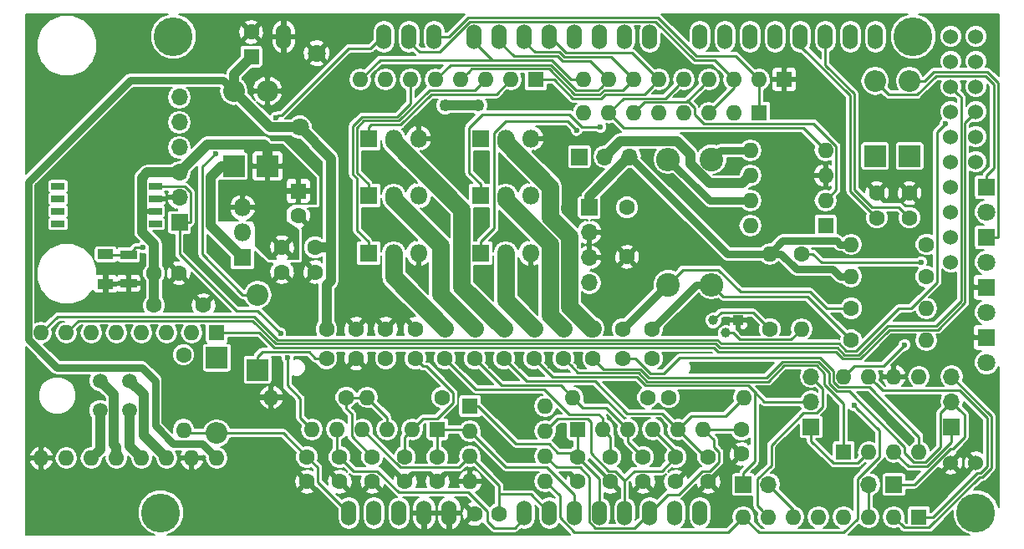
<source format=gtl>
G04 #@! TF.FileFunction,Copper,L1,Top,Signal*
%FSLAX46Y46*%
G04 Gerber Fmt 4.6, Leading zero omitted, Abs format (unit mm)*
G04 Created by KiCad (PCBNEW 4.0.6) date 01/30/18 16:02:00*
%MOMM*%
%LPD*%
G01*
G04 APERTURE LIST*
%ADD10C,0.100000*%
%ADD11C,0.600000*%
%ADD12R,1.700000X0.900000*%
%ADD13C,2.400000*%
%ADD14O,2.400000X2.400000*%
%ADD15R,1.600000X1.600000*%
%ADD16O,1.600000X1.600000*%
%ADD17R,1.800000X1.800000*%
%ADD18O,1.800000X1.800000*%
%ADD19C,1.600000*%
%ADD20R,2.200000X2.200000*%
%ADD21O,2.200000X2.200000*%
%ADD22C,1.800000*%
%ADD23R,1.700000X1.700000*%
%ADD24O,1.700000X1.700000*%
%ADD25C,1.000000*%
%ADD26R,1.000000X1.000000*%
%ADD27C,1.500000*%
%ADD28O,1.524000X2.540000*%
%ADD29C,3.937000*%
%ADD30C,1.524000*%
%ADD31R,1.600000X1.000000*%
%ADD32R,1.346200X0.685800*%
%ADD33C,1.250000*%
%ADD34C,1.000000*%
%ADD35C,0.500000*%
%ADD36C,0.750000*%
%ADD37C,0.250000*%
%ADD38C,1.750000*%
%ADD39C,0.150000*%
G04 APERTURE END LIST*
D10*
D11*
X156100000Y-108400000D03*
X148000000Y-100000000D03*
X145000000Y-100000000D03*
X142000000Y-100000000D03*
X139000000Y-100000000D03*
X136000000Y-100000000D03*
X157100000Y-99200000D03*
X168400000Y-104700000D03*
X153100000Y-104100000D03*
X169800000Y-107200000D03*
X146200000Y-107600000D03*
X152700000Y-110000000D03*
X132000000Y-108100000D03*
X124900000Y-108100000D03*
X114900000Y-76300000D03*
X108900000Y-81500000D03*
X111000000Y-91000000D03*
X120600000Y-100800000D03*
X122400000Y-102500000D03*
X127000000Y-100300000D03*
X132300000Y-102400000D03*
X142100000Y-72300000D03*
D12*
X102300000Y-91650000D03*
X102300000Y-88750000D03*
D11*
X175700000Y-85650000D03*
X130000000Y-105300000D03*
X189044580Y-75552300D03*
X95892620Y-98826320D03*
X146400000Y-84000000D03*
D13*
X161353500Y-79057500D03*
D14*
X161353500Y-91757500D03*
D11*
X149300000Y-102800000D03*
X172796200Y-96443800D03*
X179603400Y-74853800D03*
X187960000Y-88442800D03*
X170053000Y-77470000D03*
X170624500Y-85661500D03*
X175704500Y-84137500D03*
X172847000Y-92329000D03*
X182372000Y-92265500D03*
X178181000Y-90200000D03*
X97500000Y-101600000D03*
X124269500Y-85915500D03*
X123698000Y-77089000D03*
X125476000Y-91376500D03*
X128270000Y-94170500D03*
X119621300Y-93151960D03*
X119634000Y-95885000D03*
X185356500Y-91313000D03*
X163512500Y-87312500D03*
X167449500Y-83185000D03*
X158300000Y-82500000D03*
X163000000Y-85100000D03*
X158178500Y-87947500D03*
X168338500Y-90360500D03*
X154940000Y-79121000D03*
X155400000Y-84200000D03*
X153416000Y-92837000D03*
X159766000Y-76835000D03*
X153543000Y-81153000D03*
X180700000Y-95100000D03*
X178500000Y-98900000D03*
X178200000Y-86800000D03*
X178200000Y-95000000D03*
X140700000Y-111300000D03*
X140700000Y-108100000D03*
X140700000Y-104394000D03*
X138049000Y-79565500D03*
X137985500Y-85471000D03*
X133477000Y-84645500D03*
X140843000Y-86296500D03*
X140843000Y-80391000D03*
X124079000Y-72263000D03*
X127889000Y-79819500D03*
X127952500Y-85915500D03*
X153600000Y-87600000D03*
X137922000Y-90805000D03*
X146685000Y-80899000D03*
X163400000Y-100100000D03*
X158750000Y-95694500D03*
X134620000Y-64833500D03*
X158445200Y-65405000D03*
X156972000Y-68580000D03*
X111300000Y-88600000D03*
D15*
X168719500Y-70993000D03*
D16*
X166179500Y-70993000D03*
X163639500Y-70993000D03*
X161099500Y-70993000D03*
X158559500Y-70993000D03*
X156019500Y-70993000D03*
X153479500Y-70993000D03*
X150939500Y-70993000D03*
X148399500Y-70993000D03*
D17*
X126619000Y-88582500D03*
D18*
X129159000Y-88582500D03*
X131699000Y-88582500D03*
D17*
X126619000Y-82740500D03*
D18*
X129159000Y-82740500D03*
X131699000Y-82740500D03*
D17*
X126619000Y-76962000D03*
D18*
X129159000Y-76962000D03*
X131699000Y-76962000D03*
D17*
X137985500Y-76962000D03*
D18*
X140525500Y-76962000D03*
X143065500Y-76962000D03*
D17*
X137985500Y-82740500D03*
D18*
X140525500Y-82740500D03*
X143065500Y-82740500D03*
D17*
X137985500Y-88582500D03*
D18*
X140525500Y-88582500D03*
X143065500Y-88582500D03*
D19*
X122364500Y-96250500D03*
X125364500Y-96250500D03*
X128364500Y-96250500D03*
X131364500Y-96250500D03*
X134364500Y-96250500D03*
X137364500Y-96250500D03*
X140364500Y-96250500D03*
X143364500Y-96250500D03*
X146364500Y-96250500D03*
X149364500Y-96250500D03*
X152364500Y-96250500D03*
X155364500Y-96250500D03*
X122364500Y-99250500D03*
X125364500Y-99250500D03*
X128364500Y-99250500D03*
X131364500Y-99250500D03*
X134364500Y-99250500D03*
X137364500Y-99250500D03*
X140364500Y-99250500D03*
X143364500Y-99250500D03*
X146364500Y-99250500D03*
X149364500Y-99250500D03*
X152364500Y-99250500D03*
X155364500Y-99250500D03*
D20*
X116395500Y-79756000D03*
D21*
X116395500Y-72136000D03*
D11*
X114600000Y-97300000D03*
X98200000Y-87400000D03*
X102700000Y-93500000D03*
X166624000Y-108521500D03*
X184600000Y-112300000D03*
X175200000Y-110900000D03*
X174371000Y-74803000D03*
X169354500Y-109982000D03*
X185420000Y-116332000D03*
X99450000Y-116650000D03*
X122000000Y-115200000D03*
X115500000Y-108700000D03*
X109600000Y-102800000D03*
X93700000Y-93900000D03*
X115500000Y-105300000D03*
X93218000Y-82804000D03*
X101300000Y-78900000D03*
X105689400Y-75641200D03*
X92989400Y-73837800D03*
X92964000Y-65024000D03*
X159702500Y-103124000D03*
X175700000Y-105300000D03*
X189900000Y-69300000D03*
X186944000Y-65278000D03*
X175387000Y-68834000D03*
X183388000Y-106934000D03*
X177000000Y-103100000D03*
X173482000Y-105918000D03*
X167767000Y-102108000D03*
X172085000Y-70739000D03*
D19*
X123698000Y-111720000D03*
X123698000Y-109220000D03*
D13*
X156972000Y-91757500D03*
D14*
X156972000Y-79057500D03*
D15*
X114744500Y-68667000D03*
D19*
X114744500Y-66167000D03*
D15*
X119507000Y-82272500D03*
D19*
X119507000Y-84772500D03*
D22*
X119648500Y-75826000D03*
X121348500Y-68326000D03*
D15*
X143573500Y-70993000D03*
D16*
X141033500Y-70993000D03*
X138493500Y-70993000D03*
X135953500Y-70993000D03*
X133413500Y-70993000D03*
X130873500Y-70993000D03*
X128333500Y-70993000D03*
X125793500Y-70993000D03*
D15*
X133604000Y-106426000D03*
D16*
X131064000Y-106426000D03*
X128524000Y-106426000D03*
X125984000Y-106426000D03*
X123444000Y-106426000D03*
X120904000Y-106426000D03*
D15*
X147828000Y-106426000D03*
D16*
X150368000Y-106426000D03*
X152908000Y-106426000D03*
X155448000Y-106426000D03*
X157988000Y-106426000D03*
X160528000Y-106426000D03*
D17*
X189230000Y-97113600D03*
D22*
X189230000Y-99653600D03*
D17*
X189230000Y-92033600D03*
D22*
X189230000Y-94573600D03*
D17*
X189230000Y-86953600D03*
D22*
X189230000Y-89493600D03*
D17*
X189230000Y-81873600D03*
D22*
X189230000Y-84413600D03*
D15*
X172910500Y-85788500D03*
D16*
X165290500Y-78168500D03*
X172910500Y-83248500D03*
X165290500Y-80708500D03*
X172910500Y-80708500D03*
X165290500Y-83248500D03*
X172910500Y-78168500D03*
X165290500Y-85788500D03*
D20*
X111252000Y-99187000D03*
D21*
X111252000Y-106807000D03*
D20*
X112966500Y-79756000D03*
D21*
X112966500Y-72136000D03*
D20*
X181419500Y-78740000D03*
D21*
X181419500Y-71120000D03*
D20*
X177927000Y-78740000D03*
D21*
X177927000Y-71120000D03*
D19*
X181419500Y-82486500D03*
X181419500Y-84986500D03*
X178117500Y-82486500D03*
X178117500Y-84986500D03*
X120396000Y-109220000D03*
X120396000Y-111720000D03*
X104902000Y-90600000D03*
X107402000Y-90600000D03*
X121221500Y-87987500D03*
X121221500Y-90487500D03*
X133604000Y-109220000D03*
X133604000Y-111720000D03*
X130302000Y-109220000D03*
X130302000Y-111720000D03*
X139850500Y-115000000D03*
X137350500Y-115000000D03*
X127000000Y-109220000D03*
X127000000Y-111720000D03*
X151130000Y-109220000D03*
X151130000Y-111720000D03*
X164401500Y-106426000D03*
X164401500Y-108926000D03*
X161036000Y-109220000D03*
X161036000Y-111720000D03*
X157734000Y-109220000D03*
X157734000Y-111720000D03*
X154432000Y-109220000D03*
X154432000Y-111720000D03*
D17*
X113855500Y-89027000D03*
D18*
X113855500Y-86487000D03*
X113855500Y-83947000D03*
D19*
X117856000Y-87987500D03*
X117856000Y-90487500D03*
D15*
X174752000Y-108712000D03*
D16*
X182372000Y-101092000D03*
X177292000Y-108712000D03*
X179832000Y-101092000D03*
X179832000Y-108712000D03*
X177292000Y-101092000D03*
X182372000Y-108712000D03*
X174752000Y-101092000D03*
D19*
X147828000Y-109220000D03*
X147828000Y-111720000D03*
D15*
X136906000Y-104076500D03*
D16*
X144526000Y-111696500D03*
X136906000Y-106616500D03*
X144526000Y-109156500D03*
X136906000Y-109156500D03*
X144526000Y-106616500D03*
X136906000Y-111696500D03*
X144526000Y-104076500D03*
D15*
X182372000Y-115316000D03*
D16*
X179832000Y-115316000D03*
X177292000Y-115316000D03*
X174752000Y-115316000D03*
X172212000Y-115316000D03*
X169672000Y-115316000D03*
X167132000Y-115316000D03*
X164592000Y-115316000D03*
D15*
X111252000Y-96647000D03*
D16*
X93472000Y-109347000D03*
X108712000Y-96647000D03*
X96012000Y-109347000D03*
X106172000Y-96647000D03*
X98552000Y-109347000D03*
X103632000Y-96647000D03*
X101092000Y-109347000D03*
X101092000Y-96647000D03*
X103632000Y-109347000D03*
X98552000Y-96647000D03*
X106172000Y-109347000D03*
X96012000Y-96647000D03*
X108712000Y-109347000D03*
X93472000Y-96647000D03*
X111252000Y-109347000D03*
D23*
X107458000Y-85471000D03*
D24*
X107458000Y-82931000D03*
X107458000Y-80391000D03*
X107458000Y-77851000D03*
X107458000Y-75311000D03*
X107458000Y-72771000D03*
D25*
X162814000Y-96647000D03*
X161544000Y-95377000D03*
D26*
X164084000Y-95377000D03*
D23*
X164592000Y-112014000D03*
D24*
X167132000Y-112014000D03*
D23*
X179832000Y-112014000D03*
D24*
X177292000Y-112014000D03*
D23*
X185674000Y-106172000D03*
D24*
X185674000Y-103632000D03*
X185674000Y-101092000D03*
D23*
X171450000Y-106172000D03*
D24*
X171450000Y-103632000D03*
X171450000Y-101092000D03*
D23*
X147980886Y-78811466D03*
D24*
X150520886Y-78811466D03*
X153060886Y-78811466D03*
D15*
X166179500Y-74358500D03*
D16*
X163639500Y-74358500D03*
X161099500Y-74358500D03*
X158559500Y-74358500D03*
X156019500Y-74358500D03*
X153479500Y-74358500D03*
X150939500Y-74358500D03*
X148399500Y-74358500D03*
D19*
X134100000Y-103187500D03*
D16*
X126480000Y-103187500D03*
D19*
X154940000Y-103187500D03*
D16*
X147320000Y-103187500D03*
D19*
X157035500Y-103187500D03*
D16*
X164655500Y-103187500D03*
D19*
X124375000Y-103187500D03*
D16*
X116755000Y-103187500D03*
D19*
X183134000Y-87693500D03*
D16*
X175514000Y-87693500D03*
D19*
X183134000Y-90932000D03*
D16*
X175514000Y-90932000D03*
D19*
X175514000Y-94170500D03*
D16*
X183134000Y-94170500D03*
D19*
X175514000Y-97409000D03*
D16*
X183134000Y-97409000D03*
D19*
X167259000Y-96266000D03*
D16*
X167259000Y-88646000D03*
D19*
X170497500Y-88646000D03*
D16*
X170497500Y-96266000D03*
D19*
X107886500Y-98869500D03*
D16*
X107886500Y-106489500D03*
D27*
X102420000Y-104500000D03*
X99420000Y-104500000D03*
X102420000Y-101500000D03*
X99420000Y-101500000D03*
D20*
X115400000Y-100400000D03*
D21*
X115400000Y-92780000D03*
D28*
X170361100Y-66633600D03*
X172901100Y-66633600D03*
X155121100Y-114893600D03*
X152581100Y-114893600D03*
X150041100Y-114893600D03*
X142421100Y-114893600D03*
X144961100Y-114893600D03*
X147501100Y-114893600D03*
X134801100Y-114893600D03*
X132261100Y-114893600D03*
X127181100Y-114893600D03*
X124641100Y-114893600D03*
X144961100Y-66633600D03*
X142421100Y-66633600D03*
X139881100Y-66633600D03*
X137341100Y-66633600D03*
X133277100Y-66633600D03*
X130737100Y-66633600D03*
X118037100Y-66633600D03*
X129721100Y-114893600D03*
D29*
X188141100Y-114893600D03*
X181791100Y-66633600D03*
X106861100Y-66633600D03*
X105591100Y-114893600D03*
D30*
X185601100Y-69173600D03*
X188141100Y-69173600D03*
X185601100Y-66633600D03*
X188141100Y-66633600D03*
X185601100Y-109813600D03*
X188141100Y-109813600D03*
X185601100Y-71713600D03*
X188141100Y-71713600D03*
X188141100Y-74253600D03*
X185601100Y-89493600D03*
D28*
X147501100Y-66633600D03*
X150041100Y-66633600D03*
X152581100Y-66633600D03*
X155121100Y-66633600D03*
X175441100Y-66633600D03*
X177981100Y-66633600D03*
X167821100Y-66633600D03*
X165281100Y-66633600D03*
X162741100Y-66633600D03*
X160201100Y-66633600D03*
X157661100Y-114893600D03*
X160201100Y-114893600D03*
D30*
X185601100Y-79333600D03*
X188141100Y-79333600D03*
X185601100Y-76793600D03*
X188141100Y-76793600D03*
X185601100Y-74253600D03*
X185601100Y-81873600D03*
X185601100Y-86953600D03*
X185601100Y-84413600D03*
D28*
X128197100Y-66633600D03*
D19*
X152800000Y-88947000D03*
X152800000Y-83947000D03*
X104902000Y-93853000D03*
X109902000Y-93853000D03*
D23*
X148971000Y-83947000D03*
D24*
X148971000Y-86487000D03*
X148971000Y-89027000D03*
X148971000Y-91567000D03*
D31*
X100000000Y-91700000D03*
X100000000Y-88700000D03*
D32*
X105000000Y-85600000D03*
X105000000Y-84330000D03*
X105000000Y-83060000D03*
X105000000Y-81790000D03*
X95170200Y-81790000D03*
X95170200Y-83060000D03*
X95170200Y-84330000D03*
X95170200Y-85600000D03*
D33*
X137700000Y-73600004D03*
X134400002Y-73600000D03*
D11*
X175800000Y-104000000D03*
X180911500Y-97853500D03*
X147700000Y-76100000D03*
X150100000Y-75800000D03*
X185044711Y-75496406D03*
X182600000Y-89500000D03*
X117215920Y-74869040D03*
X111100000Y-78500000D03*
X103800000Y-88000000D03*
X117700000Y-96700000D03*
X118388228Y-99175010D03*
D34*
X137699996Y-73600000D02*
X137700000Y-73600004D01*
X134400002Y-73600000D02*
X137699996Y-73600000D01*
D35*
X105000000Y-84330000D02*
X103826900Y-84330000D01*
X103826900Y-84330000D02*
X103696900Y-84200000D01*
X103696900Y-84200000D02*
X103676899Y-84200000D01*
D34*
X103676899Y-80927099D02*
X103676899Y-84200000D01*
X103676899Y-84200000D02*
X103676899Y-84737099D01*
X107458000Y-80391000D02*
X104212998Y-80391000D01*
X104212998Y-80391000D02*
X103676899Y-80927099D01*
X104902000Y-90600000D02*
X104902000Y-87688002D01*
X104902000Y-87688002D02*
X103676899Y-86462901D01*
X103676899Y-86462901D02*
X103676899Y-84737099D01*
X107458000Y-80391000D02*
X110315500Y-77533500D01*
X116395500Y-77906000D02*
X116395500Y-79756000D01*
X110315500Y-77533500D02*
X116023000Y-77533500D01*
X116023000Y-77533500D02*
X116395500Y-77906000D01*
X104902000Y-90600000D02*
X104902000Y-93853000D01*
D36*
X111252000Y-109347000D02*
X109783001Y-107878001D01*
X103700000Y-100200000D02*
X95063998Y-100200000D01*
X109783001Y-107878001D02*
X106828001Y-107878001D01*
X105000000Y-106050000D02*
X105000000Y-101500000D01*
X106828001Y-107878001D02*
X105000000Y-106050000D01*
X105000000Y-101500000D02*
X103700000Y-100200000D01*
X95063998Y-100200000D02*
X92146999Y-97283001D01*
X92146999Y-97283001D02*
X92146999Y-96337999D01*
X92138500Y-96329500D02*
X92138500Y-81361500D01*
X92146999Y-96337999D02*
X92138500Y-96329500D01*
X92138500Y-81361500D02*
X102463999Y-71036001D01*
X111866501Y-71036001D02*
X112966500Y-72136000D01*
X102463999Y-71036001D02*
X111866501Y-71036001D01*
X167259000Y-88646000D02*
X168390370Y-88646000D01*
X168390370Y-88646000D02*
X169944370Y-90200000D01*
X174382630Y-90932000D02*
X175514000Y-90932000D01*
X169944370Y-90200000D02*
X173650630Y-90200000D01*
X173650630Y-90200000D02*
X174382630Y-90932000D01*
D34*
X122800999Y-88074500D02*
X122800999Y-78978499D01*
X122800999Y-78978499D02*
X119648500Y-75826000D01*
X148971000Y-83947000D02*
X148971000Y-82829000D01*
X148971000Y-82829000D02*
X152988534Y-78811466D01*
X152988534Y-78811466D02*
X153060886Y-78811466D01*
D36*
X167259000Y-88646000D02*
X162941000Y-88646000D01*
X162941000Y-88646000D02*
X153106466Y-78811466D01*
X153106466Y-78811466D02*
X153060886Y-78811466D01*
D34*
X112966500Y-72136000D02*
X112966500Y-70445000D01*
X112966500Y-70445000D02*
X114744500Y-68667000D01*
D36*
X167259000Y-88646000D02*
X168584001Y-87320999D01*
X168584001Y-87320999D02*
X174010129Y-87320999D01*
X174010129Y-87320999D02*
X174382630Y-87693500D01*
X174382630Y-87693500D02*
X175514000Y-87693500D01*
D34*
X122800999Y-91397999D02*
X122364500Y-91834498D01*
X122800999Y-91397999D02*
X122800999Y-88074500D01*
X122364500Y-91834498D02*
X122364500Y-96250500D01*
X119648500Y-75826000D02*
X116656500Y-75826000D01*
X116656500Y-75826000D02*
X112966500Y-72136000D01*
X122800999Y-88074500D02*
X122713999Y-87987500D01*
X122713999Y-87987500D02*
X121221500Y-87987500D01*
D37*
X120396000Y-109220000D02*
X121471001Y-110295001D01*
X121471001Y-110295001D02*
X121471001Y-111771001D01*
X124593600Y-114893600D02*
X124641100Y-114893600D01*
X121471001Y-111771001D02*
X124593600Y-114893600D01*
X111252000Y-106807000D02*
X117983000Y-106807000D01*
X117983000Y-106807000D02*
X120396000Y-109220000D01*
X111252000Y-106807000D02*
X108204000Y-106807000D01*
X108204000Y-106807000D02*
X107886500Y-106489500D01*
X178706999Y-102506999D02*
X178091999Y-101891999D01*
X189299989Y-105299989D02*
X186506999Y-102506999D01*
X188638861Y-110850601D02*
X189299989Y-110189473D01*
X188249399Y-110850601D02*
X188638861Y-110850601D01*
X178091999Y-101891999D02*
X177292000Y-101092000D01*
X189299989Y-110189473D02*
X189299989Y-105299989D01*
X182372000Y-115316000D02*
X183784000Y-115316000D01*
X186506999Y-102506999D02*
X178706999Y-102506999D01*
X183784000Y-115316000D02*
X188249399Y-110850601D01*
X178117500Y-84986500D02*
X175412400Y-82281400D01*
X175412400Y-82281400D02*
X175412400Y-72605900D01*
X175412400Y-72605900D02*
X170361100Y-67554600D01*
X170361100Y-67554600D02*
X170361100Y-66633600D01*
X164592000Y-115316000D02*
X166176000Y-116900000D01*
X166176000Y-116900000D02*
X174759002Y-116900000D01*
X174759002Y-116900000D02*
X176166999Y-115492003D01*
X176166999Y-115492003D02*
X176166999Y-111428003D01*
X178367001Y-109228001D02*
X178367001Y-106567001D01*
X176099999Y-104299999D02*
X175800000Y-104000000D01*
X176166999Y-111428003D02*
X178367001Y-109228001D01*
X178367001Y-106567001D02*
X176099999Y-104299999D01*
X164600000Y-115300000D02*
X163052380Y-116847620D01*
X163052380Y-116847620D02*
X147480567Y-116847620D01*
X147480567Y-116847620D02*
X145998110Y-115365163D01*
X145998110Y-115365163D02*
X145998110Y-113168610D01*
X145998110Y-113168610D02*
X144526000Y-111696500D01*
X181419500Y-84986500D02*
X180344499Y-83911499D01*
X180344499Y-83911499D02*
X177612099Y-83911499D01*
X177612099Y-83911499D02*
X175818800Y-82118200D01*
X175818800Y-82118200D02*
X175818800Y-72440800D01*
X175818800Y-72440800D02*
X172901100Y-69523100D01*
X172901100Y-69523100D02*
X172901100Y-66633600D01*
X178748001Y-100016999D02*
X180911500Y-97853500D01*
X175827001Y-100016999D02*
X178748001Y-100016999D01*
X174752000Y-101092000D02*
X175827001Y-100016999D01*
D36*
X161353500Y-79057500D02*
X161378900Y-79057500D01*
X161378900Y-79057500D02*
X162280600Y-78155800D01*
X162280600Y-78155800D02*
X165277800Y-78155800D01*
X165277800Y-78155800D02*
X165290500Y-78168500D01*
D37*
X171703003Y-75433501D02*
X160583499Y-75433501D01*
X160583499Y-75433501D02*
X159634501Y-74484503D01*
X159634501Y-74484503D02*
X159634501Y-73842499D01*
X159634501Y-73842499D02*
X159075501Y-73283499D01*
X159075501Y-73283499D02*
X158809001Y-73283499D01*
X153479500Y-74358500D02*
X154554501Y-73283499D01*
X154554501Y-73283499D02*
X158809001Y-73283499D01*
X158809001Y-73283499D02*
X160299501Y-71792999D01*
X160299501Y-71792999D02*
X161099500Y-70993000D01*
X171703003Y-75433501D02*
X171703003Y-75437003D01*
X171703003Y-75437003D02*
X173985501Y-77719501D01*
X173985501Y-77719501D02*
X173985501Y-82173499D01*
X173985501Y-82173499D02*
X172910500Y-83248500D01*
D36*
X156972000Y-79057500D02*
X161163000Y-83248500D01*
X161163000Y-83248500D02*
X165290500Y-83248500D01*
D37*
X150939500Y-74358500D02*
X152414512Y-72883488D01*
X152414512Y-72883488D02*
X156669012Y-72883488D01*
X156669012Y-72883488D02*
X157759501Y-71792999D01*
X157759501Y-71792999D02*
X158559500Y-70993000D01*
X150939500Y-74358500D02*
X152482511Y-75901511D01*
X152482511Y-75901511D02*
X170643511Y-75901511D01*
X170643511Y-75901511D02*
X172910500Y-78168500D01*
X177292000Y-108712000D02*
X176166999Y-109837001D01*
X176166999Y-109837001D02*
X173691999Y-109837001D01*
X173691999Y-109837001D02*
X171450000Y-107595002D01*
X171450000Y-107595002D02*
X171450000Y-106172000D01*
X185674000Y-107272000D02*
X185674000Y-106172000D01*
X185674000Y-107691700D02*
X185674000Y-107272000D01*
X183178688Y-110187012D02*
X185674000Y-107691700D01*
X181307012Y-110187012D02*
X183178688Y-110187012D01*
X179832000Y-108712000D02*
X181307012Y-110187012D01*
X167132000Y-112014000D02*
X169672000Y-114554000D01*
X169672000Y-114554000D02*
X169672000Y-115316000D01*
X177292000Y-115316000D02*
X177292000Y-112014000D01*
X146803674Y-75203674D02*
X147400001Y-75800001D01*
X147400001Y-75800001D02*
X147700000Y-76100000D01*
X139350499Y-76397999D02*
X140544824Y-75203674D01*
X139350499Y-86067501D02*
X139350499Y-76397999D01*
X137985500Y-87432500D02*
X139350499Y-86067501D01*
X137985500Y-88582500D02*
X137985500Y-87432500D01*
X140544824Y-75203674D02*
X146803674Y-75203674D01*
X137418499Y-72068001D02*
X138493500Y-70993000D01*
X126133487Y-75152512D02*
X125443999Y-75842000D01*
X129696692Y-75152512D02*
X126133487Y-75152512D01*
X126619000Y-81590500D02*
X126619000Y-82740500D01*
X125443999Y-80415499D02*
X126619000Y-81590500D01*
X125443999Y-75842000D02*
X125443999Y-80415499D01*
X132781203Y-72068001D02*
X129696692Y-75152512D01*
X137418499Y-72068001D02*
X132781203Y-72068001D01*
X139131988Y-72468012D02*
X139558488Y-72468012D01*
X139558488Y-72468012D02*
X141033500Y-70993000D01*
X126619000Y-76962000D02*
X126619000Y-75812000D01*
X126619000Y-75812000D02*
X126878477Y-75552523D01*
X126878477Y-75552523D02*
X129862381Y-75552523D01*
X132946892Y-72468012D02*
X139131988Y-72468012D01*
X129862381Y-75552523D02*
X132946892Y-72468012D01*
X133277100Y-66633600D02*
X134800847Y-66633600D01*
X134800847Y-66633600D02*
X136745868Y-64688579D01*
X159829500Y-68580000D02*
X163766500Y-68580000D01*
X136745868Y-64688579D02*
X155938079Y-64688579D01*
X155938079Y-64688579D02*
X159829500Y-68580000D01*
X163766500Y-68580000D02*
X166179500Y-70993000D01*
X166179500Y-74358500D02*
X166179500Y-70993000D01*
X130737100Y-66633600D02*
X130737100Y-67141600D01*
X155703090Y-65088590D02*
X159639000Y-69024500D01*
X130737100Y-67141600D02*
X131795500Y-68200000D01*
X133800147Y-68200000D02*
X136911557Y-65088590D01*
X131795500Y-68200000D02*
X133800147Y-68200000D01*
X159639000Y-69024500D02*
X161671000Y-69024500D01*
X136911557Y-65088590D02*
X155703090Y-65088590D01*
X161671000Y-69024500D02*
X162839501Y-70193001D01*
X162839501Y-70193001D02*
X163639500Y-70993000D01*
X161099500Y-74358500D02*
X163639500Y-71818500D01*
X163639500Y-71818500D02*
X163639500Y-70993000D01*
X143573500Y-70993000D02*
X145393000Y-70993000D01*
X145393000Y-70993000D02*
X147300011Y-72900011D01*
X147300011Y-72900011D02*
X150199989Y-72900011D01*
X150199989Y-72900011D02*
X150631988Y-72468012D01*
X150631988Y-72468012D02*
X154544488Y-72468012D01*
X154544488Y-72468012D02*
X155219501Y-71792999D01*
X155219501Y-71792999D02*
X156019500Y-70993000D01*
X144965000Y-66633600D02*
X146631378Y-68299978D01*
X153326478Y-68299978D02*
X155219501Y-70193001D01*
X144961100Y-66633600D02*
X144965000Y-66633600D01*
X155219501Y-70193001D02*
X156019500Y-70993000D01*
X146631378Y-68299978D02*
X153326478Y-68299978D01*
X139881100Y-66633600D02*
X139881100Y-67141600D01*
X139881100Y-67141600D02*
X141339489Y-68599989D01*
X141339489Y-68599989D02*
X145799989Y-68599989D01*
X145799989Y-68599989D02*
X146300000Y-69100000D01*
X150139501Y-70193001D02*
X150939500Y-70993000D01*
X146300000Y-69100000D02*
X149046500Y-69100000D01*
X149046500Y-69100000D02*
X150139501Y-70193001D01*
X147633701Y-72068001D02*
X149864499Y-72068001D01*
X150139501Y-71792999D02*
X150939500Y-70993000D01*
X149864499Y-72068001D02*
X150139501Y-71792999D01*
X134906500Y-69500000D02*
X145065700Y-69500000D01*
X145065700Y-69500000D02*
X147633701Y-72068001D01*
X133413500Y-70993000D02*
X134906500Y-69500000D01*
X139200000Y-69000000D02*
X127786500Y-69000000D01*
X148399500Y-70993000D02*
X147124400Y-70993000D01*
X147124400Y-70993000D02*
X145131400Y-69000000D01*
X145131400Y-69000000D02*
X139200000Y-69000000D01*
X139200000Y-69000000D02*
X137341100Y-67141100D01*
X137341100Y-67141100D02*
X137341100Y-66633600D01*
X125793500Y-70993000D02*
X127786500Y-69000000D01*
X137046489Y-69900011D02*
X136753499Y-70193001D01*
X144900011Y-69900011D02*
X137046489Y-69900011D01*
X136753499Y-70193001D02*
X135953500Y-70993000D01*
X147500000Y-72500000D02*
X144900011Y-69900011D01*
X150034300Y-72500000D02*
X147500000Y-72500000D01*
X153479500Y-70993000D02*
X152404499Y-72068001D01*
X150466299Y-72068001D02*
X150034300Y-72500000D01*
X152404499Y-72068001D02*
X150466299Y-72068001D01*
X145965678Y-68199978D02*
X146465689Y-68699989D01*
X152679501Y-70193001D02*
X153479500Y-70993000D01*
X151186489Y-68699989D02*
X152679501Y-70193001D01*
X146465689Y-68699989D02*
X151186489Y-68699989D01*
X143479478Y-68199978D02*
X145965678Y-68199978D01*
X142421100Y-67141600D02*
X143479478Y-68199978D01*
X142421100Y-66633600D02*
X142421100Y-67141600D01*
D34*
X157845000Y-77200000D02*
X152132352Y-77200000D01*
X152132352Y-77200000D02*
X150520886Y-78811466D01*
X159200000Y-79550416D02*
X159200000Y-78555000D01*
X161158083Y-81508499D02*
X159200000Y-79550416D01*
X159200000Y-78555000D02*
X157845000Y-77200000D01*
X164490501Y-81508499D02*
X161158083Y-81508499D01*
X165290500Y-80708500D02*
X164490501Y-81508499D01*
D37*
X127000000Y-109220000D02*
X124908999Y-107128999D01*
X124908999Y-107128999D02*
X124908999Y-104852869D01*
X124908999Y-104852869D02*
X124375000Y-104318870D01*
X124375000Y-104318870D02*
X124375000Y-103187500D01*
X126480000Y-103187500D02*
X128524000Y-105231500D01*
X128524000Y-105231500D02*
X128524000Y-106426000D01*
X124375000Y-103187500D02*
X126480000Y-103187500D01*
X189230000Y-81873600D02*
X189230000Y-80723600D01*
X184089388Y-70610612D02*
X182200000Y-72500000D01*
X189230000Y-80723600D02*
X189992000Y-79961600D01*
X189992000Y-79961600D02*
X189992000Y-71492000D01*
X189992000Y-71492000D02*
X189110612Y-70610612D01*
X189110612Y-70610612D02*
X184089388Y-70610612D01*
X182200000Y-72500000D02*
X179307000Y-72500000D01*
X179307000Y-72500000D02*
X177927000Y-71120000D01*
X189230000Y-86953600D02*
X190380000Y-86953600D01*
X189310601Y-70210601D02*
X183884533Y-70210601D01*
X190380000Y-86953600D02*
X190405001Y-86928599D01*
X190405001Y-86928599D02*
X190405001Y-71305001D01*
X190405001Y-71305001D02*
X189310601Y-70210601D01*
X183884533Y-70210601D02*
X182975134Y-71120000D01*
X182975134Y-71120000D02*
X181419500Y-71120000D01*
D34*
X112966500Y-79756000D02*
X111696500Y-79756000D01*
X111696500Y-79756000D02*
X110600000Y-80852500D01*
X110600000Y-80852500D02*
X110600000Y-85771500D01*
X110600000Y-85771500D02*
X113855500Y-89027000D01*
D37*
X149675736Y-75800000D02*
X150100000Y-75800000D01*
X148249998Y-75800000D02*
X149675736Y-75800000D01*
X136810499Y-75841999D02*
X138152494Y-74500004D01*
X146950002Y-74500004D02*
X148249998Y-75800000D01*
X138152494Y-74500004D02*
X146950002Y-74500004D01*
X137985500Y-81590500D02*
X136810499Y-80415499D01*
X137985500Y-82740500D02*
X137985500Y-81590500D01*
X136810499Y-80415499D02*
X136810499Y-75841999D01*
X130873500Y-73390760D02*
X130873500Y-70993000D01*
X130873500Y-73390760D02*
X129511759Y-74752501D01*
X129511759Y-74752501D02*
X125967798Y-74752501D01*
X125443999Y-86257499D02*
X126619000Y-87432500D01*
X125967798Y-74752501D02*
X125043989Y-75676310D01*
X125043989Y-75676310D02*
X125043989Y-80593989D01*
X125043989Y-80593989D02*
X125443999Y-80993999D01*
X125443999Y-80993999D02*
X125443999Y-86257499D01*
X126619000Y-87432500D02*
X126619000Y-88582500D01*
X186363099Y-72475599D02*
X185601100Y-71713600D01*
X161759312Y-97745512D02*
X162159322Y-98145522D01*
X186638101Y-93391099D02*
X186638101Y-72750601D01*
X179217312Y-95933988D02*
X184095212Y-95933988D01*
X174832310Y-98884011D02*
X176267289Y-98884011D01*
X174093820Y-98145522D02*
X174832310Y-98884011D01*
X162159322Y-98145522D02*
X174093820Y-98145522D01*
X97262989Y-95396011D02*
X114896311Y-95396011D01*
X114896311Y-95396011D02*
X117245812Y-97745512D01*
X96012000Y-96647000D02*
X97262989Y-95396011D01*
X117245812Y-97745512D02*
X161759312Y-97745512D01*
X176267289Y-98884011D02*
X179217312Y-95933988D01*
X186638101Y-72750601D02*
X186363099Y-72475599D01*
X184095212Y-95933988D02*
X186638101Y-93391099D01*
X185044711Y-75496406D02*
X184209001Y-76332116D01*
X184209001Y-76332116D02*
X184209001Y-91504497D01*
X176589001Y-97925001D02*
X176030001Y-98484001D01*
X184209001Y-91504497D02*
X181542998Y-94170500D01*
X174997999Y-98484001D02*
X174259509Y-97745511D01*
X95123000Y-94996000D02*
X93472000Y-96647000D01*
X181542998Y-94170500D02*
X180340000Y-94170500D01*
X180340000Y-94170500D02*
X176589001Y-97921499D01*
X176589001Y-97921499D02*
X176589001Y-97925001D01*
X176030001Y-98484001D02*
X174997999Y-98484001D01*
X161925001Y-97345501D02*
X117411501Y-97345501D01*
X174259509Y-97745511D02*
X162325011Y-97745511D01*
X115062000Y-94996000D02*
X95123000Y-94996000D01*
X162325011Y-97745511D02*
X161925001Y-97345501D01*
X117411501Y-97345501D02*
X115062000Y-94996000D01*
X173928131Y-98545533D02*
X174666621Y-99284022D01*
X184260901Y-96333999D02*
X187038112Y-93556788D01*
X117080123Y-98145523D02*
X161593623Y-98145523D01*
X115581600Y-96647000D02*
X117080123Y-98145523D01*
X187379101Y-75015599D02*
X188141100Y-74253600D01*
X111252000Y-96647000D02*
X115581600Y-96647000D01*
X161593623Y-98145523D02*
X161993633Y-98545533D01*
X161993633Y-98545533D02*
X173928131Y-98545533D01*
X174666621Y-99284022D02*
X176432978Y-99284022D01*
X176432978Y-99284022D02*
X179383001Y-96333999D01*
X179383001Y-96333999D02*
X184260901Y-96333999D01*
X187038112Y-93556788D02*
X187038112Y-75356588D01*
X187038112Y-75356588D02*
X187379101Y-75015599D01*
X170497500Y-88646000D02*
X171628870Y-88646000D01*
X171628870Y-88646000D02*
X172482870Y-89500000D01*
X172482870Y-89500000D02*
X182600000Y-89500000D01*
X169422499Y-97341001D02*
X170497500Y-96266000D01*
X163521106Y-96647000D02*
X164215107Y-97341001D01*
X162814000Y-96647000D02*
X163521106Y-96647000D01*
X164215107Y-97341001D02*
X169422499Y-97341001D01*
X136906000Y-104076500D02*
X137731500Y-104076500D01*
X137731500Y-104076500D02*
X141541500Y-107886500D01*
X147383500Y-108775500D02*
X147828000Y-109220000D01*
X141541500Y-107886500D02*
X144894502Y-107886500D01*
X144894502Y-107886500D02*
X145783502Y-108775500D01*
X145783502Y-108775500D02*
X147383500Y-108775500D01*
X147828000Y-109220000D02*
X150041100Y-111433100D01*
X150041100Y-111433100D02*
X150041100Y-114893600D01*
X147828000Y-106426000D02*
X147828000Y-109220000D01*
X157734000Y-109220000D02*
X156309001Y-110644999D01*
X156309001Y-110644999D02*
X153515001Y-110644999D01*
X153515001Y-110644999D02*
X152581100Y-111578900D01*
X152581100Y-111578900D02*
X152581100Y-112014000D01*
X152581100Y-111580098D02*
X152581100Y-112014000D01*
X152581100Y-112014000D02*
X152581100Y-114893600D01*
X152581100Y-114893600D02*
X152581100Y-114385600D01*
X149161500Y-105664498D02*
X149161500Y-108842502D01*
X149161500Y-108842502D02*
X150963997Y-110644999D01*
X150963997Y-110644999D02*
X151646001Y-110644999D01*
X151646001Y-110644999D02*
X152581100Y-111580098D01*
X144526000Y-106616500D02*
X145791501Y-105350999D01*
X148848001Y-105350999D02*
X149161500Y-105664498D01*
X145791501Y-105350999D02*
X148848001Y-105350999D01*
X155448000Y-106426000D02*
X157734000Y-108712000D01*
X157734000Y-108712000D02*
X157734000Y-109220000D01*
X160528000Y-106426000D02*
X161600000Y-107498000D01*
X161600000Y-107498000D02*
X161600000Y-108192998D01*
X160400003Y-110644999D02*
X158015002Y-113030000D01*
X161600000Y-108192998D02*
X162111001Y-108703999D01*
X158015002Y-113030000D02*
X156972000Y-113030000D01*
X162111001Y-108703999D02*
X162111001Y-109736001D01*
X162111001Y-109736001D02*
X161202003Y-110644999D01*
X161202003Y-110644999D02*
X160400003Y-110644999D01*
X155121100Y-114880900D02*
X155121100Y-114893600D01*
X156972000Y-113030000D02*
X155121100Y-114880900D01*
X144526000Y-109156500D02*
X145664501Y-110295001D01*
X149611557Y-116438610D02*
X153563390Y-116438610D01*
X153563390Y-116438610D02*
X155108400Y-114893600D01*
X148971000Y-115798053D02*
X149611557Y-116438610D01*
X148971000Y-111252000D02*
X148971000Y-115798053D01*
X148014001Y-110295001D02*
X148971000Y-111252000D01*
X145664501Y-110295001D02*
X148014001Y-110295001D01*
X155108400Y-114893600D02*
X155121100Y-114893600D01*
X164401500Y-106426000D02*
X160528000Y-106426000D01*
X136906000Y-106616500D02*
X140521001Y-110231501D01*
X140521001Y-110231501D02*
X144652003Y-110231501D01*
X144652003Y-110231501D02*
X147501100Y-113080598D01*
X147501100Y-113080598D02*
X147501100Y-114893600D01*
X133604000Y-109220000D02*
X133604000Y-106426000D01*
X133604000Y-106426000D02*
X136715500Y-106426000D01*
X136715500Y-106426000D02*
X136906000Y-106616500D01*
X139850500Y-113000000D02*
X139850500Y-115000000D01*
X139850500Y-112101000D02*
X139850500Y-113000000D01*
X144961100Y-114893600D02*
X143067500Y-113000000D01*
X143067500Y-113000000D02*
X139850500Y-113000000D01*
X136906000Y-109156500D02*
X139850500Y-112101000D01*
X125984000Y-106426000D02*
X129853001Y-110295001D01*
X129853001Y-110295001D02*
X135767499Y-110295001D01*
X135767499Y-110295001D02*
X136906000Y-109156500D01*
X123698000Y-109220000D02*
X125122999Y-110644999D01*
X127516001Y-110644999D02*
X129666003Y-112795001D01*
X125122999Y-110644999D02*
X127516001Y-110644999D01*
X129666003Y-112795001D02*
X136736503Y-112795001D01*
X136736503Y-112795001D02*
X138684000Y-114742498D01*
X138684000Y-114742498D02*
X138684000Y-115740502D01*
X138684000Y-115740502D02*
X139357098Y-116413600D01*
X139357098Y-116413600D02*
X141409100Y-116413600D01*
X141409100Y-116413600D02*
X142421100Y-115401600D01*
X142421100Y-115401600D02*
X142421100Y-114893600D01*
X123444000Y-106426000D02*
X123444000Y-108966000D01*
X123444000Y-108966000D02*
X123698000Y-109220000D01*
X149956359Y-104882989D02*
X146923491Y-104882989D01*
X150368000Y-105294630D02*
X149956359Y-104882989D01*
X144421513Y-102381011D02*
X137495011Y-102381011D01*
X150368000Y-106426000D02*
X150368000Y-105294630D01*
X137495011Y-102381011D02*
X134364500Y-99250500D01*
X146923491Y-104882989D02*
X144421513Y-102381011D01*
X151130000Y-109220000D02*
X151130000Y-107188000D01*
X151130000Y-107188000D02*
X150368000Y-106426000D01*
X148337499Y-104204999D02*
X150686999Y-104204999D01*
X150686999Y-104204999D02*
X152908000Y-106426000D01*
X148337499Y-104204999D02*
X146113500Y-101981000D01*
X146113500Y-101981000D02*
X140095000Y-101981000D01*
X140095000Y-101981000D02*
X137364500Y-99250500D01*
X148337499Y-104204999D02*
X147320000Y-103187500D01*
X152908000Y-106426000D02*
X152908000Y-107696000D01*
X152908000Y-107696000D02*
X154432000Y-109220000D01*
X157988000Y-106426000D02*
X156362000Y-104800000D01*
X156362000Y-104800000D02*
X152800000Y-104800000D01*
X152800000Y-104800000D02*
X149536500Y-101536500D01*
X149536500Y-101536500D02*
X142650500Y-101536500D01*
X142650500Y-101536500D02*
X140364500Y-99250500D01*
X157988000Y-106426000D02*
X159321500Y-105092500D01*
X159321500Y-105092500D02*
X162750500Y-105092500D01*
X162750500Y-105092500D02*
X164655500Y-103187500D01*
X157988000Y-106426000D02*
X160782000Y-109220000D01*
X160782000Y-109220000D02*
X161036000Y-109220000D01*
X135191500Y-103695500D02*
X135191500Y-102739498D01*
X132502501Y-100050499D02*
X132164499Y-100050499D01*
X135191500Y-102739498D02*
X132502501Y-100050499D01*
X132164499Y-100050499D02*
X131364500Y-99250500D01*
X133536001Y-105350999D02*
X135191500Y-103695500D01*
X131064000Y-106426000D02*
X132139001Y-105350999D01*
X132139001Y-105350999D02*
X133536001Y-105350999D01*
X130302000Y-109220000D02*
X130302000Y-107188000D01*
X130302000Y-107188000D02*
X131064000Y-106426000D01*
D38*
X140525500Y-88582500D02*
X140525500Y-93356491D01*
X140525500Y-93356491D02*
X143364500Y-96195491D01*
X140525500Y-82740500D02*
X140525500Y-83193498D01*
X140525500Y-83193498D02*
X144990501Y-87658499D01*
X144990501Y-87658499D02*
X144990501Y-94821492D01*
X144990501Y-94821492D02*
X146364500Y-96195491D01*
D37*
X147164499Y-100050499D02*
X146364500Y-99250500D01*
X167087511Y-101580989D02*
X154828391Y-101580989D01*
X147839512Y-100725512D02*
X147164499Y-100050499D01*
X171990001Y-99966999D02*
X168701501Y-99966999D01*
X168701501Y-99966999D02*
X167087511Y-101580989D01*
X172808978Y-100785976D02*
X171990001Y-99966999D01*
X174752000Y-108712000D02*
X174752000Y-103852000D01*
X154828391Y-101580989D02*
X153972914Y-100725512D01*
X174752000Y-103852000D02*
X172808978Y-101908978D01*
X172808978Y-101908978D02*
X172808978Y-100785976D01*
X153972914Y-100725512D02*
X147839512Y-100725512D01*
X158167021Y-99166977D02*
X156553031Y-100780967D01*
X172366977Y-99166977D02*
X158167021Y-99166977D01*
X182372000Y-107172000D02*
X177367001Y-102167001D01*
X177367001Y-102167001D02*
X174235999Y-102167001D01*
X174235999Y-102167001D02*
X173676999Y-101608001D01*
X173676999Y-100476999D02*
X172366977Y-99166977D01*
X156553031Y-100780967D02*
X155159769Y-100780967D01*
X173676999Y-101608001D02*
X173676999Y-100476999D01*
X155159769Y-100780967D02*
X153629302Y-99250500D01*
X182372000Y-108712000D02*
X182372000Y-107172000D01*
X153629302Y-99250500D02*
X153495870Y-99250500D01*
X153495870Y-99250500D02*
X152364500Y-99250500D01*
D34*
X99420000Y-104500000D02*
X99420000Y-108479000D01*
X99420000Y-108479000D02*
X98552000Y-109347000D01*
X99420000Y-101500000D02*
X100820001Y-102900001D01*
X100820001Y-102900001D02*
X100820001Y-107943631D01*
X100820001Y-107943631D02*
X101092000Y-108215630D01*
X101092000Y-108215630D02*
X101092000Y-109347000D01*
X102420000Y-104500000D02*
X102420000Y-108135000D01*
X102420000Y-108135000D02*
X103632000Y-109347000D01*
X103820001Y-102900001D02*
X103820001Y-106995001D01*
X103820001Y-106995001D02*
X106172000Y-109347000D01*
X102420000Y-101500000D02*
X103820001Y-102900001D01*
D37*
X145244022Y-101130022D02*
X143364500Y-99250500D01*
X165735000Y-102675998D02*
X165040002Y-101981000D01*
X165040002Y-101981000D02*
X154662702Y-101981000D01*
X154662702Y-101981000D02*
X153811724Y-101130022D01*
X153811724Y-101130022D02*
X145244022Y-101130022D01*
X164592000Y-112014000D02*
X164592000Y-110838802D01*
X164592000Y-110838802D02*
X165735000Y-109695802D01*
X165735000Y-109695802D02*
X165735000Y-102675998D01*
X165735000Y-102675998D02*
X166691002Y-103632000D01*
X166691002Y-103632000D02*
X171450000Y-103632000D01*
X184824001Y-104481999D02*
X185674000Y-103632000D01*
X184548999Y-104757001D02*
X184824001Y-104481999D01*
X183012999Y-109787001D02*
X184548999Y-108251001D01*
X181855999Y-109787001D02*
X183012999Y-109787001D01*
X175278014Y-102567012D02*
X180907001Y-108195999D01*
X172155690Y-99566988D02*
X173276988Y-100688286D01*
X174070310Y-102567012D02*
X175278014Y-102567012D01*
X168535812Y-99566988D02*
X172155690Y-99566988D01*
X173276988Y-101773690D02*
X174070310Y-102567012D01*
X154994080Y-101180978D02*
X166921822Y-101180978D01*
X184548999Y-108251001D02*
X184548999Y-104757001D01*
X150439501Y-100325501D02*
X154138603Y-100325501D01*
X173276988Y-100688286D02*
X173276988Y-101773690D01*
X154138603Y-100325501D02*
X154994080Y-101180978D01*
X180907001Y-108838003D02*
X181855999Y-109787001D01*
X180907001Y-108195999D02*
X180907001Y-108838003D01*
X149364500Y-99250500D02*
X150439501Y-100325501D01*
X166921822Y-101180978D02*
X168535812Y-99566988D01*
X186999978Y-104957979D02*
X186523999Y-104481999D01*
X185823412Y-108376588D02*
X186999978Y-107200022D01*
X185554812Y-108376588D02*
X185823412Y-108376588D01*
X179832000Y-112014000D02*
X181917400Y-112014000D01*
X186999978Y-107200022D02*
X186999978Y-104957979D01*
X181917400Y-112014000D02*
X185554812Y-108376588D01*
X186523999Y-104481999D02*
X185674000Y-103632000D01*
D38*
X136060499Y-91946499D02*
X140309491Y-96195491D01*
X129159000Y-76962000D02*
X129159000Y-77271002D01*
X129159000Y-77271002D02*
X136060499Y-84172501D01*
X136060499Y-84172501D02*
X136060499Y-91946499D01*
X140309491Y-96195491D02*
X140364500Y-96195491D01*
X140525500Y-76962000D02*
X140525500Y-77351498D01*
X140525500Y-77351498D02*
X145034000Y-81859998D01*
X146939000Y-93980000D02*
X149154491Y-96195491D01*
X145034000Y-81859998D02*
X145034000Y-84963000D01*
X145034000Y-84963000D02*
X146939000Y-86868000D01*
X146939000Y-86868000D02*
X146939000Y-93980000D01*
X149154491Y-96195491D02*
X149364500Y-96195491D01*
X129159000Y-82740500D02*
X129159000Y-83049502D01*
X133926490Y-87816992D02*
X133926490Y-92757481D01*
X133926490Y-92757481D02*
X137364500Y-96195491D01*
X129159000Y-83049502D02*
X133926490Y-87816992D01*
D37*
X171062499Y-92957499D02*
X175514000Y-97409000D01*
X162553499Y-92957499D02*
X171062499Y-92957499D01*
X161353500Y-91757500D02*
X162553499Y-92957499D01*
D36*
X155364500Y-96250500D02*
X159857500Y-91757500D01*
X159857500Y-91757500D02*
X161353500Y-91757500D01*
D37*
X156972000Y-91757500D02*
X158496000Y-90233500D01*
X158496000Y-90233500D02*
X162012502Y-90233500D01*
X162012502Y-90233500D02*
X164279002Y-92500000D01*
X172995616Y-94170500D02*
X175514000Y-94170500D01*
X164279002Y-92500000D02*
X171325116Y-92500000D01*
X171325116Y-92500000D02*
X172995616Y-94170500D01*
D36*
X156972000Y-91757500D02*
X156857500Y-91757500D01*
X156857500Y-91757500D02*
X152364500Y-96250500D01*
D37*
X161544000Y-95377000D02*
X162319001Y-94601999D01*
X162319001Y-94601999D02*
X165594999Y-94601999D01*
X165594999Y-94601999D02*
X167259000Y-96266000D01*
D38*
X129159000Y-90989991D02*
X134364500Y-96195491D01*
X129159000Y-88582500D02*
X129159000Y-90989991D01*
D37*
X115400000Y-100400000D02*
X115400000Y-99050000D01*
X115400000Y-99050000D02*
X115850000Y-98600000D01*
X115850000Y-98600000D02*
X120582630Y-98600000D01*
X120582630Y-98600000D02*
X121233130Y-99250500D01*
X121233130Y-99250500D02*
X122364500Y-99250500D01*
X111100000Y-78500000D02*
X109800001Y-79799999D01*
X109800001Y-79799999D02*
X109800001Y-88700001D01*
X109800001Y-88700001D02*
X113880000Y-92780000D01*
X113880000Y-92780000D02*
X115400000Y-92780000D01*
X128197100Y-66633600D02*
X128011680Y-66633600D01*
X128011680Y-66633600D02*
X126822200Y-67823080D01*
X126822200Y-67823080D02*
X124587000Y-67823080D01*
X124587000Y-67823080D02*
X117841039Y-74569041D01*
X117841039Y-74569041D02*
X117515919Y-74569041D01*
X117515919Y-74569041D02*
X117215920Y-74869040D01*
X107458000Y-85471000D02*
X107458000Y-88623700D01*
X107458000Y-88623700D02*
X113234300Y-94400000D01*
X113234300Y-94400000D02*
X115400000Y-94400000D01*
X115400000Y-94400000D02*
X117700000Y-96700000D01*
X105000000Y-81790000D02*
X107982002Y-81790000D01*
X107982002Y-81790000D02*
X108583001Y-82390999D01*
X108583001Y-82390999D02*
X108583001Y-85445999D01*
X108583001Y-85445999D02*
X108558000Y-85471000D01*
X108558000Y-85471000D02*
X107458000Y-85471000D01*
X102300000Y-88750000D02*
X100050000Y-88750000D01*
X100050000Y-88750000D02*
X100000000Y-88700000D01*
X103800000Y-88000000D02*
X103050000Y-88000000D01*
X103050000Y-88000000D02*
X102300000Y-88750000D01*
X120904000Y-106426000D02*
X119700000Y-105222000D01*
X119700000Y-105222000D02*
X119700000Y-103300000D01*
X119700000Y-103300000D02*
X118388228Y-101988228D01*
X118388228Y-101988228D02*
X118388228Y-99175010D01*
X171450000Y-101092000D02*
X172299999Y-101941999D01*
X172299999Y-101941999D02*
X172299999Y-101965699D01*
X172299999Y-101965699D02*
X172600000Y-102265700D01*
X172600000Y-102265700D02*
X172600000Y-104147002D01*
X167400000Y-110080998D02*
X166006999Y-111473999D01*
X172600000Y-104147002D02*
X171990001Y-104757001D01*
X171990001Y-104757001D02*
X170669997Y-104757001D01*
X166006999Y-114190999D02*
X166332001Y-114516001D01*
X170669997Y-104757001D02*
X167400000Y-108026998D01*
X167400000Y-108026998D02*
X167400000Y-110080998D01*
X166006999Y-111473999D02*
X166006999Y-114190999D01*
X166332001Y-114516001D02*
X167132000Y-115316000D01*
X189700000Y-110355162D02*
X188804550Y-111250612D01*
X180907001Y-116391001D02*
X180631999Y-116115999D01*
X188532390Y-111250612D02*
X183392001Y-116391001D01*
X189700000Y-105118000D02*
X189700000Y-110355162D01*
X185674000Y-101092000D02*
X189700000Y-105118000D01*
X188804550Y-111250612D02*
X188532390Y-111250612D01*
X183392001Y-116391001D02*
X180907001Y-116391001D01*
X180631999Y-116115999D02*
X179832000Y-115316000D01*
D39*
G36*
X188799989Y-105507096D02*
X188799989Y-108854924D01*
X188733686Y-108700248D01*
X188262517Y-108558225D01*
X187772863Y-108607320D01*
X187548514Y-108700248D01*
X187466519Y-108891531D01*
X188141100Y-109566113D01*
X188155242Y-109551970D01*
X188402730Y-109799458D01*
X188388587Y-109813600D01*
X188402730Y-109827743D01*
X188155243Y-110075230D01*
X188141100Y-110061087D01*
X187466519Y-110735669D01*
X187523739Y-110869154D01*
X183576894Y-114816000D01*
X183554346Y-114816000D01*
X183554346Y-114516000D01*
X183528198Y-114377034D01*
X183446069Y-114249401D01*
X183320754Y-114163777D01*
X183172000Y-114133654D01*
X181572000Y-114133654D01*
X181433034Y-114159802D01*
X181305401Y-114241931D01*
X181219777Y-114367246D01*
X181189654Y-114516000D01*
X181189654Y-115891001D01*
X181114107Y-115891001D01*
X180985554Y-115762448D01*
X180985552Y-115762445D01*
X180948572Y-115725465D01*
X181030020Y-115316000D01*
X180940578Y-114866347D01*
X180685870Y-114485150D01*
X180304673Y-114230442D01*
X179855020Y-114141000D01*
X179808980Y-114141000D01*
X179359327Y-114230442D01*
X178978130Y-114485150D01*
X178723422Y-114866347D01*
X178633980Y-115316000D01*
X178723422Y-115765653D01*
X178978130Y-116146850D01*
X179359327Y-116401558D01*
X179808980Y-116491000D01*
X179855020Y-116491000D01*
X180226084Y-116417190D01*
X180278445Y-116469552D01*
X180278448Y-116469554D01*
X180553448Y-116744555D01*
X180624699Y-116792163D01*
X180715659Y-116852941D01*
X180907001Y-116891001D01*
X183392001Y-116891001D01*
X183583343Y-116852941D01*
X183745554Y-116744554D01*
X185797775Y-114692333D01*
X185797194Y-115357706D01*
X186153219Y-116219352D01*
X186811881Y-116879164D01*
X187468943Y-117152000D01*
X175214108Y-117152000D01*
X176350462Y-116015646D01*
X176438130Y-116146850D01*
X176819327Y-116401558D01*
X177268980Y-116491000D01*
X177315020Y-116491000D01*
X177764673Y-116401558D01*
X178145870Y-116146850D01*
X178400578Y-115765653D01*
X178490020Y-115316000D01*
X178400578Y-114866347D01*
X178145870Y-114485150D01*
X177792000Y-114248701D01*
X177792000Y-113148895D01*
X178158206Y-112904205D01*
X178423752Y-112506786D01*
X178517000Y-112037999D01*
X178517000Y-111990001D01*
X178423752Y-111521214D01*
X178158206Y-111123795D01*
X177760787Y-110858249D01*
X177496441Y-110805667D01*
X178720555Y-109581554D01*
X178797765Y-109466000D01*
X178828941Y-109419343D01*
X178845986Y-109333651D01*
X179001150Y-109565870D01*
X179382347Y-109820578D01*
X179832000Y-109910020D01*
X180241466Y-109828572D01*
X180953459Y-110540565D01*
X181115670Y-110648952D01*
X181307012Y-110687012D01*
X182537282Y-110687012D01*
X181710294Y-111514000D01*
X181064346Y-111514000D01*
X181064346Y-111164000D01*
X181038198Y-111025034D01*
X180956069Y-110897401D01*
X180830754Y-110811777D01*
X180682000Y-110781654D01*
X178982000Y-110781654D01*
X178843034Y-110807802D01*
X178715401Y-110889931D01*
X178629777Y-111015246D01*
X178599654Y-111164000D01*
X178599654Y-112864000D01*
X178625802Y-113002966D01*
X178707931Y-113130599D01*
X178833246Y-113216223D01*
X178982000Y-113246346D01*
X180682000Y-113246346D01*
X180820966Y-113220198D01*
X180948599Y-113138069D01*
X181034223Y-113012754D01*
X181064346Y-112864000D01*
X181064346Y-112514000D01*
X181917400Y-112514000D01*
X182108742Y-112475940D01*
X182270953Y-112367553D01*
X183902837Y-110735669D01*
X184926519Y-110735669D01*
X185008514Y-110926952D01*
X185479683Y-111068975D01*
X185969337Y-111019880D01*
X186193686Y-110926952D01*
X186275681Y-110735669D01*
X185601100Y-110061087D01*
X184926519Y-110735669D01*
X183902837Y-110735669D01*
X184412935Y-110225571D01*
X184487748Y-110406186D01*
X184679031Y-110488181D01*
X185353613Y-109813600D01*
X185848587Y-109813600D01*
X186523169Y-110488181D01*
X186714452Y-110406186D01*
X186856475Y-109935017D01*
X186832128Y-109692183D01*
X186885725Y-109692183D01*
X186934820Y-110181837D01*
X187027748Y-110406186D01*
X187219031Y-110488181D01*
X187893613Y-109813600D01*
X187219031Y-109139019D01*
X187027748Y-109221014D01*
X186885725Y-109692183D01*
X186832128Y-109692183D01*
X186807380Y-109445363D01*
X186714452Y-109221014D01*
X186523169Y-109139019D01*
X185848587Y-109813600D01*
X185353613Y-109813600D01*
X185339471Y-109799458D01*
X185586958Y-109551971D01*
X185601100Y-109566113D01*
X186275681Y-108891531D01*
X186197638Y-108709468D01*
X187353532Y-107553575D01*
X187440981Y-107422698D01*
X187461918Y-107391364D01*
X187499978Y-107200022D01*
X187499978Y-104957979D01*
X187482169Y-104868447D01*
X187461919Y-104766638D01*
X187353532Y-104604426D01*
X186877553Y-104128446D01*
X186877550Y-104128444D01*
X186833093Y-104083987D01*
X186922999Y-103632000D01*
X186922529Y-103629635D01*
X188799989Y-105507096D01*
X188799989Y-105507096D01*
G37*
X188799989Y-105507096D02*
X188799989Y-108854924D01*
X188733686Y-108700248D01*
X188262517Y-108558225D01*
X187772863Y-108607320D01*
X187548514Y-108700248D01*
X187466519Y-108891531D01*
X188141100Y-109566113D01*
X188155242Y-109551970D01*
X188402730Y-109799458D01*
X188388587Y-109813600D01*
X188402730Y-109827743D01*
X188155243Y-110075230D01*
X188141100Y-110061087D01*
X187466519Y-110735669D01*
X187523739Y-110869154D01*
X183576894Y-114816000D01*
X183554346Y-114816000D01*
X183554346Y-114516000D01*
X183528198Y-114377034D01*
X183446069Y-114249401D01*
X183320754Y-114163777D01*
X183172000Y-114133654D01*
X181572000Y-114133654D01*
X181433034Y-114159802D01*
X181305401Y-114241931D01*
X181219777Y-114367246D01*
X181189654Y-114516000D01*
X181189654Y-115891001D01*
X181114107Y-115891001D01*
X180985554Y-115762448D01*
X180985552Y-115762445D01*
X180948572Y-115725465D01*
X181030020Y-115316000D01*
X180940578Y-114866347D01*
X180685870Y-114485150D01*
X180304673Y-114230442D01*
X179855020Y-114141000D01*
X179808980Y-114141000D01*
X179359327Y-114230442D01*
X178978130Y-114485150D01*
X178723422Y-114866347D01*
X178633980Y-115316000D01*
X178723422Y-115765653D01*
X178978130Y-116146850D01*
X179359327Y-116401558D01*
X179808980Y-116491000D01*
X179855020Y-116491000D01*
X180226084Y-116417190D01*
X180278445Y-116469552D01*
X180278448Y-116469554D01*
X180553448Y-116744555D01*
X180624699Y-116792163D01*
X180715659Y-116852941D01*
X180907001Y-116891001D01*
X183392001Y-116891001D01*
X183583343Y-116852941D01*
X183745554Y-116744554D01*
X185797775Y-114692333D01*
X185797194Y-115357706D01*
X186153219Y-116219352D01*
X186811881Y-116879164D01*
X187468943Y-117152000D01*
X175214108Y-117152000D01*
X176350462Y-116015646D01*
X176438130Y-116146850D01*
X176819327Y-116401558D01*
X177268980Y-116491000D01*
X177315020Y-116491000D01*
X177764673Y-116401558D01*
X178145870Y-116146850D01*
X178400578Y-115765653D01*
X178490020Y-115316000D01*
X178400578Y-114866347D01*
X178145870Y-114485150D01*
X177792000Y-114248701D01*
X177792000Y-113148895D01*
X178158206Y-112904205D01*
X178423752Y-112506786D01*
X178517000Y-112037999D01*
X178517000Y-111990001D01*
X178423752Y-111521214D01*
X178158206Y-111123795D01*
X177760787Y-110858249D01*
X177496441Y-110805667D01*
X178720555Y-109581554D01*
X178797765Y-109466000D01*
X178828941Y-109419343D01*
X178845986Y-109333651D01*
X179001150Y-109565870D01*
X179382347Y-109820578D01*
X179832000Y-109910020D01*
X180241466Y-109828572D01*
X180953459Y-110540565D01*
X181115670Y-110648952D01*
X181307012Y-110687012D01*
X182537282Y-110687012D01*
X181710294Y-111514000D01*
X181064346Y-111514000D01*
X181064346Y-111164000D01*
X181038198Y-111025034D01*
X180956069Y-110897401D01*
X180830754Y-110811777D01*
X180682000Y-110781654D01*
X178982000Y-110781654D01*
X178843034Y-110807802D01*
X178715401Y-110889931D01*
X178629777Y-111015246D01*
X178599654Y-111164000D01*
X178599654Y-112864000D01*
X178625802Y-113002966D01*
X178707931Y-113130599D01*
X178833246Y-113216223D01*
X178982000Y-113246346D01*
X180682000Y-113246346D01*
X180820966Y-113220198D01*
X180948599Y-113138069D01*
X181034223Y-113012754D01*
X181064346Y-112864000D01*
X181064346Y-112514000D01*
X181917400Y-112514000D01*
X182108742Y-112475940D01*
X182270953Y-112367553D01*
X183902837Y-110735669D01*
X184926519Y-110735669D01*
X185008514Y-110926952D01*
X185479683Y-111068975D01*
X185969337Y-111019880D01*
X186193686Y-110926952D01*
X186275681Y-110735669D01*
X185601100Y-110061087D01*
X184926519Y-110735669D01*
X183902837Y-110735669D01*
X184412935Y-110225571D01*
X184487748Y-110406186D01*
X184679031Y-110488181D01*
X185353613Y-109813600D01*
X185848587Y-109813600D01*
X186523169Y-110488181D01*
X186714452Y-110406186D01*
X186856475Y-109935017D01*
X186832128Y-109692183D01*
X186885725Y-109692183D01*
X186934820Y-110181837D01*
X187027748Y-110406186D01*
X187219031Y-110488181D01*
X187893613Y-109813600D01*
X187219031Y-109139019D01*
X187027748Y-109221014D01*
X186885725Y-109692183D01*
X186832128Y-109692183D01*
X186807380Y-109445363D01*
X186714452Y-109221014D01*
X186523169Y-109139019D01*
X185848587Y-109813600D01*
X185353613Y-109813600D01*
X185339471Y-109799458D01*
X185586958Y-109551971D01*
X185601100Y-109566113D01*
X186275681Y-108891531D01*
X186197638Y-108709468D01*
X187353532Y-107553575D01*
X187440981Y-107422698D01*
X187461918Y-107391364D01*
X187499978Y-107200022D01*
X187499978Y-104957979D01*
X187482169Y-104868447D01*
X187461919Y-104766638D01*
X187353532Y-104604426D01*
X186877553Y-104128446D01*
X186877550Y-104128444D01*
X186833093Y-104083987D01*
X186922999Y-103632000D01*
X186922529Y-103629635D01*
X188799989Y-105507096D01*
G36*
X95562347Y-95538422D02*
X95181150Y-95793130D01*
X94926442Y-96174327D01*
X94837000Y-96623980D01*
X94837000Y-96670020D01*
X94926442Y-97119673D01*
X95181150Y-97500870D01*
X95562347Y-97755578D01*
X96012000Y-97845020D01*
X96461653Y-97755578D01*
X96842850Y-97500870D01*
X97097558Y-97119673D01*
X97187000Y-96670020D01*
X97187000Y-96623980D01*
X97113190Y-96252916D01*
X97470096Y-95896011D01*
X97652407Y-95896011D01*
X97466442Y-96174327D01*
X97377000Y-96623980D01*
X97377000Y-96670020D01*
X97466442Y-97119673D01*
X97721150Y-97500870D01*
X98102347Y-97755578D01*
X98552000Y-97845020D01*
X99001653Y-97755578D01*
X99382850Y-97500870D01*
X99637558Y-97119673D01*
X99727000Y-96670020D01*
X99727000Y-96623980D01*
X99637558Y-96174327D01*
X99451593Y-95896011D01*
X100192407Y-95896011D01*
X100006442Y-96174327D01*
X99917000Y-96623980D01*
X99917000Y-96670020D01*
X100006442Y-97119673D01*
X100261150Y-97500870D01*
X100642347Y-97755578D01*
X101092000Y-97845020D01*
X101541653Y-97755578D01*
X101922850Y-97500870D01*
X102177558Y-97119673D01*
X102267000Y-96670020D01*
X102267000Y-96623980D01*
X102177558Y-96174327D01*
X101991593Y-95896011D01*
X102732407Y-95896011D01*
X102546442Y-96174327D01*
X102457000Y-96623980D01*
X102457000Y-96670020D01*
X102546442Y-97119673D01*
X102801150Y-97500870D01*
X103182347Y-97755578D01*
X103632000Y-97845020D01*
X104081653Y-97755578D01*
X104462850Y-97500870D01*
X104717558Y-97119673D01*
X104807000Y-96670020D01*
X104807000Y-96623980D01*
X104717558Y-96174327D01*
X104531593Y-95896011D01*
X105272407Y-95896011D01*
X105086442Y-96174327D01*
X104997000Y-96623980D01*
X104997000Y-96670020D01*
X105086442Y-97119673D01*
X105341150Y-97500870D01*
X105722347Y-97755578D01*
X106172000Y-97845020D01*
X106621653Y-97755578D01*
X107002850Y-97500870D01*
X107257558Y-97119673D01*
X107347000Y-96670020D01*
X107347000Y-96623980D01*
X107257558Y-96174327D01*
X107071593Y-95896011D01*
X107812407Y-95896011D01*
X107626442Y-96174327D01*
X107537000Y-96623980D01*
X107537000Y-96670020D01*
X107626442Y-97119673D01*
X107881150Y-97500870D01*
X108253317Y-97749544D01*
X108121247Y-97694704D01*
X107653803Y-97694296D01*
X107221785Y-97872802D01*
X106890964Y-98203047D01*
X106711704Y-98634753D01*
X106711296Y-99102197D01*
X106889802Y-99534215D01*
X107220047Y-99865036D01*
X107651753Y-100044296D01*
X108119197Y-100044704D01*
X108551215Y-99866198D01*
X108882036Y-99535953D01*
X109061296Y-99104247D01*
X109061704Y-98636803D01*
X108883198Y-98204785D01*
X108552953Y-97873964D01*
X108272906Y-97757678D01*
X108712000Y-97845020D01*
X109161653Y-97755578D01*
X109542850Y-97500870D01*
X109797558Y-97119673D01*
X109887000Y-96670020D01*
X109887000Y-96623980D01*
X109797558Y-96174327D01*
X109611593Y-95896011D01*
X110069654Y-95896011D01*
X110069654Y-97447000D01*
X110095802Y-97585966D01*
X110172175Y-97704654D01*
X110152000Y-97704654D01*
X110013034Y-97730802D01*
X109885401Y-97812931D01*
X109799777Y-97938246D01*
X109769654Y-98087000D01*
X109769654Y-100287000D01*
X109795802Y-100425966D01*
X109877931Y-100553599D01*
X110003246Y-100639223D01*
X110152000Y-100669346D01*
X112352000Y-100669346D01*
X112490966Y-100643198D01*
X112618599Y-100561069D01*
X112704223Y-100435754D01*
X112734346Y-100287000D01*
X112734346Y-98087000D01*
X112708198Y-97948034D01*
X112626069Y-97820401D01*
X112500754Y-97734777D01*
X112352000Y-97704654D01*
X112329815Y-97704654D01*
X112404223Y-97595754D01*
X112434346Y-97447000D01*
X112434346Y-97147000D01*
X115374494Y-97147000D01*
X116327493Y-98100000D01*
X115850000Y-98100000D01*
X115658658Y-98138060D01*
X115496447Y-98246447D01*
X115046447Y-98696447D01*
X114938060Y-98858658D01*
X114926325Y-98917654D01*
X114300000Y-98917654D01*
X114161034Y-98943802D01*
X114033401Y-99025931D01*
X113947777Y-99151246D01*
X113917654Y-99300000D01*
X113917654Y-101500000D01*
X113943802Y-101638966D01*
X114025931Y-101766599D01*
X114151246Y-101852223D01*
X114300000Y-101882346D01*
X116500000Y-101882346D01*
X116638966Y-101856198D01*
X116766599Y-101774069D01*
X116852223Y-101648754D01*
X116882346Y-101500000D01*
X116882346Y-99300000D01*
X116856198Y-99161034D01*
X116816924Y-99100000D01*
X117713293Y-99100000D01*
X117713111Y-99308687D01*
X117815657Y-99556867D01*
X117888228Y-99629565D01*
X117888228Y-101988228D01*
X117925578Y-102175999D01*
X117926288Y-102179570D01*
X118034675Y-102341781D01*
X119200000Y-103507107D01*
X119200000Y-105222000D01*
X119238060Y-105413342D01*
X119346447Y-105575553D01*
X119787428Y-106016534D01*
X119705980Y-106426000D01*
X119795422Y-106875653D01*
X120050130Y-107256850D01*
X120431327Y-107511558D01*
X120880980Y-107601000D01*
X120927020Y-107601000D01*
X121376673Y-107511558D01*
X121757870Y-107256850D01*
X122012578Y-106875653D01*
X122102020Y-106426000D01*
X122012578Y-105976347D01*
X121757870Y-105595150D01*
X121376673Y-105340442D01*
X120927020Y-105251000D01*
X120880980Y-105251000D01*
X120509916Y-105324810D01*
X120200000Y-105014894D01*
X120200000Y-103300000D01*
X120161940Y-103108658D01*
X120097689Y-103012500D01*
X120053554Y-102946447D01*
X118888228Y-101781122D01*
X118888228Y-100994310D01*
X119179699Y-101115339D01*
X119547687Y-101115660D01*
X119887786Y-100975134D01*
X120148220Y-100715155D01*
X120289339Y-100375301D01*
X120289660Y-100007313D01*
X120149134Y-99667214D01*
X119889155Y-99406780D01*
X119549301Y-99265661D01*
X119181313Y-99265340D01*
X119060948Y-99315074D01*
X119063111Y-99309865D01*
X119063294Y-99100000D01*
X120375524Y-99100000D01*
X120879577Y-99604053D01*
X121041788Y-99712440D01*
X121233130Y-99750500D01*
X121299743Y-99750500D01*
X121367802Y-99915215D01*
X121698047Y-100246036D01*
X122129753Y-100425296D01*
X122597197Y-100425704D01*
X123029215Y-100247198D01*
X123076212Y-100200282D01*
X124662206Y-100200282D01*
X124748925Y-100395495D01*
X125233953Y-100543908D01*
X125738856Y-100495411D01*
X125980075Y-100395495D01*
X126066794Y-100200282D01*
X125364500Y-99497987D01*
X124662206Y-100200282D01*
X123076212Y-100200282D01*
X123360036Y-99916953D01*
X123539296Y-99485247D01*
X123539704Y-99017803D01*
X123385881Y-98645523D01*
X124216262Y-98645523D01*
X124071092Y-99119953D01*
X124119589Y-99624856D01*
X124219505Y-99866075D01*
X124414718Y-99952794D01*
X125117013Y-99250500D01*
X125102870Y-99236358D01*
X125350358Y-98988870D01*
X125364500Y-99003013D01*
X125378642Y-98988870D01*
X125626130Y-99236358D01*
X125611987Y-99250500D01*
X126314282Y-99952794D01*
X126509495Y-99866075D01*
X126657908Y-99381047D01*
X126609411Y-98876144D01*
X126513885Y-98645523D01*
X127343437Y-98645523D01*
X127189704Y-99015753D01*
X127189296Y-99483197D01*
X127367802Y-99915215D01*
X127698047Y-100246036D01*
X128129753Y-100425296D01*
X128597197Y-100425704D01*
X129029215Y-100247198D01*
X129360036Y-99916953D01*
X129539296Y-99485247D01*
X129539704Y-99017803D01*
X129385881Y-98645523D01*
X130343437Y-98645523D01*
X130189704Y-99015753D01*
X130189296Y-99483197D01*
X130367802Y-99915215D01*
X130698047Y-100246036D01*
X131129753Y-100425296D01*
X131597197Y-100425704D01*
X131763770Y-100356877D01*
X131810945Y-100404052D01*
X131947673Y-100495411D01*
X131973157Y-100512439D01*
X132164499Y-100550499D01*
X132295395Y-100550499D01*
X133789386Y-102044490D01*
X133435285Y-102190802D01*
X133104464Y-102521047D01*
X132925204Y-102952753D01*
X132924796Y-103420197D01*
X133103302Y-103852215D01*
X133433547Y-104183036D01*
X133831580Y-104348314D01*
X133328895Y-104850999D01*
X132139001Y-104850999D01*
X131947659Y-104889059D01*
X131785448Y-104997446D01*
X131458084Y-105324810D01*
X131087020Y-105251000D01*
X131040980Y-105251000D01*
X130591327Y-105340442D01*
X130210130Y-105595150D01*
X129955422Y-105976347D01*
X129865980Y-106426000D01*
X129947506Y-106835856D01*
X129840060Y-106996658D01*
X129802000Y-107188000D01*
X129802000Y-108155243D01*
X129637285Y-108223302D01*
X129306464Y-108553547D01*
X129163338Y-108898232D01*
X127100572Y-106835466D01*
X127182020Y-106426000D01*
X127092578Y-105976347D01*
X126837870Y-105595150D01*
X126456673Y-105340442D01*
X126007020Y-105251000D01*
X125960980Y-105251000D01*
X125511327Y-105340442D01*
X125408999Y-105408815D01*
X125408999Y-104852869D01*
X125370939Y-104661527D01*
X125311054Y-104571903D01*
X125262553Y-104499316D01*
X124974416Y-104211179D01*
X125039715Y-104184198D01*
X125370536Y-103853953D01*
X125426396Y-103719427D01*
X125626130Y-104018350D01*
X126007327Y-104273058D01*
X126456980Y-104362500D01*
X126503020Y-104362500D01*
X126874084Y-104288690D01*
X127976100Y-105390707D01*
X127670130Y-105595150D01*
X127415422Y-105976347D01*
X127325980Y-106426000D01*
X127415422Y-106875653D01*
X127670130Y-107256850D01*
X128051327Y-107511558D01*
X128500980Y-107601000D01*
X128547020Y-107601000D01*
X128996673Y-107511558D01*
X129377870Y-107256850D01*
X129632578Y-106875653D01*
X129722020Y-106426000D01*
X129632578Y-105976347D01*
X129377870Y-105595150D01*
X129024000Y-105358701D01*
X129024000Y-105231500D01*
X128985940Y-105040158D01*
X128942526Y-104975186D01*
X128877554Y-104877947D01*
X127596572Y-103596965D01*
X127678020Y-103187500D01*
X127588578Y-102737847D01*
X127333870Y-102356650D01*
X126952673Y-102101942D01*
X126503020Y-102012500D01*
X126456980Y-102012500D01*
X126007327Y-102101942D01*
X125626130Y-102356650D01*
X125426500Y-102655417D01*
X125371698Y-102522785D01*
X125041453Y-102191964D01*
X124609747Y-102012704D01*
X124142303Y-102012296D01*
X123710285Y-102190802D01*
X123379464Y-102521047D01*
X123200204Y-102952753D01*
X123199796Y-103420197D01*
X123378302Y-103852215D01*
X123708547Y-104183036D01*
X123875000Y-104252153D01*
X123875000Y-104318870D01*
X123907448Y-104481998D01*
X123913060Y-104510212D01*
X124021447Y-104672423D01*
X124408999Y-105059976D01*
X124408999Y-105761466D01*
X124297870Y-105595150D01*
X123916673Y-105340442D01*
X123467020Y-105251000D01*
X123420980Y-105251000D01*
X122971327Y-105340442D01*
X122590130Y-105595150D01*
X122335422Y-105976347D01*
X122245980Y-106426000D01*
X122335422Y-106875653D01*
X122590130Y-107256850D01*
X122944000Y-107493299D01*
X122944000Y-108312432D01*
X122702464Y-108553547D01*
X122523204Y-108985253D01*
X122522796Y-109452697D01*
X122701302Y-109884715D01*
X123031547Y-110215536D01*
X123463253Y-110394796D01*
X123930697Y-110395204D01*
X124097271Y-110326377D01*
X124470702Y-110699808D01*
X124400293Y-110770216D01*
X124313575Y-110575005D01*
X123828547Y-110426592D01*
X123323644Y-110475089D01*
X123082425Y-110575005D01*
X122995706Y-110770218D01*
X123698000Y-111472513D01*
X123712142Y-111458370D01*
X123959630Y-111705858D01*
X123945487Y-111720000D01*
X124647782Y-112422294D01*
X124842995Y-112335575D01*
X124991408Y-111850547D01*
X124942911Y-111345644D01*
X124842995Y-111104425D01*
X124647784Y-111017707D01*
X124718192Y-110947298D01*
X124769446Y-110998552D01*
X124931657Y-111106939D01*
X125122999Y-111144999D01*
X125842590Y-111144999D01*
X125706592Y-111589453D01*
X125755089Y-112094356D01*
X125855005Y-112335575D01*
X126050218Y-112422294D01*
X126752513Y-111720000D01*
X126738370Y-111705858D01*
X126985858Y-111458371D01*
X127000000Y-111472513D01*
X127014142Y-111458370D01*
X127261630Y-111705858D01*
X127247487Y-111720000D01*
X127949782Y-112422294D01*
X128144995Y-112335575D01*
X128228047Y-112064151D01*
X129312450Y-113148554D01*
X129474661Y-113256941D01*
X129495906Y-113261167D01*
X129285989Y-113302922D01*
X128917120Y-113549393D01*
X128670649Y-113918262D01*
X128584100Y-114353373D01*
X128584100Y-115433827D01*
X128670649Y-115868938D01*
X128917120Y-116237807D01*
X129285989Y-116484278D01*
X129721100Y-116570827D01*
X130156211Y-116484278D01*
X130525080Y-116237807D01*
X130771551Y-115868938D01*
X130858100Y-115433827D01*
X130858100Y-115068600D01*
X131024100Y-115068600D01*
X131024100Y-115576600D01*
X131185231Y-116036658D01*
X131510153Y-116400034D01*
X131896691Y-116583707D01*
X132086100Y-116506072D01*
X132086100Y-115068600D01*
X132436100Y-115068600D01*
X132436100Y-116506072D01*
X132625509Y-116583707D01*
X133012047Y-116400034D01*
X133336969Y-116036658D01*
X133498100Y-115576600D01*
X133498100Y-115068600D01*
X133564100Y-115068600D01*
X133564100Y-115576600D01*
X133725231Y-116036658D01*
X134050153Y-116400034D01*
X134436691Y-116583707D01*
X134626100Y-116506072D01*
X134626100Y-115068600D01*
X134976100Y-115068600D01*
X134976100Y-116506072D01*
X135165509Y-116583707D01*
X135552047Y-116400034D01*
X135876969Y-116036658D01*
X136038100Y-115576600D01*
X136038100Y-115068600D01*
X134976100Y-115068600D01*
X134626100Y-115068600D01*
X133564100Y-115068600D01*
X133498100Y-115068600D01*
X132436100Y-115068600D01*
X132086100Y-115068600D01*
X131024100Y-115068600D01*
X130858100Y-115068600D01*
X130858100Y-114869453D01*
X136057092Y-114869453D01*
X136105589Y-115374356D01*
X136205505Y-115615575D01*
X136400718Y-115702294D01*
X137103013Y-115000000D01*
X136400718Y-114297706D01*
X136205505Y-114384425D01*
X136057092Y-114869453D01*
X130858100Y-114869453D01*
X130858100Y-114353373D01*
X130771551Y-113918262D01*
X130525080Y-113549393D01*
X130156211Y-113302922D01*
X130116389Y-113295001D01*
X131704113Y-113295001D01*
X131510153Y-113387166D01*
X131185231Y-113750542D01*
X131024100Y-114210600D01*
X131024100Y-114718600D01*
X132086100Y-114718600D01*
X132086100Y-114698600D01*
X132436100Y-114698600D01*
X132436100Y-114718600D01*
X133498100Y-114718600D01*
X133498100Y-114210600D01*
X133336969Y-113750542D01*
X133012047Y-113387166D01*
X132818087Y-113295001D01*
X134244113Y-113295001D01*
X134050153Y-113387166D01*
X133725231Y-113750542D01*
X133564100Y-114210600D01*
X133564100Y-114718600D01*
X134626100Y-114718600D01*
X134626100Y-114698600D01*
X134976100Y-114698600D01*
X134976100Y-114718600D01*
X136038100Y-114718600D01*
X136038100Y-114210600D01*
X135876969Y-113750542D01*
X135552047Y-113387166D01*
X135358087Y-113295001D01*
X136529397Y-113295001D01*
X136988316Y-113753920D01*
X136976144Y-113755089D01*
X136734925Y-113855005D01*
X136648206Y-114050218D01*
X137350500Y-114752513D01*
X137364643Y-114738371D01*
X137612130Y-114985858D01*
X137597987Y-115000000D01*
X137612130Y-115014142D01*
X137364642Y-115261630D01*
X137350500Y-115247487D01*
X136648206Y-115949782D01*
X136734925Y-116144995D01*
X137219953Y-116293408D01*
X137724856Y-116244911D01*
X137966075Y-116144995D01*
X138052793Y-115949784D01*
X138144939Y-116041930D01*
X138235264Y-115951605D01*
X138330447Y-116094055D01*
X139003544Y-116767153D01*
X139165756Y-116875540D01*
X139357098Y-116913600D01*
X141409100Y-116913600D01*
X141600442Y-116875540D01*
X141762653Y-116767153D01*
X142035650Y-116494156D01*
X142421100Y-116570827D01*
X142856211Y-116484278D01*
X143225080Y-116237807D01*
X143471551Y-115868938D01*
X143558100Y-115433827D01*
X143558100Y-114353373D01*
X143519448Y-114159054D01*
X143824100Y-114463707D01*
X143824100Y-115433827D01*
X143910649Y-115868938D01*
X144157120Y-116237807D01*
X144525989Y-116484278D01*
X144961100Y-116570827D01*
X145396211Y-116484278D01*
X145765080Y-116237807D01*
X145924724Y-115998883D01*
X147077840Y-117152000D01*
X106262146Y-117152000D01*
X106916852Y-116881481D01*
X107576664Y-116222819D01*
X107934192Y-115361796D01*
X107935006Y-114429494D01*
X107578981Y-113567848D01*
X106920319Y-112908036D01*
X106346540Y-112669782D01*
X119693706Y-112669782D01*
X119780425Y-112864995D01*
X120265453Y-113013408D01*
X120770356Y-112964911D01*
X121011575Y-112864995D01*
X121098294Y-112669782D01*
X120396000Y-111967487D01*
X119693706Y-112669782D01*
X106346540Y-112669782D01*
X106059296Y-112550508D01*
X105126994Y-112549694D01*
X104265348Y-112905719D01*
X103605536Y-113564381D01*
X103248008Y-114425404D01*
X103247194Y-115357706D01*
X103603219Y-116219352D01*
X104261881Y-116879164D01*
X104918943Y-117152000D01*
X91890000Y-117152000D01*
X91890000Y-111589453D01*
X119102592Y-111589453D01*
X119151089Y-112094356D01*
X119251005Y-112335575D01*
X119446218Y-112422294D01*
X120148513Y-111720000D01*
X119446218Y-111017706D01*
X119251005Y-111104425D01*
X119102592Y-111589453D01*
X91890000Y-111589453D01*
X91890000Y-109717414D01*
X92251976Y-109717414D01*
X92486596Y-110156101D01*
X92871235Y-110471610D01*
X93101588Y-110567008D01*
X93297000Y-110489930D01*
X93297000Y-109522000D01*
X93647000Y-109522000D01*
X93647000Y-110489930D01*
X93842412Y-110567008D01*
X94072765Y-110471610D01*
X94457404Y-110156101D01*
X94692024Y-109717414D01*
X94616199Y-109522000D01*
X93647000Y-109522000D01*
X93297000Y-109522000D01*
X92327801Y-109522000D01*
X92251976Y-109717414D01*
X91890000Y-109717414D01*
X91890000Y-109323980D01*
X94837000Y-109323980D01*
X94837000Y-109370020D01*
X94926442Y-109819673D01*
X95181150Y-110200870D01*
X95562347Y-110455578D01*
X96012000Y-110545020D01*
X96461653Y-110455578D01*
X96842850Y-110200870D01*
X97097558Y-109819673D01*
X97187000Y-109370020D01*
X97187000Y-109323980D01*
X97097558Y-108874327D01*
X96842850Y-108493130D01*
X96461653Y-108238422D01*
X96012000Y-108148980D01*
X95562347Y-108238422D01*
X95181150Y-108493130D01*
X94926442Y-108874327D01*
X94837000Y-109323980D01*
X91890000Y-109323980D01*
X91890000Y-108976586D01*
X92251976Y-108976586D01*
X92327801Y-109172000D01*
X93297000Y-109172000D01*
X93297000Y-108204070D01*
X93647000Y-108204070D01*
X93647000Y-109172000D01*
X94616199Y-109172000D01*
X94692024Y-108976586D01*
X94457404Y-108537899D01*
X94072765Y-108222390D01*
X93842412Y-108126992D01*
X93647000Y-108204070D01*
X93297000Y-108204070D01*
X93101588Y-108126992D01*
X92871235Y-108222390D01*
X92486596Y-108537899D01*
X92251976Y-108976586D01*
X91890000Y-108976586D01*
X91890000Y-103381226D01*
X93174667Y-103381226D01*
X93467113Y-104089000D01*
X94008151Y-104630984D01*
X94715414Y-104924665D01*
X95481226Y-104925333D01*
X96189000Y-104632887D01*
X96730984Y-104091849D01*
X97024665Y-103384586D01*
X97025333Y-102618774D01*
X96732887Y-101911000D01*
X96191849Y-101369016D01*
X95484586Y-101075335D01*
X94718774Y-101074667D01*
X94011000Y-101367113D01*
X93469016Y-101908151D01*
X93175335Y-102615414D01*
X93174667Y-103381226D01*
X91890000Y-103381226D01*
X91890000Y-98086662D01*
X94533668Y-100730330D01*
X94776986Y-100892911D01*
X95063998Y-100950000D01*
X98430249Y-100950000D01*
X98295196Y-101275242D01*
X98294805Y-101722795D01*
X98465715Y-102136429D01*
X98781907Y-102453172D01*
X99195242Y-102624804D01*
X99307466Y-102624902D01*
X99945001Y-103262438D01*
X99945001Y-103499868D01*
X99644758Y-103375196D01*
X99197205Y-103374805D01*
X98783571Y-103545715D01*
X98466828Y-103861907D01*
X98295196Y-104275242D01*
X98294805Y-104722795D01*
X98465715Y-105136429D01*
X98545000Y-105215852D01*
X98545000Y-108116563D01*
X98502796Y-108158767D01*
X98102347Y-108238422D01*
X97721150Y-108493130D01*
X97466442Y-108874327D01*
X97377000Y-109323980D01*
X97377000Y-109370020D01*
X97466442Y-109819673D01*
X97721150Y-110200870D01*
X98102347Y-110455578D01*
X98552000Y-110545020D01*
X99001653Y-110455578D01*
X99382850Y-110200870D01*
X99637558Y-109819673D01*
X99717213Y-109419224D01*
X99942959Y-109193478D01*
X99917000Y-109323980D01*
X99917000Y-109370020D01*
X100006442Y-109819673D01*
X100261150Y-110200870D01*
X100642347Y-110455578D01*
X101092000Y-110545020D01*
X101541653Y-110455578D01*
X101922850Y-110200870D01*
X102177558Y-109819673D01*
X102267000Y-109370020D01*
X102267000Y-109323980D01*
X102241041Y-109193478D01*
X102466787Y-109419224D01*
X102546442Y-109819673D01*
X102801150Y-110200870D01*
X103182347Y-110455578D01*
X103632000Y-110545020D01*
X104081653Y-110455578D01*
X104462850Y-110200870D01*
X104717558Y-109819673D01*
X104807000Y-109370020D01*
X104807000Y-109323980D01*
X104781041Y-109193478D01*
X105006787Y-109419224D01*
X105086442Y-109819673D01*
X105341150Y-110200870D01*
X105722347Y-110455578D01*
X106172000Y-110545020D01*
X106621653Y-110455578D01*
X107002850Y-110200870D01*
X107257558Y-109819673D01*
X107277898Y-109717414D01*
X107491976Y-109717414D01*
X107726596Y-110156101D01*
X108111235Y-110471610D01*
X108341588Y-110567008D01*
X108537000Y-110489930D01*
X108537000Y-109522000D01*
X108887000Y-109522000D01*
X108887000Y-110489930D01*
X109082412Y-110567008D01*
X109312765Y-110471610D01*
X109697404Y-110156101D01*
X109932024Y-109717414D01*
X109856199Y-109522000D01*
X108887000Y-109522000D01*
X108537000Y-109522000D01*
X107567801Y-109522000D01*
X107491976Y-109717414D01*
X107277898Y-109717414D01*
X107347000Y-109370020D01*
X107347000Y-109323980D01*
X107257558Y-108874327D01*
X107092968Y-108628001D01*
X107678407Y-108628001D01*
X107491976Y-108976586D01*
X107567801Y-109172000D01*
X108537000Y-109172000D01*
X108537000Y-109152000D01*
X108887000Y-109152000D01*
X108887000Y-109172000D01*
X109856199Y-109172000D01*
X109900966Y-109056626D01*
X110092151Y-109247811D01*
X110077000Y-109323980D01*
X110077000Y-109370020D01*
X110166442Y-109819673D01*
X110421150Y-110200870D01*
X110802347Y-110455578D01*
X111252000Y-110545020D01*
X111701653Y-110455578D01*
X112082850Y-110200870D01*
X112337558Y-109819673D01*
X112427000Y-109370020D01*
X112427000Y-109323980D01*
X112337558Y-108874327D01*
X112082850Y-108493130D01*
X111701653Y-108238422D01*
X111659004Y-108229939D01*
X111816458Y-108198619D01*
X112294983Y-107878880D01*
X112614722Y-107400355D01*
X112633292Y-107307000D01*
X117775894Y-107307000D01*
X119289550Y-108820657D01*
X119221204Y-108985253D01*
X119220796Y-109452697D01*
X119399302Y-109884715D01*
X119729547Y-110215536D01*
X120161253Y-110394796D01*
X120628697Y-110395204D01*
X120795271Y-110326377D01*
X120971001Y-110502107D01*
X120971001Y-110562590D01*
X120526547Y-110426592D01*
X120021644Y-110475089D01*
X119780425Y-110575005D01*
X119693706Y-110770218D01*
X120396000Y-111472513D01*
X120410142Y-111458370D01*
X120657630Y-111705858D01*
X120643487Y-111720000D01*
X121345782Y-112422294D01*
X121393840Y-112400946D01*
X123504100Y-114511206D01*
X123504100Y-115433827D01*
X123590649Y-115868938D01*
X123837120Y-116237807D01*
X124205989Y-116484278D01*
X124641100Y-116570827D01*
X125076211Y-116484278D01*
X125445080Y-116237807D01*
X125691551Y-115868938D01*
X125778100Y-115433827D01*
X125778100Y-114353373D01*
X126044100Y-114353373D01*
X126044100Y-115433827D01*
X126130649Y-115868938D01*
X126377120Y-116237807D01*
X126745989Y-116484278D01*
X127181100Y-116570827D01*
X127616211Y-116484278D01*
X127985080Y-116237807D01*
X128231551Y-115868938D01*
X128318100Y-115433827D01*
X128318100Y-114353373D01*
X128231551Y-113918262D01*
X127985080Y-113549393D01*
X127616211Y-113302922D01*
X127181100Y-113216373D01*
X126745989Y-113302922D01*
X126377120Y-113549393D01*
X126130649Y-113918262D01*
X126044100Y-114353373D01*
X125778100Y-114353373D01*
X125691551Y-113918262D01*
X125445080Y-113549393D01*
X125076211Y-113302922D01*
X124641100Y-113216373D01*
X124205989Y-113302922D01*
X123908682Y-113501576D01*
X123355729Y-112948623D01*
X123567453Y-113013408D01*
X124072356Y-112964911D01*
X124313575Y-112864995D01*
X124400294Y-112669782D01*
X126297706Y-112669782D01*
X126384425Y-112864995D01*
X126869453Y-113013408D01*
X127374356Y-112964911D01*
X127615575Y-112864995D01*
X127702294Y-112669782D01*
X127000000Y-111967487D01*
X126297706Y-112669782D01*
X124400294Y-112669782D01*
X123698000Y-111967487D01*
X123683858Y-111981630D01*
X123436370Y-111734142D01*
X123450513Y-111720000D01*
X122748218Y-111017706D01*
X122553005Y-111104425D01*
X122404592Y-111589453D01*
X122447949Y-112040843D01*
X121971001Y-111563895D01*
X121971001Y-110295001D01*
X121932941Y-110103659D01*
X121824554Y-109941448D01*
X121502450Y-109619344D01*
X121570796Y-109454747D01*
X121571204Y-108987303D01*
X121392698Y-108555285D01*
X121062453Y-108224464D01*
X120630747Y-108045204D01*
X120163303Y-108044796D01*
X119996729Y-108113623D01*
X118336553Y-106453447D01*
X118174342Y-106345060D01*
X117983000Y-106307000D01*
X112633292Y-106307000D01*
X112614722Y-106213645D01*
X112294983Y-105735120D01*
X111816458Y-105415381D01*
X111252000Y-105303103D01*
X110687542Y-105415381D01*
X110209017Y-105735120D01*
X109889278Y-106213645D01*
X109870708Y-106307000D01*
X109029777Y-106307000D01*
X108972058Y-106016827D01*
X108717350Y-105635630D01*
X108336153Y-105380922D01*
X107886500Y-105291480D01*
X107436847Y-105380922D01*
X107055650Y-105635630D01*
X106800942Y-106016827D01*
X106711500Y-106466480D01*
X106711500Y-106512520D01*
X106758261Y-106747601D01*
X105750000Y-105739340D01*
X105750000Y-103557912D01*
X115534992Y-103557912D01*
X115630390Y-103788265D01*
X115945899Y-104172904D01*
X116384586Y-104407524D01*
X116580000Y-104331699D01*
X116580000Y-103362500D01*
X116930000Y-103362500D01*
X116930000Y-104331699D01*
X117125414Y-104407524D01*
X117564101Y-104172904D01*
X117879610Y-103788265D01*
X117975008Y-103557912D01*
X117897930Y-103362500D01*
X116930000Y-103362500D01*
X116580000Y-103362500D01*
X115612070Y-103362500D01*
X115534992Y-103557912D01*
X105750000Y-103557912D01*
X105750000Y-102817088D01*
X115534992Y-102817088D01*
X115612070Y-103012500D01*
X116580000Y-103012500D01*
X116580000Y-102043301D01*
X116930000Y-102043301D01*
X116930000Y-103012500D01*
X117897930Y-103012500D01*
X117975008Y-102817088D01*
X117879610Y-102586735D01*
X117564101Y-102202096D01*
X117125414Y-101967476D01*
X116930000Y-102043301D01*
X116580000Y-102043301D01*
X116384586Y-101967476D01*
X115945899Y-102202096D01*
X115630390Y-102586735D01*
X115534992Y-102817088D01*
X105750000Y-102817088D01*
X105750000Y-101500000D01*
X105692910Y-101212987D01*
X105530330Y-100969670D01*
X104230330Y-99669670D01*
X103987013Y-99507090D01*
X103700000Y-99450000D01*
X95374658Y-99450000D01*
X93720290Y-97795632D01*
X93921653Y-97755578D01*
X94302850Y-97500870D01*
X94557558Y-97119673D01*
X94647000Y-96670020D01*
X94647000Y-96623980D01*
X94573190Y-96252916D01*
X95330107Y-95496000D01*
X95775616Y-95496000D01*
X95562347Y-95538422D01*
X95562347Y-95538422D01*
G37*
X95562347Y-95538422D02*
X95181150Y-95793130D01*
X94926442Y-96174327D01*
X94837000Y-96623980D01*
X94837000Y-96670020D01*
X94926442Y-97119673D01*
X95181150Y-97500870D01*
X95562347Y-97755578D01*
X96012000Y-97845020D01*
X96461653Y-97755578D01*
X96842850Y-97500870D01*
X97097558Y-97119673D01*
X97187000Y-96670020D01*
X97187000Y-96623980D01*
X97113190Y-96252916D01*
X97470096Y-95896011D01*
X97652407Y-95896011D01*
X97466442Y-96174327D01*
X97377000Y-96623980D01*
X97377000Y-96670020D01*
X97466442Y-97119673D01*
X97721150Y-97500870D01*
X98102347Y-97755578D01*
X98552000Y-97845020D01*
X99001653Y-97755578D01*
X99382850Y-97500870D01*
X99637558Y-97119673D01*
X99727000Y-96670020D01*
X99727000Y-96623980D01*
X99637558Y-96174327D01*
X99451593Y-95896011D01*
X100192407Y-95896011D01*
X100006442Y-96174327D01*
X99917000Y-96623980D01*
X99917000Y-96670020D01*
X100006442Y-97119673D01*
X100261150Y-97500870D01*
X100642347Y-97755578D01*
X101092000Y-97845020D01*
X101541653Y-97755578D01*
X101922850Y-97500870D01*
X102177558Y-97119673D01*
X102267000Y-96670020D01*
X102267000Y-96623980D01*
X102177558Y-96174327D01*
X101991593Y-95896011D01*
X102732407Y-95896011D01*
X102546442Y-96174327D01*
X102457000Y-96623980D01*
X102457000Y-96670020D01*
X102546442Y-97119673D01*
X102801150Y-97500870D01*
X103182347Y-97755578D01*
X103632000Y-97845020D01*
X104081653Y-97755578D01*
X104462850Y-97500870D01*
X104717558Y-97119673D01*
X104807000Y-96670020D01*
X104807000Y-96623980D01*
X104717558Y-96174327D01*
X104531593Y-95896011D01*
X105272407Y-95896011D01*
X105086442Y-96174327D01*
X104997000Y-96623980D01*
X104997000Y-96670020D01*
X105086442Y-97119673D01*
X105341150Y-97500870D01*
X105722347Y-97755578D01*
X106172000Y-97845020D01*
X106621653Y-97755578D01*
X107002850Y-97500870D01*
X107257558Y-97119673D01*
X107347000Y-96670020D01*
X107347000Y-96623980D01*
X107257558Y-96174327D01*
X107071593Y-95896011D01*
X107812407Y-95896011D01*
X107626442Y-96174327D01*
X107537000Y-96623980D01*
X107537000Y-96670020D01*
X107626442Y-97119673D01*
X107881150Y-97500870D01*
X108253317Y-97749544D01*
X108121247Y-97694704D01*
X107653803Y-97694296D01*
X107221785Y-97872802D01*
X106890964Y-98203047D01*
X106711704Y-98634753D01*
X106711296Y-99102197D01*
X106889802Y-99534215D01*
X107220047Y-99865036D01*
X107651753Y-100044296D01*
X108119197Y-100044704D01*
X108551215Y-99866198D01*
X108882036Y-99535953D01*
X109061296Y-99104247D01*
X109061704Y-98636803D01*
X108883198Y-98204785D01*
X108552953Y-97873964D01*
X108272906Y-97757678D01*
X108712000Y-97845020D01*
X109161653Y-97755578D01*
X109542850Y-97500870D01*
X109797558Y-97119673D01*
X109887000Y-96670020D01*
X109887000Y-96623980D01*
X109797558Y-96174327D01*
X109611593Y-95896011D01*
X110069654Y-95896011D01*
X110069654Y-97447000D01*
X110095802Y-97585966D01*
X110172175Y-97704654D01*
X110152000Y-97704654D01*
X110013034Y-97730802D01*
X109885401Y-97812931D01*
X109799777Y-97938246D01*
X109769654Y-98087000D01*
X109769654Y-100287000D01*
X109795802Y-100425966D01*
X109877931Y-100553599D01*
X110003246Y-100639223D01*
X110152000Y-100669346D01*
X112352000Y-100669346D01*
X112490966Y-100643198D01*
X112618599Y-100561069D01*
X112704223Y-100435754D01*
X112734346Y-100287000D01*
X112734346Y-98087000D01*
X112708198Y-97948034D01*
X112626069Y-97820401D01*
X112500754Y-97734777D01*
X112352000Y-97704654D01*
X112329815Y-97704654D01*
X112404223Y-97595754D01*
X112434346Y-97447000D01*
X112434346Y-97147000D01*
X115374494Y-97147000D01*
X116327493Y-98100000D01*
X115850000Y-98100000D01*
X115658658Y-98138060D01*
X115496447Y-98246447D01*
X115046447Y-98696447D01*
X114938060Y-98858658D01*
X114926325Y-98917654D01*
X114300000Y-98917654D01*
X114161034Y-98943802D01*
X114033401Y-99025931D01*
X113947777Y-99151246D01*
X113917654Y-99300000D01*
X113917654Y-101500000D01*
X113943802Y-101638966D01*
X114025931Y-101766599D01*
X114151246Y-101852223D01*
X114300000Y-101882346D01*
X116500000Y-101882346D01*
X116638966Y-101856198D01*
X116766599Y-101774069D01*
X116852223Y-101648754D01*
X116882346Y-101500000D01*
X116882346Y-99300000D01*
X116856198Y-99161034D01*
X116816924Y-99100000D01*
X117713293Y-99100000D01*
X117713111Y-99308687D01*
X117815657Y-99556867D01*
X117888228Y-99629565D01*
X117888228Y-101988228D01*
X117925578Y-102175999D01*
X117926288Y-102179570D01*
X118034675Y-102341781D01*
X119200000Y-103507107D01*
X119200000Y-105222000D01*
X119238060Y-105413342D01*
X119346447Y-105575553D01*
X119787428Y-106016534D01*
X119705980Y-106426000D01*
X119795422Y-106875653D01*
X120050130Y-107256850D01*
X120431327Y-107511558D01*
X120880980Y-107601000D01*
X120927020Y-107601000D01*
X121376673Y-107511558D01*
X121757870Y-107256850D01*
X122012578Y-106875653D01*
X122102020Y-106426000D01*
X122012578Y-105976347D01*
X121757870Y-105595150D01*
X121376673Y-105340442D01*
X120927020Y-105251000D01*
X120880980Y-105251000D01*
X120509916Y-105324810D01*
X120200000Y-105014894D01*
X120200000Y-103300000D01*
X120161940Y-103108658D01*
X120097689Y-103012500D01*
X120053554Y-102946447D01*
X118888228Y-101781122D01*
X118888228Y-100994310D01*
X119179699Y-101115339D01*
X119547687Y-101115660D01*
X119887786Y-100975134D01*
X120148220Y-100715155D01*
X120289339Y-100375301D01*
X120289660Y-100007313D01*
X120149134Y-99667214D01*
X119889155Y-99406780D01*
X119549301Y-99265661D01*
X119181313Y-99265340D01*
X119060948Y-99315074D01*
X119063111Y-99309865D01*
X119063294Y-99100000D01*
X120375524Y-99100000D01*
X120879577Y-99604053D01*
X121041788Y-99712440D01*
X121233130Y-99750500D01*
X121299743Y-99750500D01*
X121367802Y-99915215D01*
X121698047Y-100246036D01*
X122129753Y-100425296D01*
X122597197Y-100425704D01*
X123029215Y-100247198D01*
X123076212Y-100200282D01*
X124662206Y-100200282D01*
X124748925Y-100395495D01*
X125233953Y-100543908D01*
X125738856Y-100495411D01*
X125980075Y-100395495D01*
X126066794Y-100200282D01*
X125364500Y-99497987D01*
X124662206Y-100200282D01*
X123076212Y-100200282D01*
X123360036Y-99916953D01*
X123539296Y-99485247D01*
X123539704Y-99017803D01*
X123385881Y-98645523D01*
X124216262Y-98645523D01*
X124071092Y-99119953D01*
X124119589Y-99624856D01*
X124219505Y-99866075D01*
X124414718Y-99952794D01*
X125117013Y-99250500D01*
X125102870Y-99236358D01*
X125350358Y-98988870D01*
X125364500Y-99003013D01*
X125378642Y-98988870D01*
X125626130Y-99236358D01*
X125611987Y-99250500D01*
X126314282Y-99952794D01*
X126509495Y-99866075D01*
X126657908Y-99381047D01*
X126609411Y-98876144D01*
X126513885Y-98645523D01*
X127343437Y-98645523D01*
X127189704Y-99015753D01*
X127189296Y-99483197D01*
X127367802Y-99915215D01*
X127698047Y-100246036D01*
X128129753Y-100425296D01*
X128597197Y-100425704D01*
X129029215Y-100247198D01*
X129360036Y-99916953D01*
X129539296Y-99485247D01*
X129539704Y-99017803D01*
X129385881Y-98645523D01*
X130343437Y-98645523D01*
X130189704Y-99015753D01*
X130189296Y-99483197D01*
X130367802Y-99915215D01*
X130698047Y-100246036D01*
X131129753Y-100425296D01*
X131597197Y-100425704D01*
X131763770Y-100356877D01*
X131810945Y-100404052D01*
X131947673Y-100495411D01*
X131973157Y-100512439D01*
X132164499Y-100550499D01*
X132295395Y-100550499D01*
X133789386Y-102044490D01*
X133435285Y-102190802D01*
X133104464Y-102521047D01*
X132925204Y-102952753D01*
X132924796Y-103420197D01*
X133103302Y-103852215D01*
X133433547Y-104183036D01*
X133831580Y-104348314D01*
X133328895Y-104850999D01*
X132139001Y-104850999D01*
X131947659Y-104889059D01*
X131785448Y-104997446D01*
X131458084Y-105324810D01*
X131087020Y-105251000D01*
X131040980Y-105251000D01*
X130591327Y-105340442D01*
X130210130Y-105595150D01*
X129955422Y-105976347D01*
X129865980Y-106426000D01*
X129947506Y-106835856D01*
X129840060Y-106996658D01*
X129802000Y-107188000D01*
X129802000Y-108155243D01*
X129637285Y-108223302D01*
X129306464Y-108553547D01*
X129163338Y-108898232D01*
X127100572Y-106835466D01*
X127182020Y-106426000D01*
X127092578Y-105976347D01*
X126837870Y-105595150D01*
X126456673Y-105340442D01*
X126007020Y-105251000D01*
X125960980Y-105251000D01*
X125511327Y-105340442D01*
X125408999Y-105408815D01*
X125408999Y-104852869D01*
X125370939Y-104661527D01*
X125311054Y-104571903D01*
X125262553Y-104499316D01*
X124974416Y-104211179D01*
X125039715Y-104184198D01*
X125370536Y-103853953D01*
X125426396Y-103719427D01*
X125626130Y-104018350D01*
X126007327Y-104273058D01*
X126456980Y-104362500D01*
X126503020Y-104362500D01*
X126874084Y-104288690D01*
X127976100Y-105390707D01*
X127670130Y-105595150D01*
X127415422Y-105976347D01*
X127325980Y-106426000D01*
X127415422Y-106875653D01*
X127670130Y-107256850D01*
X128051327Y-107511558D01*
X128500980Y-107601000D01*
X128547020Y-107601000D01*
X128996673Y-107511558D01*
X129377870Y-107256850D01*
X129632578Y-106875653D01*
X129722020Y-106426000D01*
X129632578Y-105976347D01*
X129377870Y-105595150D01*
X129024000Y-105358701D01*
X129024000Y-105231500D01*
X128985940Y-105040158D01*
X128942526Y-104975186D01*
X128877554Y-104877947D01*
X127596572Y-103596965D01*
X127678020Y-103187500D01*
X127588578Y-102737847D01*
X127333870Y-102356650D01*
X126952673Y-102101942D01*
X126503020Y-102012500D01*
X126456980Y-102012500D01*
X126007327Y-102101942D01*
X125626130Y-102356650D01*
X125426500Y-102655417D01*
X125371698Y-102522785D01*
X125041453Y-102191964D01*
X124609747Y-102012704D01*
X124142303Y-102012296D01*
X123710285Y-102190802D01*
X123379464Y-102521047D01*
X123200204Y-102952753D01*
X123199796Y-103420197D01*
X123378302Y-103852215D01*
X123708547Y-104183036D01*
X123875000Y-104252153D01*
X123875000Y-104318870D01*
X123907448Y-104481998D01*
X123913060Y-104510212D01*
X124021447Y-104672423D01*
X124408999Y-105059976D01*
X124408999Y-105761466D01*
X124297870Y-105595150D01*
X123916673Y-105340442D01*
X123467020Y-105251000D01*
X123420980Y-105251000D01*
X122971327Y-105340442D01*
X122590130Y-105595150D01*
X122335422Y-105976347D01*
X122245980Y-106426000D01*
X122335422Y-106875653D01*
X122590130Y-107256850D01*
X122944000Y-107493299D01*
X122944000Y-108312432D01*
X122702464Y-108553547D01*
X122523204Y-108985253D01*
X122522796Y-109452697D01*
X122701302Y-109884715D01*
X123031547Y-110215536D01*
X123463253Y-110394796D01*
X123930697Y-110395204D01*
X124097271Y-110326377D01*
X124470702Y-110699808D01*
X124400293Y-110770216D01*
X124313575Y-110575005D01*
X123828547Y-110426592D01*
X123323644Y-110475089D01*
X123082425Y-110575005D01*
X122995706Y-110770218D01*
X123698000Y-111472513D01*
X123712142Y-111458370D01*
X123959630Y-111705858D01*
X123945487Y-111720000D01*
X124647782Y-112422294D01*
X124842995Y-112335575D01*
X124991408Y-111850547D01*
X124942911Y-111345644D01*
X124842995Y-111104425D01*
X124647784Y-111017707D01*
X124718192Y-110947298D01*
X124769446Y-110998552D01*
X124931657Y-111106939D01*
X125122999Y-111144999D01*
X125842590Y-111144999D01*
X125706592Y-111589453D01*
X125755089Y-112094356D01*
X125855005Y-112335575D01*
X126050218Y-112422294D01*
X126752513Y-111720000D01*
X126738370Y-111705858D01*
X126985858Y-111458371D01*
X127000000Y-111472513D01*
X127014142Y-111458370D01*
X127261630Y-111705858D01*
X127247487Y-111720000D01*
X127949782Y-112422294D01*
X128144995Y-112335575D01*
X128228047Y-112064151D01*
X129312450Y-113148554D01*
X129474661Y-113256941D01*
X129495906Y-113261167D01*
X129285989Y-113302922D01*
X128917120Y-113549393D01*
X128670649Y-113918262D01*
X128584100Y-114353373D01*
X128584100Y-115433827D01*
X128670649Y-115868938D01*
X128917120Y-116237807D01*
X129285989Y-116484278D01*
X129721100Y-116570827D01*
X130156211Y-116484278D01*
X130525080Y-116237807D01*
X130771551Y-115868938D01*
X130858100Y-115433827D01*
X130858100Y-115068600D01*
X131024100Y-115068600D01*
X131024100Y-115576600D01*
X131185231Y-116036658D01*
X131510153Y-116400034D01*
X131896691Y-116583707D01*
X132086100Y-116506072D01*
X132086100Y-115068600D01*
X132436100Y-115068600D01*
X132436100Y-116506072D01*
X132625509Y-116583707D01*
X133012047Y-116400034D01*
X133336969Y-116036658D01*
X133498100Y-115576600D01*
X133498100Y-115068600D01*
X133564100Y-115068600D01*
X133564100Y-115576600D01*
X133725231Y-116036658D01*
X134050153Y-116400034D01*
X134436691Y-116583707D01*
X134626100Y-116506072D01*
X134626100Y-115068600D01*
X134976100Y-115068600D01*
X134976100Y-116506072D01*
X135165509Y-116583707D01*
X135552047Y-116400034D01*
X135876969Y-116036658D01*
X136038100Y-115576600D01*
X136038100Y-115068600D01*
X134976100Y-115068600D01*
X134626100Y-115068600D01*
X133564100Y-115068600D01*
X133498100Y-115068600D01*
X132436100Y-115068600D01*
X132086100Y-115068600D01*
X131024100Y-115068600D01*
X130858100Y-115068600D01*
X130858100Y-114869453D01*
X136057092Y-114869453D01*
X136105589Y-115374356D01*
X136205505Y-115615575D01*
X136400718Y-115702294D01*
X137103013Y-115000000D01*
X136400718Y-114297706D01*
X136205505Y-114384425D01*
X136057092Y-114869453D01*
X130858100Y-114869453D01*
X130858100Y-114353373D01*
X130771551Y-113918262D01*
X130525080Y-113549393D01*
X130156211Y-113302922D01*
X130116389Y-113295001D01*
X131704113Y-113295001D01*
X131510153Y-113387166D01*
X131185231Y-113750542D01*
X131024100Y-114210600D01*
X131024100Y-114718600D01*
X132086100Y-114718600D01*
X132086100Y-114698600D01*
X132436100Y-114698600D01*
X132436100Y-114718600D01*
X133498100Y-114718600D01*
X133498100Y-114210600D01*
X133336969Y-113750542D01*
X133012047Y-113387166D01*
X132818087Y-113295001D01*
X134244113Y-113295001D01*
X134050153Y-113387166D01*
X133725231Y-113750542D01*
X133564100Y-114210600D01*
X133564100Y-114718600D01*
X134626100Y-114718600D01*
X134626100Y-114698600D01*
X134976100Y-114698600D01*
X134976100Y-114718600D01*
X136038100Y-114718600D01*
X136038100Y-114210600D01*
X135876969Y-113750542D01*
X135552047Y-113387166D01*
X135358087Y-113295001D01*
X136529397Y-113295001D01*
X136988316Y-113753920D01*
X136976144Y-113755089D01*
X136734925Y-113855005D01*
X136648206Y-114050218D01*
X137350500Y-114752513D01*
X137364643Y-114738371D01*
X137612130Y-114985858D01*
X137597987Y-115000000D01*
X137612130Y-115014142D01*
X137364642Y-115261630D01*
X137350500Y-115247487D01*
X136648206Y-115949782D01*
X136734925Y-116144995D01*
X137219953Y-116293408D01*
X137724856Y-116244911D01*
X137966075Y-116144995D01*
X138052793Y-115949784D01*
X138144939Y-116041930D01*
X138235264Y-115951605D01*
X138330447Y-116094055D01*
X139003544Y-116767153D01*
X139165756Y-116875540D01*
X139357098Y-116913600D01*
X141409100Y-116913600D01*
X141600442Y-116875540D01*
X141762653Y-116767153D01*
X142035650Y-116494156D01*
X142421100Y-116570827D01*
X142856211Y-116484278D01*
X143225080Y-116237807D01*
X143471551Y-115868938D01*
X143558100Y-115433827D01*
X143558100Y-114353373D01*
X143519448Y-114159054D01*
X143824100Y-114463707D01*
X143824100Y-115433827D01*
X143910649Y-115868938D01*
X144157120Y-116237807D01*
X144525989Y-116484278D01*
X144961100Y-116570827D01*
X145396211Y-116484278D01*
X145765080Y-116237807D01*
X145924724Y-115998883D01*
X147077840Y-117152000D01*
X106262146Y-117152000D01*
X106916852Y-116881481D01*
X107576664Y-116222819D01*
X107934192Y-115361796D01*
X107935006Y-114429494D01*
X107578981Y-113567848D01*
X106920319Y-112908036D01*
X106346540Y-112669782D01*
X119693706Y-112669782D01*
X119780425Y-112864995D01*
X120265453Y-113013408D01*
X120770356Y-112964911D01*
X121011575Y-112864995D01*
X121098294Y-112669782D01*
X120396000Y-111967487D01*
X119693706Y-112669782D01*
X106346540Y-112669782D01*
X106059296Y-112550508D01*
X105126994Y-112549694D01*
X104265348Y-112905719D01*
X103605536Y-113564381D01*
X103248008Y-114425404D01*
X103247194Y-115357706D01*
X103603219Y-116219352D01*
X104261881Y-116879164D01*
X104918943Y-117152000D01*
X91890000Y-117152000D01*
X91890000Y-111589453D01*
X119102592Y-111589453D01*
X119151089Y-112094356D01*
X119251005Y-112335575D01*
X119446218Y-112422294D01*
X120148513Y-111720000D01*
X119446218Y-111017706D01*
X119251005Y-111104425D01*
X119102592Y-111589453D01*
X91890000Y-111589453D01*
X91890000Y-109717414D01*
X92251976Y-109717414D01*
X92486596Y-110156101D01*
X92871235Y-110471610D01*
X93101588Y-110567008D01*
X93297000Y-110489930D01*
X93297000Y-109522000D01*
X93647000Y-109522000D01*
X93647000Y-110489930D01*
X93842412Y-110567008D01*
X94072765Y-110471610D01*
X94457404Y-110156101D01*
X94692024Y-109717414D01*
X94616199Y-109522000D01*
X93647000Y-109522000D01*
X93297000Y-109522000D01*
X92327801Y-109522000D01*
X92251976Y-109717414D01*
X91890000Y-109717414D01*
X91890000Y-109323980D01*
X94837000Y-109323980D01*
X94837000Y-109370020D01*
X94926442Y-109819673D01*
X95181150Y-110200870D01*
X95562347Y-110455578D01*
X96012000Y-110545020D01*
X96461653Y-110455578D01*
X96842850Y-110200870D01*
X97097558Y-109819673D01*
X97187000Y-109370020D01*
X97187000Y-109323980D01*
X97097558Y-108874327D01*
X96842850Y-108493130D01*
X96461653Y-108238422D01*
X96012000Y-108148980D01*
X95562347Y-108238422D01*
X95181150Y-108493130D01*
X94926442Y-108874327D01*
X94837000Y-109323980D01*
X91890000Y-109323980D01*
X91890000Y-108976586D01*
X92251976Y-108976586D01*
X92327801Y-109172000D01*
X93297000Y-109172000D01*
X93297000Y-108204070D01*
X93647000Y-108204070D01*
X93647000Y-109172000D01*
X94616199Y-109172000D01*
X94692024Y-108976586D01*
X94457404Y-108537899D01*
X94072765Y-108222390D01*
X93842412Y-108126992D01*
X93647000Y-108204070D01*
X93297000Y-108204070D01*
X93101588Y-108126992D01*
X92871235Y-108222390D01*
X92486596Y-108537899D01*
X92251976Y-108976586D01*
X91890000Y-108976586D01*
X91890000Y-103381226D01*
X93174667Y-103381226D01*
X93467113Y-104089000D01*
X94008151Y-104630984D01*
X94715414Y-104924665D01*
X95481226Y-104925333D01*
X96189000Y-104632887D01*
X96730984Y-104091849D01*
X97024665Y-103384586D01*
X97025333Y-102618774D01*
X96732887Y-101911000D01*
X96191849Y-101369016D01*
X95484586Y-101075335D01*
X94718774Y-101074667D01*
X94011000Y-101367113D01*
X93469016Y-101908151D01*
X93175335Y-102615414D01*
X93174667Y-103381226D01*
X91890000Y-103381226D01*
X91890000Y-98086662D01*
X94533668Y-100730330D01*
X94776986Y-100892911D01*
X95063998Y-100950000D01*
X98430249Y-100950000D01*
X98295196Y-101275242D01*
X98294805Y-101722795D01*
X98465715Y-102136429D01*
X98781907Y-102453172D01*
X99195242Y-102624804D01*
X99307466Y-102624902D01*
X99945001Y-103262438D01*
X99945001Y-103499868D01*
X99644758Y-103375196D01*
X99197205Y-103374805D01*
X98783571Y-103545715D01*
X98466828Y-103861907D01*
X98295196Y-104275242D01*
X98294805Y-104722795D01*
X98465715Y-105136429D01*
X98545000Y-105215852D01*
X98545000Y-108116563D01*
X98502796Y-108158767D01*
X98102347Y-108238422D01*
X97721150Y-108493130D01*
X97466442Y-108874327D01*
X97377000Y-109323980D01*
X97377000Y-109370020D01*
X97466442Y-109819673D01*
X97721150Y-110200870D01*
X98102347Y-110455578D01*
X98552000Y-110545020D01*
X99001653Y-110455578D01*
X99382850Y-110200870D01*
X99637558Y-109819673D01*
X99717213Y-109419224D01*
X99942959Y-109193478D01*
X99917000Y-109323980D01*
X99917000Y-109370020D01*
X100006442Y-109819673D01*
X100261150Y-110200870D01*
X100642347Y-110455578D01*
X101092000Y-110545020D01*
X101541653Y-110455578D01*
X101922850Y-110200870D01*
X102177558Y-109819673D01*
X102267000Y-109370020D01*
X102267000Y-109323980D01*
X102241041Y-109193478D01*
X102466787Y-109419224D01*
X102546442Y-109819673D01*
X102801150Y-110200870D01*
X103182347Y-110455578D01*
X103632000Y-110545020D01*
X104081653Y-110455578D01*
X104462850Y-110200870D01*
X104717558Y-109819673D01*
X104807000Y-109370020D01*
X104807000Y-109323980D01*
X104781041Y-109193478D01*
X105006787Y-109419224D01*
X105086442Y-109819673D01*
X105341150Y-110200870D01*
X105722347Y-110455578D01*
X106172000Y-110545020D01*
X106621653Y-110455578D01*
X107002850Y-110200870D01*
X107257558Y-109819673D01*
X107277898Y-109717414D01*
X107491976Y-109717414D01*
X107726596Y-110156101D01*
X108111235Y-110471610D01*
X108341588Y-110567008D01*
X108537000Y-110489930D01*
X108537000Y-109522000D01*
X108887000Y-109522000D01*
X108887000Y-110489930D01*
X109082412Y-110567008D01*
X109312765Y-110471610D01*
X109697404Y-110156101D01*
X109932024Y-109717414D01*
X109856199Y-109522000D01*
X108887000Y-109522000D01*
X108537000Y-109522000D01*
X107567801Y-109522000D01*
X107491976Y-109717414D01*
X107277898Y-109717414D01*
X107347000Y-109370020D01*
X107347000Y-109323980D01*
X107257558Y-108874327D01*
X107092968Y-108628001D01*
X107678407Y-108628001D01*
X107491976Y-108976586D01*
X107567801Y-109172000D01*
X108537000Y-109172000D01*
X108537000Y-109152000D01*
X108887000Y-109152000D01*
X108887000Y-109172000D01*
X109856199Y-109172000D01*
X109900966Y-109056626D01*
X110092151Y-109247811D01*
X110077000Y-109323980D01*
X110077000Y-109370020D01*
X110166442Y-109819673D01*
X110421150Y-110200870D01*
X110802347Y-110455578D01*
X111252000Y-110545020D01*
X111701653Y-110455578D01*
X112082850Y-110200870D01*
X112337558Y-109819673D01*
X112427000Y-109370020D01*
X112427000Y-109323980D01*
X112337558Y-108874327D01*
X112082850Y-108493130D01*
X111701653Y-108238422D01*
X111659004Y-108229939D01*
X111816458Y-108198619D01*
X112294983Y-107878880D01*
X112614722Y-107400355D01*
X112633292Y-107307000D01*
X117775894Y-107307000D01*
X119289550Y-108820657D01*
X119221204Y-108985253D01*
X119220796Y-109452697D01*
X119399302Y-109884715D01*
X119729547Y-110215536D01*
X120161253Y-110394796D01*
X120628697Y-110395204D01*
X120795271Y-110326377D01*
X120971001Y-110502107D01*
X120971001Y-110562590D01*
X120526547Y-110426592D01*
X120021644Y-110475089D01*
X119780425Y-110575005D01*
X119693706Y-110770218D01*
X120396000Y-111472513D01*
X120410142Y-111458370D01*
X120657630Y-111705858D01*
X120643487Y-111720000D01*
X121345782Y-112422294D01*
X121393840Y-112400946D01*
X123504100Y-114511206D01*
X123504100Y-115433827D01*
X123590649Y-115868938D01*
X123837120Y-116237807D01*
X124205989Y-116484278D01*
X124641100Y-116570827D01*
X125076211Y-116484278D01*
X125445080Y-116237807D01*
X125691551Y-115868938D01*
X125778100Y-115433827D01*
X125778100Y-114353373D01*
X126044100Y-114353373D01*
X126044100Y-115433827D01*
X126130649Y-115868938D01*
X126377120Y-116237807D01*
X126745989Y-116484278D01*
X127181100Y-116570827D01*
X127616211Y-116484278D01*
X127985080Y-116237807D01*
X128231551Y-115868938D01*
X128318100Y-115433827D01*
X128318100Y-114353373D01*
X128231551Y-113918262D01*
X127985080Y-113549393D01*
X127616211Y-113302922D01*
X127181100Y-113216373D01*
X126745989Y-113302922D01*
X126377120Y-113549393D01*
X126130649Y-113918262D01*
X126044100Y-114353373D01*
X125778100Y-114353373D01*
X125691551Y-113918262D01*
X125445080Y-113549393D01*
X125076211Y-113302922D01*
X124641100Y-113216373D01*
X124205989Y-113302922D01*
X123908682Y-113501576D01*
X123355729Y-112948623D01*
X123567453Y-113013408D01*
X124072356Y-112964911D01*
X124313575Y-112864995D01*
X124400294Y-112669782D01*
X126297706Y-112669782D01*
X126384425Y-112864995D01*
X126869453Y-113013408D01*
X127374356Y-112964911D01*
X127615575Y-112864995D01*
X127702294Y-112669782D01*
X127000000Y-111967487D01*
X126297706Y-112669782D01*
X124400294Y-112669782D01*
X123698000Y-111967487D01*
X123683858Y-111981630D01*
X123436370Y-111734142D01*
X123450513Y-111720000D01*
X122748218Y-111017706D01*
X122553005Y-111104425D01*
X122404592Y-111589453D01*
X122447949Y-112040843D01*
X121971001Y-111563895D01*
X121971001Y-110295001D01*
X121932941Y-110103659D01*
X121824554Y-109941448D01*
X121502450Y-109619344D01*
X121570796Y-109454747D01*
X121571204Y-108987303D01*
X121392698Y-108555285D01*
X121062453Y-108224464D01*
X120630747Y-108045204D01*
X120163303Y-108044796D01*
X119996729Y-108113623D01*
X118336553Y-106453447D01*
X118174342Y-106345060D01*
X117983000Y-106307000D01*
X112633292Y-106307000D01*
X112614722Y-106213645D01*
X112294983Y-105735120D01*
X111816458Y-105415381D01*
X111252000Y-105303103D01*
X110687542Y-105415381D01*
X110209017Y-105735120D01*
X109889278Y-106213645D01*
X109870708Y-106307000D01*
X109029777Y-106307000D01*
X108972058Y-106016827D01*
X108717350Y-105635630D01*
X108336153Y-105380922D01*
X107886500Y-105291480D01*
X107436847Y-105380922D01*
X107055650Y-105635630D01*
X106800942Y-106016827D01*
X106711500Y-106466480D01*
X106711500Y-106512520D01*
X106758261Y-106747601D01*
X105750000Y-105739340D01*
X105750000Y-103557912D01*
X115534992Y-103557912D01*
X115630390Y-103788265D01*
X115945899Y-104172904D01*
X116384586Y-104407524D01*
X116580000Y-104331699D01*
X116580000Y-103362500D01*
X116930000Y-103362500D01*
X116930000Y-104331699D01*
X117125414Y-104407524D01*
X117564101Y-104172904D01*
X117879610Y-103788265D01*
X117975008Y-103557912D01*
X117897930Y-103362500D01*
X116930000Y-103362500D01*
X116580000Y-103362500D01*
X115612070Y-103362500D01*
X115534992Y-103557912D01*
X105750000Y-103557912D01*
X105750000Y-102817088D01*
X115534992Y-102817088D01*
X115612070Y-103012500D01*
X116580000Y-103012500D01*
X116580000Y-102043301D01*
X116930000Y-102043301D01*
X116930000Y-103012500D01*
X117897930Y-103012500D01*
X117975008Y-102817088D01*
X117879610Y-102586735D01*
X117564101Y-102202096D01*
X117125414Y-101967476D01*
X116930000Y-102043301D01*
X116580000Y-102043301D01*
X116384586Y-101967476D01*
X115945899Y-102202096D01*
X115630390Y-102586735D01*
X115534992Y-102817088D01*
X105750000Y-102817088D01*
X105750000Y-101500000D01*
X105692910Y-101212987D01*
X105530330Y-100969670D01*
X104230330Y-99669670D01*
X103987013Y-99507090D01*
X103700000Y-99450000D01*
X95374658Y-99450000D01*
X93720290Y-97795632D01*
X93921653Y-97755578D01*
X94302850Y-97500870D01*
X94557558Y-97119673D01*
X94647000Y-96670020D01*
X94647000Y-96623980D01*
X94573190Y-96252916D01*
X95330107Y-95496000D01*
X95775616Y-95496000D01*
X95562347Y-95538422D01*
G36*
X170217654Y-107022000D02*
X170243802Y-107160966D01*
X170325931Y-107288599D01*
X170451246Y-107374223D01*
X170600000Y-107404346D01*
X170950000Y-107404346D01*
X170950000Y-107595002D01*
X170986998Y-107781005D01*
X170988060Y-107786344D01*
X171096447Y-107948555D01*
X173338445Y-110190554D01*
X173489440Y-110291446D01*
X173500657Y-110298941D01*
X173691999Y-110337001D01*
X176166999Y-110337001D01*
X176358341Y-110298941D01*
X176520552Y-110190554D01*
X176882534Y-109828572D01*
X177029992Y-109857903D01*
X175813446Y-111074450D01*
X175705059Y-111236661D01*
X175666999Y-111428003D01*
X175666999Y-114576636D01*
X175605870Y-114485150D01*
X175224673Y-114230442D01*
X174775020Y-114141000D01*
X174728980Y-114141000D01*
X174279327Y-114230442D01*
X173898130Y-114485150D01*
X173643422Y-114866347D01*
X173553980Y-115316000D01*
X173643422Y-115765653D01*
X173898130Y-116146850D01*
X174276995Y-116400000D01*
X172687005Y-116400000D01*
X173065870Y-116146850D01*
X173320578Y-115765653D01*
X173410020Y-115316000D01*
X173320578Y-114866347D01*
X173065870Y-114485150D01*
X172684673Y-114230442D01*
X172235020Y-114141000D01*
X172188980Y-114141000D01*
X171739327Y-114230442D01*
X171358130Y-114485150D01*
X171103422Y-114866347D01*
X171013980Y-115316000D01*
X171103422Y-115765653D01*
X171358130Y-116146850D01*
X171736995Y-116400000D01*
X170147005Y-116400000D01*
X170525870Y-116146850D01*
X170780578Y-115765653D01*
X170870020Y-115316000D01*
X170780578Y-114866347D01*
X170525870Y-114485150D01*
X170144673Y-114230442D01*
X170030409Y-114207713D01*
X170025553Y-114200446D01*
X168275057Y-112449951D01*
X168357000Y-112037999D01*
X168357000Y-111990001D01*
X168263752Y-111521214D01*
X167998206Y-111123795D01*
X167600787Y-110858249D01*
X167374806Y-110813298D01*
X167753553Y-110434551D01*
X167861940Y-110272340D01*
X167900000Y-110080998D01*
X167900000Y-108234104D01*
X170217654Y-105916450D01*
X170217654Y-107022000D01*
X170217654Y-107022000D01*
G37*
X170217654Y-107022000D02*
X170243802Y-107160966D01*
X170325931Y-107288599D01*
X170451246Y-107374223D01*
X170600000Y-107404346D01*
X170950000Y-107404346D01*
X170950000Y-107595002D01*
X170986998Y-107781005D01*
X170988060Y-107786344D01*
X171096447Y-107948555D01*
X173338445Y-110190554D01*
X173489440Y-110291446D01*
X173500657Y-110298941D01*
X173691999Y-110337001D01*
X176166999Y-110337001D01*
X176358341Y-110298941D01*
X176520552Y-110190554D01*
X176882534Y-109828572D01*
X177029992Y-109857903D01*
X175813446Y-111074450D01*
X175705059Y-111236661D01*
X175666999Y-111428003D01*
X175666999Y-114576636D01*
X175605870Y-114485150D01*
X175224673Y-114230442D01*
X174775020Y-114141000D01*
X174728980Y-114141000D01*
X174279327Y-114230442D01*
X173898130Y-114485150D01*
X173643422Y-114866347D01*
X173553980Y-115316000D01*
X173643422Y-115765653D01*
X173898130Y-116146850D01*
X174276995Y-116400000D01*
X172687005Y-116400000D01*
X173065870Y-116146850D01*
X173320578Y-115765653D01*
X173410020Y-115316000D01*
X173320578Y-114866347D01*
X173065870Y-114485150D01*
X172684673Y-114230442D01*
X172235020Y-114141000D01*
X172188980Y-114141000D01*
X171739327Y-114230442D01*
X171358130Y-114485150D01*
X171103422Y-114866347D01*
X171013980Y-115316000D01*
X171103422Y-115765653D01*
X171358130Y-116146850D01*
X171736995Y-116400000D01*
X170147005Y-116400000D01*
X170525870Y-116146850D01*
X170780578Y-115765653D01*
X170870020Y-115316000D01*
X170780578Y-114866347D01*
X170525870Y-114485150D01*
X170144673Y-114230442D01*
X170030409Y-114207713D01*
X170025553Y-114200446D01*
X168275057Y-112449951D01*
X168357000Y-112037999D01*
X168357000Y-111990001D01*
X168263752Y-111521214D01*
X167998206Y-111123795D01*
X167600787Y-110858249D01*
X167374806Y-110813298D01*
X167753553Y-110434551D01*
X167861940Y-110272340D01*
X167900000Y-110080998D01*
X167900000Y-108234104D01*
X170217654Y-105916450D01*
X170217654Y-107022000D01*
G36*
X163404802Y-107090715D02*
X163735047Y-107421536D01*
X164166753Y-107600796D01*
X164634197Y-107601204D01*
X165066215Y-107422698D01*
X165235000Y-107254207D01*
X165235000Y-107923131D01*
X165195939Y-107884070D01*
X165103793Y-107976216D01*
X165017075Y-107781005D01*
X164532047Y-107632592D01*
X164027144Y-107681089D01*
X163785925Y-107781005D01*
X163699206Y-107976218D01*
X164401500Y-108678513D01*
X164415642Y-108664370D01*
X164663130Y-108911858D01*
X164648987Y-108926000D01*
X164663130Y-108940142D01*
X164415642Y-109187630D01*
X164401500Y-109173487D01*
X163699206Y-109875782D01*
X163785925Y-110070995D01*
X164270953Y-110219408D01*
X164529082Y-110194614D01*
X164238447Y-110485249D01*
X164130060Y-110647460D01*
X164103367Y-110781654D01*
X163742000Y-110781654D01*
X163603034Y-110807802D01*
X163475401Y-110889931D01*
X163389777Y-111015246D01*
X163359654Y-111164000D01*
X163359654Y-112864000D01*
X163385802Y-113002966D01*
X163467931Y-113130599D01*
X163593246Y-113216223D01*
X163742000Y-113246346D01*
X165442000Y-113246346D01*
X165506999Y-113234116D01*
X165506999Y-114190999D01*
X165544003Y-114377034D01*
X165545059Y-114382341D01*
X165653446Y-114544552D01*
X165978447Y-114869554D01*
X165978450Y-114869556D01*
X166015428Y-114906534D01*
X165933980Y-115316000D01*
X166023422Y-115765653D01*
X166278130Y-116146850D01*
X166656995Y-116400000D01*
X166383107Y-116400000D01*
X165708572Y-115725465D01*
X165790020Y-115316000D01*
X165700578Y-114866347D01*
X165445870Y-114485150D01*
X165064673Y-114230442D01*
X164615020Y-114141000D01*
X164568980Y-114141000D01*
X164119327Y-114230442D01*
X163738130Y-114485150D01*
X163483422Y-114866347D01*
X163393980Y-115316000D01*
X163474101Y-115718793D01*
X162845274Y-116347620D01*
X160840734Y-116347620D01*
X161005080Y-116237807D01*
X161251551Y-115868938D01*
X161338100Y-115433827D01*
X161338100Y-114353373D01*
X161251551Y-113918262D01*
X161005080Y-113549393D01*
X160636211Y-113302922D01*
X160201100Y-113216373D01*
X159765989Y-113302922D01*
X159397120Y-113549393D01*
X159150649Y-113918262D01*
X159064100Y-114353373D01*
X159064100Y-115433827D01*
X159150649Y-115868938D01*
X159397120Y-116237807D01*
X159561466Y-116347620D01*
X158300734Y-116347620D01*
X158465080Y-116237807D01*
X158711551Y-115868938D01*
X158798100Y-115433827D01*
X158798100Y-114353373D01*
X158711551Y-113918262D01*
X158465080Y-113549393D01*
X158292720Y-113434225D01*
X158368555Y-113383553D01*
X159082326Y-112669782D01*
X160333706Y-112669782D01*
X160420425Y-112864995D01*
X160905453Y-113013408D01*
X161410356Y-112964911D01*
X161651575Y-112864995D01*
X161738294Y-112669782D01*
X161036000Y-111967487D01*
X160333706Y-112669782D01*
X159082326Y-112669782D01*
X159779404Y-111972704D01*
X159791089Y-112094356D01*
X159891005Y-112335575D01*
X160086218Y-112422294D01*
X160788513Y-111720000D01*
X161283487Y-111720000D01*
X161985782Y-112422294D01*
X162180995Y-112335575D01*
X162329408Y-111850547D01*
X162280911Y-111345644D01*
X162180995Y-111104425D01*
X161985782Y-111017706D01*
X161283487Y-111720000D01*
X160788513Y-111720000D01*
X160774371Y-111705858D01*
X161021858Y-111458371D01*
X161036000Y-111472513D01*
X161418143Y-111090369D01*
X161555556Y-110998552D01*
X162464554Y-110089555D01*
X162572941Y-109927343D01*
X162583197Y-109875782D01*
X162611001Y-109736001D01*
X162611001Y-108795453D01*
X163108092Y-108795453D01*
X163156589Y-109300356D01*
X163256505Y-109541575D01*
X163451718Y-109628294D01*
X164154013Y-108926000D01*
X163451718Y-108223706D01*
X163256505Y-108310425D01*
X163108092Y-108795453D01*
X162611001Y-108795453D01*
X162611001Y-108703999D01*
X162572941Y-108512657D01*
X162488645Y-108386500D01*
X162464555Y-108350446D01*
X162100000Y-107985892D01*
X162100000Y-107498000D01*
X162061940Y-107306658D01*
X161953553Y-107144447D01*
X161735106Y-106926000D01*
X163336743Y-106926000D01*
X163404802Y-107090715D01*
X163404802Y-107090715D01*
G37*
X163404802Y-107090715D02*
X163735047Y-107421536D01*
X164166753Y-107600796D01*
X164634197Y-107601204D01*
X165066215Y-107422698D01*
X165235000Y-107254207D01*
X165235000Y-107923131D01*
X165195939Y-107884070D01*
X165103793Y-107976216D01*
X165017075Y-107781005D01*
X164532047Y-107632592D01*
X164027144Y-107681089D01*
X163785925Y-107781005D01*
X163699206Y-107976218D01*
X164401500Y-108678513D01*
X164415642Y-108664370D01*
X164663130Y-108911858D01*
X164648987Y-108926000D01*
X164663130Y-108940142D01*
X164415642Y-109187630D01*
X164401500Y-109173487D01*
X163699206Y-109875782D01*
X163785925Y-110070995D01*
X164270953Y-110219408D01*
X164529082Y-110194614D01*
X164238447Y-110485249D01*
X164130060Y-110647460D01*
X164103367Y-110781654D01*
X163742000Y-110781654D01*
X163603034Y-110807802D01*
X163475401Y-110889931D01*
X163389777Y-111015246D01*
X163359654Y-111164000D01*
X163359654Y-112864000D01*
X163385802Y-113002966D01*
X163467931Y-113130599D01*
X163593246Y-113216223D01*
X163742000Y-113246346D01*
X165442000Y-113246346D01*
X165506999Y-113234116D01*
X165506999Y-114190999D01*
X165544003Y-114377034D01*
X165545059Y-114382341D01*
X165653446Y-114544552D01*
X165978447Y-114869554D01*
X165978450Y-114869556D01*
X166015428Y-114906534D01*
X165933980Y-115316000D01*
X166023422Y-115765653D01*
X166278130Y-116146850D01*
X166656995Y-116400000D01*
X166383107Y-116400000D01*
X165708572Y-115725465D01*
X165790020Y-115316000D01*
X165700578Y-114866347D01*
X165445870Y-114485150D01*
X165064673Y-114230442D01*
X164615020Y-114141000D01*
X164568980Y-114141000D01*
X164119327Y-114230442D01*
X163738130Y-114485150D01*
X163483422Y-114866347D01*
X163393980Y-115316000D01*
X163474101Y-115718793D01*
X162845274Y-116347620D01*
X160840734Y-116347620D01*
X161005080Y-116237807D01*
X161251551Y-115868938D01*
X161338100Y-115433827D01*
X161338100Y-114353373D01*
X161251551Y-113918262D01*
X161005080Y-113549393D01*
X160636211Y-113302922D01*
X160201100Y-113216373D01*
X159765989Y-113302922D01*
X159397120Y-113549393D01*
X159150649Y-113918262D01*
X159064100Y-114353373D01*
X159064100Y-115433827D01*
X159150649Y-115868938D01*
X159397120Y-116237807D01*
X159561466Y-116347620D01*
X158300734Y-116347620D01*
X158465080Y-116237807D01*
X158711551Y-115868938D01*
X158798100Y-115433827D01*
X158798100Y-114353373D01*
X158711551Y-113918262D01*
X158465080Y-113549393D01*
X158292720Y-113434225D01*
X158368555Y-113383553D01*
X159082326Y-112669782D01*
X160333706Y-112669782D01*
X160420425Y-112864995D01*
X160905453Y-113013408D01*
X161410356Y-112964911D01*
X161651575Y-112864995D01*
X161738294Y-112669782D01*
X161036000Y-111967487D01*
X160333706Y-112669782D01*
X159082326Y-112669782D01*
X159779404Y-111972704D01*
X159791089Y-112094356D01*
X159891005Y-112335575D01*
X160086218Y-112422294D01*
X160788513Y-111720000D01*
X161283487Y-111720000D01*
X161985782Y-112422294D01*
X162180995Y-112335575D01*
X162329408Y-111850547D01*
X162280911Y-111345644D01*
X162180995Y-111104425D01*
X161985782Y-111017706D01*
X161283487Y-111720000D01*
X160788513Y-111720000D01*
X160774371Y-111705858D01*
X161021858Y-111458371D01*
X161036000Y-111472513D01*
X161418143Y-111090369D01*
X161555556Y-110998552D01*
X162464554Y-110089555D01*
X162572941Y-109927343D01*
X162583197Y-109875782D01*
X162611001Y-109736001D01*
X162611001Y-108795453D01*
X163108092Y-108795453D01*
X163156589Y-109300356D01*
X163256505Y-109541575D01*
X163451718Y-109628294D01*
X164154013Y-108926000D01*
X163451718Y-108223706D01*
X163256505Y-108310425D01*
X163108092Y-108795453D01*
X162611001Y-108795453D01*
X162611001Y-108703999D01*
X162572941Y-108512657D01*
X162488645Y-108386500D01*
X162464555Y-108350446D01*
X162100000Y-107985892D01*
X162100000Y-107498000D01*
X162061940Y-107306658D01*
X161953553Y-107144447D01*
X161735106Y-106926000D01*
X163336743Y-106926000D01*
X163404802Y-107090715D01*
G36*
X150610444Y-110998553D02*
X150701314Y-111059270D01*
X150747857Y-111090369D01*
X151130000Y-111472513D01*
X151144142Y-111458370D01*
X151391630Y-111705858D01*
X151377487Y-111720000D01*
X152079782Y-112422294D01*
X152081100Y-112421709D01*
X152081100Y-113346280D01*
X151777120Y-113549393D01*
X151530649Y-113918262D01*
X151444100Y-114353373D01*
X151444100Y-115433827D01*
X151530649Y-115868938D01*
X151577202Y-115938610D01*
X151044998Y-115938610D01*
X151091551Y-115868938D01*
X151178100Y-115433827D01*
X151178100Y-114353373D01*
X151091551Y-113918262D01*
X150845080Y-113549393D01*
X150541100Y-113346280D01*
X150541100Y-112873157D01*
X150999453Y-113013408D01*
X151504356Y-112964911D01*
X151745575Y-112864995D01*
X151832294Y-112669782D01*
X151130000Y-111967487D01*
X151115858Y-111981630D01*
X150868371Y-111734143D01*
X150882513Y-111720000D01*
X150527565Y-111365052D01*
X150503040Y-111241758D01*
X150394653Y-111079547D01*
X148934450Y-109619344D01*
X149002796Y-109454747D01*
X149002852Y-109390960D01*
X150610444Y-110998553D01*
X150610444Y-110998553D01*
G37*
X150610444Y-110998553D02*
X150701314Y-111059270D01*
X150747857Y-111090369D01*
X151130000Y-111472513D01*
X151144142Y-111458370D01*
X151391630Y-111705858D01*
X151377487Y-111720000D01*
X152079782Y-112422294D01*
X152081100Y-112421709D01*
X152081100Y-113346280D01*
X151777120Y-113549393D01*
X151530649Y-113918262D01*
X151444100Y-114353373D01*
X151444100Y-115433827D01*
X151530649Y-115868938D01*
X151577202Y-115938610D01*
X151044998Y-115938610D01*
X151091551Y-115868938D01*
X151178100Y-115433827D01*
X151178100Y-114353373D01*
X151091551Y-113918262D01*
X150845080Y-113549393D01*
X150541100Y-113346280D01*
X150541100Y-112873157D01*
X150999453Y-113013408D01*
X151504356Y-112964911D01*
X151745575Y-112864995D01*
X151832294Y-112669782D01*
X151130000Y-111967487D01*
X151115858Y-111981630D01*
X150868371Y-111734143D01*
X150882513Y-111720000D01*
X150527565Y-111365052D01*
X150503040Y-111241758D01*
X150394653Y-111079547D01*
X148934450Y-109619344D01*
X149002796Y-109454747D01*
X149002852Y-109390960D01*
X150610444Y-110998553D01*
G36*
X156784216Y-111017707D02*
X156589005Y-111104425D01*
X156440592Y-111589453D01*
X156489089Y-112094356D01*
X156589005Y-112335575D01*
X156784216Y-112422293D01*
X156692070Y-112514439D01*
X156759697Y-112582066D01*
X156618447Y-112676447D01*
X155817430Y-113477464D01*
X155556211Y-113302922D01*
X155121100Y-113216373D01*
X154685989Y-113302922D01*
X154317120Y-113549393D01*
X154070649Y-113918262D01*
X153984100Y-114353373D01*
X153984100Y-115310794D01*
X153682601Y-115612293D01*
X153718100Y-115433827D01*
X153718100Y-114353373D01*
X153631551Y-113918262D01*
X153385080Y-113549393D01*
X153081100Y-113346280D01*
X153081100Y-112669782D01*
X153729706Y-112669782D01*
X153816425Y-112864995D01*
X154301453Y-113013408D01*
X154806356Y-112964911D01*
X155047575Y-112864995D01*
X155134294Y-112669782D01*
X154432000Y-111967487D01*
X153729706Y-112669782D01*
X153081100Y-112669782D01*
X153081100Y-111786006D01*
X153150779Y-111716328D01*
X153187089Y-112094356D01*
X153287005Y-112335575D01*
X153482218Y-112422294D01*
X154184513Y-111720000D01*
X154170371Y-111705858D01*
X154417858Y-111458371D01*
X154432000Y-111472513D01*
X154446143Y-111458371D01*
X154693630Y-111705858D01*
X154679487Y-111720000D01*
X155381782Y-112422294D01*
X155576995Y-112335575D01*
X155725408Y-111850547D01*
X155676911Y-111345644D01*
X155593801Y-111144999D01*
X156309001Y-111144999D01*
X156500343Y-111106939D01*
X156662554Y-110998552D01*
X156713808Y-110947298D01*
X156784216Y-111017707D01*
X156784216Y-111017707D01*
G37*
X156784216Y-111017707D02*
X156589005Y-111104425D01*
X156440592Y-111589453D01*
X156489089Y-112094356D01*
X156589005Y-112335575D01*
X156784216Y-112422293D01*
X156692070Y-112514439D01*
X156759697Y-112582066D01*
X156618447Y-112676447D01*
X155817430Y-113477464D01*
X155556211Y-113302922D01*
X155121100Y-113216373D01*
X154685989Y-113302922D01*
X154317120Y-113549393D01*
X154070649Y-113918262D01*
X153984100Y-114353373D01*
X153984100Y-115310794D01*
X153682601Y-115612293D01*
X153718100Y-115433827D01*
X153718100Y-114353373D01*
X153631551Y-113918262D01*
X153385080Y-113549393D01*
X153081100Y-113346280D01*
X153081100Y-112669782D01*
X153729706Y-112669782D01*
X153816425Y-112864995D01*
X154301453Y-113013408D01*
X154806356Y-112964911D01*
X155047575Y-112864995D01*
X155134294Y-112669782D01*
X154432000Y-111967487D01*
X153729706Y-112669782D01*
X153081100Y-112669782D01*
X153081100Y-111786006D01*
X153150779Y-111716328D01*
X153187089Y-112094356D01*
X153287005Y-112335575D01*
X153482218Y-112422294D01*
X154184513Y-111720000D01*
X154170371Y-111705858D01*
X154417858Y-111458371D01*
X154432000Y-111472513D01*
X154446143Y-111458371D01*
X154693630Y-111705858D01*
X154679487Y-111720000D01*
X155381782Y-112422294D01*
X155576995Y-112335575D01*
X155725408Y-111850547D01*
X155676911Y-111345644D01*
X155593801Y-111144999D01*
X156309001Y-111144999D01*
X156500343Y-111106939D01*
X156662554Y-110998552D01*
X156713808Y-110947298D01*
X156784216Y-111017707D01*
G36*
X187004298Y-71486445D02*
X187003903Y-71938771D01*
X187176636Y-72356817D01*
X187496200Y-72676940D01*
X187913945Y-72850402D01*
X188366271Y-72850797D01*
X188784317Y-72678064D01*
X189104440Y-72358500D01*
X189277902Y-71940755D01*
X189278297Y-71488429D01*
X189276166Y-71483272D01*
X189492000Y-71699106D01*
X189492000Y-79754493D01*
X188876447Y-80370047D01*
X188768060Y-80532258D01*
X188756325Y-80591254D01*
X188330000Y-80591254D01*
X188191034Y-80617402D01*
X188063401Y-80699531D01*
X187977777Y-80824846D01*
X187947654Y-80973600D01*
X187947654Y-82773600D01*
X187973802Y-82912566D01*
X188055931Y-83040199D01*
X188181246Y-83125823D01*
X188330000Y-83155946D01*
X188934984Y-83155946D01*
X188508714Y-83332077D01*
X188149738Y-83690427D01*
X187955222Y-84158874D01*
X187954779Y-84666101D01*
X188148477Y-85134886D01*
X188506827Y-85493862D01*
X188934035Y-85671254D01*
X188330000Y-85671254D01*
X188191034Y-85697402D01*
X188063401Y-85779531D01*
X187977777Y-85904846D01*
X187947654Y-86053600D01*
X187947654Y-87853600D01*
X187973802Y-87992566D01*
X188055931Y-88120199D01*
X188181246Y-88205823D01*
X188330000Y-88235946D01*
X188934984Y-88235946D01*
X188508714Y-88412077D01*
X188149738Y-88770427D01*
X187955222Y-89238874D01*
X187954779Y-89746101D01*
X188148477Y-90214886D01*
X188506827Y-90573862D01*
X188710899Y-90658600D01*
X188235516Y-90658600D01*
X188060934Y-90730915D01*
X187927314Y-90864534D01*
X187855000Y-91039117D01*
X187855000Y-91739850D01*
X187973750Y-91858600D01*
X189055000Y-91858600D01*
X189055000Y-91838600D01*
X189405000Y-91838600D01*
X189405000Y-91858600D01*
X189425000Y-91858600D01*
X189425000Y-92208600D01*
X189405000Y-92208600D01*
X189405000Y-92228600D01*
X189055000Y-92228600D01*
X189055000Y-92208600D01*
X187973750Y-92208600D01*
X187855000Y-92327350D01*
X187855000Y-93028083D01*
X187927314Y-93202666D01*
X188060934Y-93336285D01*
X188235516Y-93408600D01*
X188710744Y-93408600D01*
X188508714Y-93492077D01*
X188149738Y-93850427D01*
X187955222Y-94318874D01*
X187954779Y-94826101D01*
X188148477Y-95294886D01*
X188506827Y-95653862D01*
X188710899Y-95738600D01*
X188235516Y-95738600D01*
X188060934Y-95810915D01*
X187927314Y-95944534D01*
X187855000Y-96119117D01*
X187855000Y-96819850D01*
X187973750Y-96938600D01*
X189055000Y-96938600D01*
X189055000Y-96918600D01*
X189405000Y-96918600D01*
X189405000Y-96938600D01*
X189425000Y-96938600D01*
X189425000Y-97288600D01*
X189405000Y-97288600D01*
X189405000Y-97308600D01*
X189055000Y-97308600D01*
X189055000Y-97288600D01*
X187973750Y-97288600D01*
X187855000Y-97407350D01*
X187855000Y-98108083D01*
X187927314Y-98282666D01*
X188060934Y-98416285D01*
X188235516Y-98488600D01*
X188710744Y-98488600D01*
X188508714Y-98572077D01*
X188149738Y-98930427D01*
X187955222Y-99398874D01*
X187954779Y-99906101D01*
X188148477Y-100374886D01*
X188506827Y-100733862D01*
X188975274Y-100928378D01*
X189482501Y-100928821D01*
X189951286Y-100735123D01*
X190310262Y-100376773D01*
X190431000Y-100086003D01*
X190431000Y-114298790D01*
X190128981Y-113567848D01*
X189470319Y-112908036D01*
X188609296Y-112550508D01*
X187940185Y-112549924D01*
X188739497Y-111750612D01*
X188804550Y-111750612D01*
X188995892Y-111712552D01*
X189158103Y-111604165D01*
X190053554Y-110708715D01*
X190136181Y-110585054D01*
X190161940Y-110546504D01*
X190200000Y-110355162D01*
X190200000Y-105118000D01*
X190161940Y-104926658D01*
X190128425Y-104876500D01*
X190053554Y-104764447D01*
X186833093Y-101543987D01*
X186922999Y-101092000D01*
X186829751Y-100623213D01*
X186564205Y-100225794D01*
X186166786Y-99960248D01*
X185697999Y-99867000D01*
X185650001Y-99867000D01*
X185181214Y-99960248D01*
X184783795Y-100225794D01*
X184518249Y-100623213D01*
X184425001Y-101092000D01*
X184518249Y-101560787D01*
X184783795Y-101958206D01*
X184856819Y-102006999D01*
X183111364Y-102006999D01*
X183202850Y-101945870D01*
X183457558Y-101564673D01*
X183547000Y-101115020D01*
X183547000Y-101068980D01*
X183457558Y-100619327D01*
X183202850Y-100238130D01*
X182821653Y-99983422D01*
X182372000Y-99893980D01*
X181922347Y-99983422D01*
X181541150Y-100238130D01*
X181286442Y-100619327D01*
X181197000Y-101068980D01*
X181197000Y-101115020D01*
X181286442Y-101564673D01*
X181541150Y-101945870D01*
X181632636Y-102006999D01*
X180688303Y-102006999D01*
X180817404Y-101901101D01*
X181052024Y-101462414D01*
X180976199Y-101267000D01*
X180007000Y-101267000D01*
X180007000Y-101287000D01*
X179657000Y-101287000D01*
X179657000Y-101267000D01*
X178687801Y-101267000D01*
X178611976Y-101462414D01*
X178846596Y-101901101D01*
X178975697Y-102006999D01*
X178914106Y-102006999D01*
X178445554Y-101538448D01*
X178445552Y-101538445D01*
X178393190Y-101486084D01*
X178467000Y-101115020D01*
X178467000Y-101068980D01*
X178377558Y-100619327D01*
X178309185Y-100516999D01*
X178721394Y-100516999D01*
X178611976Y-100721586D01*
X178687801Y-100917000D01*
X179657000Y-100917000D01*
X179657000Y-99949070D01*
X180007000Y-99949070D01*
X180007000Y-100917000D01*
X180976199Y-100917000D01*
X181052024Y-100721586D01*
X180817404Y-100282899D01*
X180432765Y-99967390D01*
X180202412Y-99871992D01*
X180007000Y-99949070D01*
X179657000Y-99949070D01*
X179560930Y-99911176D01*
X180943578Y-98528528D01*
X181045177Y-98528617D01*
X181293357Y-98426071D01*
X181483403Y-98236356D01*
X181586383Y-97988355D01*
X181586617Y-97719823D01*
X181484071Y-97471643D01*
X181294356Y-97281597D01*
X181046355Y-97178617D01*
X180777823Y-97178383D01*
X180529643Y-97280929D01*
X180339597Y-97470644D01*
X180236617Y-97718645D01*
X180236527Y-97821366D01*
X178540895Y-99516999D01*
X176907107Y-99516999D01*
X179590108Y-96833999D01*
X182109177Y-96833999D01*
X182025422Y-96959347D01*
X181935980Y-97409000D01*
X182025422Y-97858653D01*
X182280130Y-98239850D01*
X182661327Y-98494558D01*
X183110980Y-98584000D01*
X183157020Y-98584000D01*
X183606673Y-98494558D01*
X183987870Y-98239850D01*
X184242578Y-97858653D01*
X184332020Y-97409000D01*
X184242578Y-96959347D01*
X184158823Y-96833999D01*
X184260901Y-96833999D01*
X184452243Y-96795939D01*
X184614454Y-96687552D01*
X187391665Y-93910342D01*
X187500052Y-93748130D01*
X187515493Y-93670500D01*
X187538112Y-93556788D01*
X187538112Y-80314343D01*
X187913945Y-80470402D01*
X188366271Y-80470797D01*
X188784317Y-80298064D01*
X189104440Y-79978500D01*
X189277902Y-79560755D01*
X189278297Y-79108429D01*
X189105564Y-78690383D01*
X188786000Y-78370260D01*
X188368255Y-78196798D01*
X187915929Y-78196403D01*
X187538112Y-78352514D01*
X187538112Y-77774343D01*
X187913945Y-77930402D01*
X188366271Y-77930797D01*
X188784317Y-77758064D01*
X189104440Y-77438500D01*
X189277902Y-77020755D01*
X189278297Y-76568429D01*
X189105564Y-76150383D01*
X188786000Y-75830260D01*
X188368255Y-75656798D01*
X187915929Y-75656403D01*
X187538112Y-75812514D01*
X187538112Y-75563694D01*
X187732654Y-75369153D01*
X187732656Y-75369150D01*
X187770830Y-75330976D01*
X187913945Y-75390402D01*
X188366271Y-75390797D01*
X188784317Y-75218064D01*
X189104440Y-74898500D01*
X189277902Y-74480755D01*
X189278297Y-74028429D01*
X189105564Y-73610383D01*
X188786000Y-73290260D01*
X188368255Y-73116798D01*
X187915929Y-73116403D01*
X187497883Y-73289136D01*
X187177760Y-73608700D01*
X187138101Y-73704210D01*
X187138101Y-72750601D01*
X187100041Y-72559259D01*
X187039071Y-72468012D01*
X186991655Y-72397048D01*
X186716654Y-72122048D01*
X186716652Y-72122045D01*
X186678476Y-72083869D01*
X186737902Y-71940755D01*
X186738297Y-71488429D01*
X186582186Y-71110612D01*
X187160357Y-71110612D01*
X187004298Y-71486445D01*
X187004298Y-71486445D01*
G37*
X187004298Y-71486445D02*
X187003903Y-71938771D01*
X187176636Y-72356817D01*
X187496200Y-72676940D01*
X187913945Y-72850402D01*
X188366271Y-72850797D01*
X188784317Y-72678064D01*
X189104440Y-72358500D01*
X189277902Y-71940755D01*
X189278297Y-71488429D01*
X189276166Y-71483272D01*
X189492000Y-71699106D01*
X189492000Y-79754493D01*
X188876447Y-80370047D01*
X188768060Y-80532258D01*
X188756325Y-80591254D01*
X188330000Y-80591254D01*
X188191034Y-80617402D01*
X188063401Y-80699531D01*
X187977777Y-80824846D01*
X187947654Y-80973600D01*
X187947654Y-82773600D01*
X187973802Y-82912566D01*
X188055931Y-83040199D01*
X188181246Y-83125823D01*
X188330000Y-83155946D01*
X188934984Y-83155946D01*
X188508714Y-83332077D01*
X188149738Y-83690427D01*
X187955222Y-84158874D01*
X187954779Y-84666101D01*
X188148477Y-85134886D01*
X188506827Y-85493862D01*
X188934035Y-85671254D01*
X188330000Y-85671254D01*
X188191034Y-85697402D01*
X188063401Y-85779531D01*
X187977777Y-85904846D01*
X187947654Y-86053600D01*
X187947654Y-87853600D01*
X187973802Y-87992566D01*
X188055931Y-88120199D01*
X188181246Y-88205823D01*
X188330000Y-88235946D01*
X188934984Y-88235946D01*
X188508714Y-88412077D01*
X188149738Y-88770427D01*
X187955222Y-89238874D01*
X187954779Y-89746101D01*
X188148477Y-90214886D01*
X188506827Y-90573862D01*
X188710899Y-90658600D01*
X188235516Y-90658600D01*
X188060934Y-90730915D01*
X187927314Y-90864534D01*
X187855000Y-91039117D01*
X187855000Y-91739850D01*
X187973750Y-91858600D01*
X189055000Y-91858600D01*
X189055000Y-91838600D01*
X189405000Y-91838600D01*
X189405000Y-91858600D01*
X189425000Y-91858600D01*
X189425000Y-92208600D01*
X189405000Y-92208600D01*
X189405000Y-92228600D01*
X189055000Y-92228600D01*
X189055000Y-92208600D01*
X187973750Y-92208600D01*
X187855000Y-92327350D01*
X187855000Y-93028083D01*
X187927314Y-93202666D01*
X188060934Y-93336285D01*
X188235516Y-93408600D01*
X188710744Y-93408600D01*
X188508714Y-93492077D01*
X188149738Y-93850427D01*
X187955222Y-94318874D01*
X187954779Y-94826101D01*
X188148477Y-95294886D01*
X188506827Y-95653862D01*
X188710899Y-95738600D01*
X188235516Y-95738600D01*
X188060934Y-95810915D01*
X187927314Y-95944534D01*
X187855000Y-96119117D01*
X187855000Y-96819850D01*
X187973750Y-96938600D01*
X189055000Y-96938600D01*
X189055000Y-96918600D01*
X189405000Y-96918600D01*
X189405000Y-96938600D01*
X189425000Y-96938600D01*
X189425000Y-97288600D01*
X189405000Y-97288600D01*
X189405000Y-97308600D01*
X189055000Y-97308600D01*
X189055000Y-97288600D01*
X187973750Y-97288600D01*
X187855000Y-97407350D01*
X187855000Y-98108083D01*
X187927314Y-98282666D01*
X188060934Y-98416285D01*
X188235516Y-98488600D01*
X188710744Y-98488600D01*
X188508714Y-98572077D01*
X188149738Y-98930427D01*
X187955222Y-99398874D01*
X187954779Y-99906101D01*
X188148477Y-100374886D01*
X188506827Y-100733862D01*
X188975274Y-100928378D01*
X189482501Y-100928821D01*
X189951286Y-100735123D01*
X190310262Y-100376773D01*
X190431000Y-100086003D01*
X190431000Y-114298790D01*
X190128981Y-113567848D01*
X189470319Y-112908036D01*
X188609296Y-112550508D01*
X187940185Y-112549924D01*
X188739497Y-111750612D01*
X188804550Y-111750612D01*
X188995892Y-111712552D01*
X189158103Y-111604165D01*
X190053554Y-110708715D01*
X190136181Y-110585054D01*
X190161940Y-110546504D01*
X190200000Y-110355162D01*
X190200000Y-105118000D01*
X190161940Y-104926658D01*
X190128425Y-104876500D01*
X190053554Y-104764447D01*
X186833093Y-101543987D01*
X186922999Y-101092000D01*
X186829751Y-100623213D01*
X186564205Y-100225794D01*
X186166786Y-99960248D01*
X185697999Y-99867000D01*
X185650001Y-99867000D01*
X185181214Y-99960248D01*
X184783795Y-100225794D01*
X184518249Y-100623213D01*
X184425001Y-101092000D01*
X184518249Y-101560787D01*
X184783795Y-101958206D01*
X184856819Y-102006999D01*
X183111364Y-102006999D01*
X183202850Y-101945870D01*
X183457558Y-101564673D01*
X183547000Y-101115020D01*
X183547000Y-101068980D01*
X183457558Y-100619327D01*
X183202850Y-100238130D01*
X182821653Y-99983422D01*
X182372000Y-99893980D01*
X181922347Y-99983422D01*
X181541150Y-100238130D01*
X181286442Y-100619327D01*
X181197000Y-101068980D01*
X181197000Y-101115020D01*
X181286442Y-101564673D01*
X181541150Y-101945870D01*
X181632636Y-102006999D01*
X180688303Y-102006999D01*
X180817404Y-101901101D01*
X181052024Y-101462414D01*
X180976199Y-101267000D01*
X180007000Y-101267000D01*
X180007000Y-101287000D01*
X179657000Y-101287000D01*
X179657000Y-101267000D01*
X178687801Y-101267000D01*
X178611976Y-101462414D01*
X178846596Y-101901101D01*
X178975697Y-102006999D01*
X178914106Y-102006999D01*
X178445554Y-101538448D01*
X178445552Y-101538445D01*
X178393190Y-101486084D01*
X178467000Y-101115020D01*
X178467000Y-101068980D01*
X178377558Y-100619327D01*
X178309185Y-100516999D01*
X178721394Y-100516999D01*
X178611976Y-100721586D01*
X178687801Y-100917000D01*
X179657000Y-100917000D01*
X179657000Y-99949070D01*
X180007000Y-99949070D01*
X180007000Y-100917000D01*
X180976199Y-100917000D01*
X181052024Y-100721586D01*
X180817404Y-100282899D01*
X180432765Y-99967390D01*
X180202412Y-99871992D01*
X180007000Y-99949070D01*
X179657000Y-99949070D01*
X179560930Y-99911176D01*
X180943578Y-98528528D01*
X181045177Y-98528617D01*
X181293357Y-98426071D01*
X181483403Y-98236356D01*
X181586383Y-97988355D01*
X181586617Y-97719823D01*
X181484071Y-97471643D01*
X181294356Y-97281597D01*
X181046355Y-97178617D01*
X180777823Y-97178383D01*
X180529643Y-97280929D01*
X180339597Y-97470644D01*
X180236617Y-97718645D01*
X180236527Y-97821366D01*
X178540895Y-99516999D01*
X176907107Y-99516999D01*
X179590108Y-96833999D01*
X182109177Y-96833999D01*
X182025422Y-96959347D01*
X181935980Y-97409000D01*
X182025422Y-97858653D01*
X182280130Y-98239850D01*
X182661327Y-98494558D01*
X183110980Y-98584000D01*
X183157020Y-98584000D01*
X183606673Y-98494558D01*
X183987870Y-98239850D01*
X184242578Y-97858653D01*
X184332020Y-97409000D01*
X184242578Y-96959347D01*
X184158823Y-96833999D01*
X184260901Y-96833999D01*
X184452243Y-96795939D01*
X184614454Y-96687552D01*
X187391665Y-93910342D01*
X187500052Y-93748130D01*
X187515493Y-93670500D01*
X187538112Y-93556788D01*
X187538112Y-80314343D01*
X187913945Y-80470402D01*
X188366271Y-80470797D01*
X188784317Y-80298064D01*
X189104440Y-79978500D01*
X189277902Y-79560755D01*
X189278297Y-79108429D01*
X189105564Y-78690383D01*
X188786000Y-78370260D01*
X188368255Y-78196798D01*
X187915929Y-78196403D01*
X187538112Y-78352514D01*
X187538112Y-77774343D01*
X187913945Y-77930402D01*
X188366271Y-77930797D01*
X188784317Y-77758064D01*
X189104440Y-77438500D01*
X189277902Y-77020755D01*
X189278297Y-76568429D01*
X189105564Y-76150383D01*
X188786000Y-75830260D01*
X188368255Y-75656798D01*
X187915929Y-75656403D01*
X187538112Y-75812514D01*
X187538112Y-75563694D01*
X187732654Y-75369153D01*
X187732656Y-75369150D01*
X187770830Y-75330976D01*
X187913945Y-75390402D01*
X188366271Y-75390797D01*
X188784317Y-75218064D01*
X189104440Y-74898500D01*
X189277902Y-74480755D01*
X189278297Y-74028429D01*
X189105564Y-73610383D01*
X188786000Y-73290260D01*
X188368255Y-73116798D01*
X187915929Y-73116403D01*
X187497883Y-73289136D01*
X187177760Y-73608700D01*
X187138101Y-73704210D01*
X187138101Y-72750601D01*
X187100041Y-72559259D01*
X187039071Y-72468012D01*
X186991655Y-72397048D01*
X186716654Y-72122048D01*
X186716652Y-72122045D01*
X186678476Y-72083869D01*
X186737902Y-71940755D01*
X186738297Y-71488429D01*
X186582186Y-71110612D01*
X187160357Y-71110612D01*
X187004298Y-71486445D01*
G36*
X129499448Y-110648555D02*
X129566625Y-110693441D01*
X129618434Y-110728059D01*
X129599706Y-110770218D01*
X130302000Y-111472513D01*
X130979511Y-110795001D01*
X132926489Y-110795001D01*
X133604000Y-111472513D01*
X134281511Y-110795001D01*
X135767499Y-110795001D01*
X135958841Y-110756941D01*
X136121052Y-110648554D01*
X136511916Y-110257690D01*
X136882980Y-110331500D01*
X136929020Y-110331500D01*
X137300084Y-110257690D01*
X139350500Y-112308107D01*
X139350500Y-113935243D01*
X139185785Y-114003302D01*
X138918615Y-114270006D01*
X137464526Y-112815917D01*
X137715101Y-112681904D01*
X138030610Y-112297265D01*
X138126008Y-112066912D01*
X138048930Y-111871500D01*
X137081000Y-111871500D01*
X137081000Y-111891500D01*
X136731000Y-111891500D01*
X136731000Y-111871500D01*
X135763070Y-111871500D01*
X135685992Y-112066912D01*
X135780452Y-112295001D01*
X134761410Y-112295001D01*
X134897408Y-111850547D01*
X134848911Y-111345644D01*
X134840811Y-111326088D01*
X135685992Y-111326088D01*
X135763070Y-111521500D01*
X136731000Y-111521500D01*
X136731000Y-110552301D01*
X137081000Y-110552301D01*
X137081000Y-111521500D01*
X138048930Y-111521500D01*
X138126008Y-111326088D01*
X138030610Y-111095735D01*
X137715101Y-110711096D01*
X137276414Y-110476476D01*
X137081000Y-110552301D01*
X136731000Y-110552301D01*
X136535586Y-110476476D01*
X136096899Y-110711096D01*
X135781390Y-111095735D01*
X135685992Y-111326088D01*
X134840811Y-111326088D01*
X134748995Y-111104425D01*
X134553782Y-111017706D01*
X133851487Y-111720000D01*
X133865630Y-111734142D01*
X133618143Y-111981630D01*
X133604000Y-111967487D01*
X133589858Y-111981630D01*
X133342370Y-111734142D01*
X133356513Y-111720000D01*
X132654218Y-111017706D01*
X132459005Y-111104425D01*
X132310592Y-111589453D01*
X132359089Y-112094356D01*
X132442199Y-112295001D01*
X131459410Y-112295001D01*
X131595408Y-111850547D01*
X131546911Y-111345644D01*
X131446995Y-111104425D01*
X131251782Y-111017706D01*
X130549487Y-111720000D01*
X130563630Y-111734142D01*
X130316143Y-111981630D01*
X130302000Y-111967487D01*
X130287858Y-111981630D01*
X130040370Y-111734142D01*
X130054513Y-111720000D01*
X129352218Y-111017706D01*
X129157005Y-111104425D01*
X129045838Y-111467730D01*
X127869554Y-110291446D01*
X127707343Y-110183059D01*
X127699896Y-110181578D01*
X127995536Y-109886453D01*
X128174796Y-109454747D01*
X128174910Y-109324017D01*
X129499448Y-110648555D01*
X129499448Y-110648555D01*
G37*
X129499448Y-110648555D02*
X129566625Y-110693441D01*
X129618434Y-110728059D01*
X129599706Y-110770218D01*
X130302000Y-111472513D01*
X130979511Y-110795001D01*
X132926489Y-110795001D01*
X133604000Y-111472513D01*
X134281511Y-110795001D01*
X135767499Y-110795001D01*
X135958841Y-110756941D01*
X136121052Y-110648554D01*
X136511916Y-110257690D01*
X136882980Y-110331500D01*
X136929020Y-110331500D01*
X137300084Y-110257690D01*
X139350500Y-112308107D01*
X139350500Y-113935243D01*
X139185785Y-114003302D01*
X138918615Y-114270006D01*
X137464526Y-112815917D01*
X137715101Y-112681904D01*
X138030610Y-112297265D01*
X138126008Y-112066912D01*
X138048930Y-111871500D01*
X137081000Y-111871500D01*
X137081000Y-111891500D01*
X136731000Y-111891500D01*
X136731000Y-111871500D01*
X135763070Y-111871500D01*
X135685992Y-112066912D01*
X135780452Y-112295001D01*
X134761410Y-112295001D01*
X134897408Y-111850547D01*
X134848911Y-111345644D01*
X134840811Y-111326088D01*
X135685992Y-111326088D01*
X135763070Y-111521500D01*
X136731000Y-111521500D01*
X136731000Y-110552301D01*
X137081000Y-110552301D01*
X137081000Y-111521500D01*
X138048930Y-111521500D01*
X138126008Y-111326088D01*
X138030610Y-111095735D01*
X137715101Y-110711096D01*
X137276414Y-110476476D01*
X137081000Y-110552301D01*
X136731000Y-110552301D01*
X136535586Y-110476476D01*
X136096899Y-110711096D01*
X135781390Y-111095735D01*
X135685992Y-111326088D01*
X134840811Y-111326088D01*
X134748995Y-111104425D01*
X134553782Y-111017706D01*
X133851487Y-111720000D01*
X133865630Y-111734142D01*
X133618143Y-111981630D01*
X133604000Y-111967487D01*
X133589858Y-111981630D01*
X133342370Y-111734142D01*
X133356513Y-111720000D01*
X132654218Y-111017706D01*
X132459005Y-111104425D01*
X132310592Y-111589453D01*
X132359089Y-112094356D01*
X132442199Y-112295001D01*
X131459410Y-112295001D01*
X131595408Y-111850547D01*
X131546911Y-111345644D01*
X131446995Y-111104425D01*
X131251782Y-111017706D01*
X130549487Y-111720000D01*
X130563630Y-111734142D01*
X130316143Y-111981630D01*
X130302000Y-111967487D01*
X130287858Y-111981630D01*
X130040370Y-111734142D01*
X130054513Y-111720000D01*
X129352218Y-111017706D01*
X129157005Y-111104425D01*
X129045838Y-111467730D01*
X127869554Y-110291446D01*
X127707343Y-110183059D01*
X127699896Y-110181578D01*
X127995536Y-109886453D01*
X128174796Y-109454747D01*
X128174910Y-109324017D01*
X129499448Y-110648555D01*
G36*
X135797422Y-107066153D02*
X136052130Y-107447350D01*
X136433327Y-107702058D01*
X136882980Y-107791500D01*
X136929020Y-107791500D01*
X137300084Y-107717690D01*
X140167447Y-110585054D01*
X140329659Y-110693441D01*
X140521001Y-110731501D01*
X143872898Y-110731501D01*
X143672130Y-110865650D01*
X143417422Y-111246847D01*
X143327980Y-111696500D01*
X143417422Y-112146153D01*
X143672130Y-112527350D01*
X144053327Y-112782058D01*
X144502980Y-112871500D01*
X144549020Y-112871500D01*
X144920084Y-112797690D01*
X145483924Y-113361530D01*
X145396211Y-113302922D01*
X144961100Y-113216373D01*
X144525989Y-113302922D01*
X144257157Y-113482550D01*
X143421053Y-112646447D01*
X143258842Y-112538060D01*
X143067500Y-112500000D01*
X140350500Y-112500000D01*
X140350500Y-112101000D01*
X140312440Y-111909658D01*
X140204054Y-111747447D01*
X138022572Y-109565966D01*
X138104020Y-109156500D01*
X138014578Y-108706847D01*
X137759870Y-108325650D01*
X137378673Y-108070942D01*
X136929020Y-107981500D01*
X136882980Y-107981500D01*
X136433327Y-108070942D01*
X136052130Y-108325650D01*
X135797422Y-108706847D01*
X135707980Y-109156500D01*
X135789428Y-109565966D01*
X135560393Y-109795001D01*
X134637510Y-109795001D01*
X134778796Y-109454747D01*
X134779204Y-108987303D01*
X134600698Y-108555285D01*
X134270453Y-108224464D01*
X134104000Y-108155347D01*
X134104000Y-107608346D01*
X134404000Y-107608346D01*
X134542966Y-107582198D01*
X134670599Y-107500069D01*
X134756223Y-107374754D01*
X134786346Y-107226000D01*
X134786346Y-106926000D01*
X135769544Y-106926000D01*
X135797422Y-107066153D01*
X135797422Y-107066153D01*
G37*
X135797422Y-107066153D02*
X136052130Y-107447350D01*
X136433327Y-107702058D01*
X136882980Y-107791500D01*
X136929020Y-107791500D01*
X137300084Y-107717690D01*
X140167447Y-110585054D01*
X140329659Y-110693441D01*
X140521001Y-110731501D01*
X143872898Y-110731501D01*
X143672130Y-110865650D01*
X143417422Y-111246847D01*
X143327980Y-111696500D01*
X143417422Y-112146153D01*
X143672130Y-112527350D01*
X144053327Y-112782058D01*
X144502980Y-112871500D01*
X144549020Y-112871500D01*
X144920084Y-112797690D01*
X145483924Y-113361530D01*
X145396211Y-113302922D01*
X144961100Y-113216373D01*
X144525989Y-113302922D01*
X144257157Y-113482550D01*
X143421053Y-112646447D01*
X143258842Y-112538060D01*
X143067500Y-112500000D01*
X140350500Y-112500000D01*
X140350500Y-112101000D01*
X140312440Y-111909658D01*
X140204054Y-111747447D01*
X138022572Y-109565966D01*
X138104020Y-109156500D01*
X138014578Y-108706847D01*
X137759870Y-108325650D01*
X137378673Y-108070942D01*
X136929020Y-107981500D01*
X136882980Y-107981500D01*
X136433327Y-108070942D01*
X136052130Y-108325650D01*
X135797422Y-108706847D01*
X135707980Y-109156500D01*
X135789428Y-109565966D01*
X135560393Y-109795001D01*
X134637510Y-109795001D01*
X134778796Y-109454747D01*
X134779204Y-108987303D01*
X134600698Y-108555285D01*
X134270453Y-108224464D01*
X134104000Y-108155347D01*
X134104000Y-107608346D01*
X134404000Y-107608346D01*
X134542966Y-107582198D01*
X134670599Y-107500069D01*
X134756223Y-107374754D01*
X134786346Y-107226000D01*
X134786346Y-106926000D01*
X135769544Y-106926000D01*
X135797422Y-107066153D01*
G36*
X156871428Y-106016535D02*
X156789980Y-106426000D01*
X156879422Y-106875653D01*
X157134130Y-107256850D01*
X157515327Y-107511558D01*
X157964980Y-107601000D01*
X158011020Y-107601000D01*
X158382084Y-107527190D01*
X159861186Y-109006292D01*
X159860796Y-109452697D01*
X160039302Y-109884715D01*
X160315844Y-110161739D01*
X160208661Y-110183059D01*
X160046450Y-110291445D01*
X158980080Y-111357815D01*
X158978911Y-111345644D01*
X158878995Y-111104425D01*
X158683782Y-111017706D01*
X157981487Y-111720000D01*
X157995630Y-111734142D01*
X157748142Y-111981630D01*
X157734000Y-111967487D01*
X157719858Y-111981630D01*
X157472370Y-111734142D01*
X157486513Y-111720000D01*
X157472370Y-111705858D01*
X157719858Y-111458370D01*
X157734000Y-111472513D01*
X158436294Y-110770218D01*
X158349575Y-110575005D01*
X157864547Y-110426592D01*
X157359644Y-110475089D01*
X157118425Y-110575005D01*
X157031707Y-110770216D01*
X156961298Y-110699808D01*
X157334656Y-110326450D01*
X157499253Y-110394796D01*
X157966697Y-110395204D01*
X158398715Y-110216698D01*
X158729536Y-109886453D01*
X158908796Y-109454747D01*
X158909204Y-108987303D01*
X158730698Y-108555285D01*
X158400453Y-108224464D01*
X157968747Y-108045204D01*
X157774141Y-108045034D01*
X156564572Y-106835465D01*
X156646020Y-106426000D01*
X156556578Y-105976347D01*
X156301870Y-105595150D01*
X155920673Y-105340442D01*
X155717358Y-105300000D01*
X156154894Y-105300000D01*
X156871428Y-106016535D01*
X156871428Y-106016535D01*
G37*
X156871428Y-106016535D02*
X156789980Y-106426000D01*
X156879422Y-106875653D01*
X157134130Y-107256850D01*
X157515327Y-107511558D01*
X157964980Y-107601000D01*
X158011020Y-107601000D01*
X158382084Y-107527190D01*
X159861186Y-109006292D01*
X159860796Y-109452697D01*
X160039302Y-109884715D01*
X160315844Y-110161739D01*
X160208661Y-110183059D01*
X160046450Y-110291445D01*
X158980080Y-111357815D01*
X158978911Y-111345644D01*
X158878995Y-111104425D01*
X158683782Y-111017706D01*
X157981487Y-111720000D01*
X157995630Y-111734142D01*
X157748142Y-111981630D01*
X157734000Y-111967487D01*
X157719858Y-111981630D01*
X157472370Y-111734142D01*
X157486513Y-111720000D01*
X157472370Y-111705858D01*
X157719858Y-111458370D01*
X157734000Y-111472513D01*
X158436294Y-110770218D01*
X158349575Y-110575005D01*
X157864547Y-110426592D01*
X157359644Y-110475089D01*
X157118425Y-110575005D01*
X157031707Y-110770216D01*
X156961298Y-110699808D01*
X157334656Y-110326450D01*
X157499253Y-110394796D01*
X157966697Y-110395204D01*
X158398715Y-110216698D01*
X158729536Y-109886453D01*
X158908796Y-109454747D01*
X158909204Y-108987303D01*
X158730698Y-108555285D01*
X158400453Y-108224464D01*
X157968747Y-108045204D01*
X157774141Y-108045034D01*
X156564572Y-106835465D01*
X156646020Y-106426000D01*
X156556578Y-105976347D01*
X156301870Y-105595150D01*
X155920673Y-105340442D01*
X155717358Y-105300000D01*
X156154894Y-105300000D01*
X156871428Y-106016535D01*
G36*
X147828000Y-111472513D02*
X147842142Y-111458370D01*
X148089630Y-111705858D01*
X148075487Y-111720000D01*
X148089630Y-111734142D01*
X147842142Y-111981630D01*
X147828000Y-111967487D01*
X147813858Y-111981630D01*
X147566371Y-111734143D01*
X147580513Y-111720000D01*
X146878218Y-111017706D01*
X146683005Y-111104425D01*
X146577344Y-111449735D01*
X145922609Y-110795001D01*
X147150489Y-110795001D01*
X147828000Y-111472513D01*
X147828000Y-111472513D01*
G37*
X147828000Y-111472513D02*
X147842142Y-111458370D01*
X148089630Y-111705858D01*
X148075487Y-111720000D01*
X148089630Y-111734142D01*
X147842142Y-111981630D01*
X147828000Y-111967487D01*
X147813858Y-111981630D01*
X147566371Y-111734143D01*
X147580513Y-111720000D01*
X146878218Y-111017706D01*
X146683005Y-111104425D01*
X146577344Y-111449735D01*
X145922609Y-110795001D01*
X147150489Y-110795001D01*
X147828000Y-111472513D01*
G36*
X166337449Y-103985553D02*
X166499660Y-104093940D01*
X166691002Y-104132000D01*
X170315105Y-104132000D01*
X170440910Y-104320282D01*
X170316444Y-104403448D01*
X167046447Y-107673445D01*
X166938060Y-107835656D01*
X166900000Y-108026998D01*
X166900000Y-109873892D01*
X165778880Y-110995012D01*
X165716069Y-110897401D01*
X165590754Y-110811777D01*
X165442000Y-110781654D01*
X165356254Y-110781654D01*
X166088553Y-110049355D01*
X166196940Y-109887144D01*
X166199200Y-109875782D01*
X166235000Y-109695802D01*
X166235000Y-103883104D01*
X166337449Y-103985553D01*
X166337449Y-103985553D01*
G37*
X166337449Y-103985553D02*
X166499660Y-104093940D01*
X166691002Y-104132000D01*
X170315105Y-104132000D01*
X170440910Y-104320282D01*
X170316444Y-104403448D01*
X167046447Y-107673445D01*
X166938060Y-107835656D01*
X166900000Y-108026998D01*
X166900000Y-109873892D01*
X165778880Y-110995012D01*
X165716069Y-110897401D01*
X165590754Y-110811777D01*
X165442000Y-110781654D01*
X165356254Y-110781654D01*
X166088553Y-110049355D01*
X166196940Y-109887144D01*
X166199200Y-109875782D01*
X166235000Y-109695802D01*
X166235000Y-103883104D01*
X166337449Y-103985553D01*
G36*
X151791428Y-106016535D02*
X151709980Y-106426000D01*
X151799422Y-106875653D01*
X152054130Y-107256850D01*
X152408000Y-107493299D01*
X152408000Y-107696000D01*
X152442611Y-107870001D01*
X152446060Y-107887342D01*
X152554447Y-108049553D01*
X153325550Y-108820657D01*
X153257204Y-108985253D01*
X153256796Y-109452697D01*
X153435302Y-109884715D01*
X153695133Y-110144999D01*
X153515001Y-110144999D01*
X153323659Y-110183059D01*
X153161447Y-110291446D01*
X152580501Y-110872393D01*
X151999554Y-110291446D01*
X151837343Y-110183059D01*
X151829896Y-110181578D01*
X152125536Y-109886453D01*
X152304796Y-109454747D01*
X152305204Y-108987303D01*
X152126698Y-108555285D01*
X151796453Y-108224464D01*
X151630000Y-108155347D01*
X151630000Y-107188000D01*
X151591940Y-106996658D01*
X151544727Y-106925999D01*
X151484494Y-106835854D01*
X151566020Y-106426000D01*
X151476578Y-105976347D01*
X151221870Y-105595150D01*
X150868000Y-105358701D01*
X150868000Y-105294630D01*
X150829940Y-105103288D01*
X150787758Y-105040159D01*
X150732796Y-104957902D01*
X151791428Y-106016535D01*
X151791428Y-106016535D01*
G37*
X151791428Y-106016535D02*
X151709980Y-106426000D01*
X151799422Y-106875653D01*
X152054130Y-107256850D01*
X152408000Y-107493299D01*
X152408000Y-107696000D01*
X152442611Y-107870001D01*
X152446060Y-107887342D01*
X152554447Y-108049553D01*
X153325550Y-108820657D01*
X153257204Y-108985253D01*
X153256796Y-109452697D01*
X153435302Y-109884715D01*
X153695133Y-110144999D01*
X153515001Y-110144999D01*
X153323659Y-110183059D01*
X153161447Y-110291446D01*
X152580501Y-110872393D01*
X151999554Y-110291446D01*
X151837343Y-110183059D01*
X151829896Y-110181578D01*
X152125536Y-109886453D01*
X152304796Y-109454747D01*
X152305204Y-108987303D01*
X152126698Y-108555285D01*
X151796453Y-108224464D01*
X151630000Y-108155347D01*
X151630000Y-107188000D01*
X151591940Y-106996658D01*
X151544727Y-106925999D01*
X151484494Y-106835854D01*
X151566020Y-106426000D01*
X151476578Y-105976347D01*
X151221870Y-105595150D01*
X150868000Y-105358701D01*
X150868000Y-105294630D01*
X150829940Y-105103288D01*
X150787758Y-105040159D01*
X150732796Y-104957902D01*
X151791428Y-106016535D01*
G36*
X154975327Y-105340442D02*
X154594130Y-105595150D01*
X154339422Y-105976347D01*
X154249980Y-106426000D01*
X154339422Y-106875653D01*
X154594130Y-107256850D01*
X154975327Y-107511558D01*
X155424980Y-107601000D01*
X155471020Y-107601000D01*
X155842084Y-107527190D01*
X156803509Y-108488615D01*
X156738464Y-108553547D01*
X156559204Y-108985253D01*
X156558796Y-109452697D01*
X156627623Y-109619271D01*
X156101895Y-110144999D01*
X155168539Y-110144999D01*
X155427536Y-109886453D01*
X155606796Y-109454747D01*
X155607204Y-108987303D01*
X155428698Y-108555285D01*
X155098453Y-108224464D01*
X154666747Y-108045204D01*
X154199303Y-108044796D01*
X154032729Y-108113623D01*
X153410640Y-107491534D01*
X153761870Y-107256850D01*
X154016578Y-106875653D01*
X154106020Y-106426000D01*
X154016578Y-105976347D01*
X153761870Y-105595150D01*
X153380673Y-105340442D01*
X153177358Y-105300000D01*
X155178642Y-105300000D01*
X154975327Y-105340442D01*
X154975327Y-105340442D01*
G37*
X154975327Y-105340442D02*
X154594130Y-105595150D01*
X154339422Y-105976347D01*
X154249980Y-106426000D01*
X154339422Y-106875653D01*
X154594130Y-107256850D01*
X154975327Y-107511558D01*
X155424980Y-107601000D01*
X155471020Y-107601000D01*
X155842084Y-107527190D01*
X156803509Y-108488615D01*
X156738464Y-108553547D01*
X156559204Y-108985253D01*
X156558796Y-109452697D01*
X156627623Y-109619271D01*
X156101895Y-110144999D01*
X155168539Y-110144999D01*
X155427536Y-109886453D01*
X155606796Y-109454747D01*
X155607204Y-108987303D01*
X155428698Y-108555285D01*
X155098453Y-108224464D01*
X154666747Y-108045204D01*
X154199303Y-108044796D01*
X154032729Y-108113623D01*
X153410640Y-107491534D01*
X153761870Y-107256850D01*
X154016578Y-106875653D01*
X154106020Y-106426000D01*
X154016578Y-105976347D01*
X153761870Y-105595150D01*
X153380673Y-105340442D01*
X153177358Y-105300000D01*
X155178642Y-105300000D01*
X154975327Y-105340442D01*
G36*
X124408999Y-107128999D02*
X124440745Y-107288599D01*
X124447059Y-107320341D01*
X124555446Y-107482552D01*
X125893550Y-108820656D01*
X125825204Y-108985253D01*
X125824796Y-109452697D01*
X126003302Y-109884715D01*
X126263133Y-110144999D01*
X125330105Y-110144999D01*
X124804450Y-109619344D01*
X124872796Y-109454747D01*
X124873204Y-108987303D01*
X124694698Y-108555285D01*
X124364453Y-108224464D01*
X123944000Y-108049877D01*
X123944000Y-107493299D01*
X124297870Y-107256850D01*
X124408999Y-107090534D01*
X124408999Y-107128999D01*
X124408999Y-107128999D01*
G37*
X124408999Y-107128999D02*
X124440745Y-107288599D01*
X124447059Y-107320341D01*
X124555446Y-107482552D01*
X125893550Y-108820656D01*
X125825204Y-108985253D01*
X125824796Y-109452697D01*
X126003302Y-109884715D01*
X126263133Y-110144999D01*
X125330105Y-110144999D01*
X124804450Y-109619344D01*
X124872796Y-109454747D01*
X124873204Y-108987303D01*
X124694698Y-108555285D01*
X124364453Y-108224464D01*
X123944000Y-108049877D01*
X123944000Y-107493299D01*
X124297870Y-107256850D01*
X124408999Y-107090534D01*
X124408999Y-107128999D01*
G36*
X132421654Y-107226000D02*
X132447802Y-107364966D01*
X132529931Y-107492599D01*
X132655246Y-107578223D01*
X132804000Y-107608346D01*
X133104000Y-107608346D01*
X133104000Y-108155243D01*
X132939285Y-108223302D01*
X132608464Y-108553547D01*
X132429204Y-108985253D01*
X132428796Y-109452697D01*
X132570233Y-109795001D01*
X131335510Y-109795001D01*
X131476796Y-109454747D01*
X131477204Y-108987303D01*
X131298698Y-108555285D01*
X130968453Y-108224464D01*
X130802000Y-108155347D01*
X130802000Y-107553464D01*
X131040980Y-107601000D01*
X131087020Y-107601000D01*
X131536673Y-107511558D01*
X131917870Y-107256850D01*
X132172578Y-106875653D01*
X132262020Y-106426000D01*
X132180572Y-106016534D01*
X132346107Y-105850999D01*
X132421654Y-105850999D01*
X132421654Y-107226000D01*
X132421654Y-107226000D01*
G37*
X132421654Y-107226000D02*
X132447802Y-107364966D01*
X132529931Y-107492599D01*
X132655246Y-107578223D01*
X132804000Y-107608346D01*
X133104000Y-107608346D01*
X133104000Y-108155243D01*
X132939285Y-108223302D01*
X132608464Y-108553547D01*
X132429204Y-108985253D01*
X132428796Y-109452697D01*
X132570233Y-109795001D01*
X131335510Y-109795001D01*
X131476796Y-109454747D01*
X131477204Y-108987303D01*
X131298698Y-108555285D01*
X130968453Y-108224464D01*
X130802000Y-108155347D01*
X130802000Y-107553464D01*
X131040980Y-107601000D01*
X131087020Y-107601000D01*
X131536673Y-107511558D01*
X131917870Y-107256850D01*
X132172578Y-106875653D01*
X132262020Y-106426000D01*
X132180572Y-106016534D01*
X132346107Y-105850999D01*
X132421654Y-105850999D01*
X132421654Y-107226000D01*
G36*
X133189704Y-99015753D02*
X133189296Y-99483197D01*
X133367802Y-99915215D01*
X133698047Y-100246036D01*
X134129753Y-100425296D01*
X134597197Y-100425704D01*
X134763771Y-100356877D01*
X137141458Y-102734564D01*
X137303669Y-102842951D01*
X137495011Y-102881011D01*
X144214407Y-102881011D01*
X144279374Y-102945978D01*
X144053327Y-102990942D01*
X143672130Y-103245650D01*
X143417422Y-103626847D01*
X143327980Y-104076500D01*
X143417422Y-104526153D01*
X143672130Y-104907350D01*
X144053327Y-105162058D01*
X144502980Y-105251500D01*
X144549020Y-105251500D01*
X144998673Y-105162058D01*
X145379870Y-104907350D01*
X145634578Y-104526153D01*
X145671903Y-104338508D01*
X146184394Y-104850999D01*
X145791501Y-104850999D01*
X145600159Y-104889059D01*
X145545872Y-104925333D01*
X145437948Y-104997445D01*
X144920084Y-105515310D01*
X144549020Y-105441500D01*
X144502980Y-105441500D01*
X144053327Y-105530942D01*
X143672130Y-105785650D01*
X143417422Y-106166847D01*
X143327980Y-106616500D01*
X143417422Y-107066153D01*
X143631471Y-107386500D01*
X141748607Y-107386500D01*
X138088346Y-103726240D01*
X138088346Y-103276500D01*
X138062198Y-103137534D01*
X137980069Y-103009901D01*
X137854754Y-102924277D01*
X137706000Y-102894154D01*
X136106000Y-102894154D01*
X135967034Y-102920302D01*
X135839401Y-103002431D01*
X135753777Y-103127746D01*
X135723654Y-103276500D01*
X135723654Y-104876500D01*
X135749802Y-105015466D01*
X135831931Y-105143099D01*
X135957246Y-105228723D01*
X136106000Y-105258846D01*
X137706000Y-105258846D01*
X137844966Y-105232698D01*
X137972599Y-105150569D01*
X138023689Y-105075796D01*
X141187947Y-108240054D01*
X141285186Y-108305026D01*
X141350158Y-108348440D01*
X141541500Y-108386500D01*
X143631471Y-108386500D01*
X143417422Y-108706847D01*
X143327980Y-109156500D01*
X143417422Y-109606153D01*
X143501177Y-109731501D01*
X140728108Y-109731501D01*
X138022572Y-107025966D01*
X138104020Y-106616500D01*
X138014578Y-106166847D01*
X137759870Y-105785650D01*
X137378673Y-105530942D01*
X136929020Y-105441500D01*
X136882980Y-105441500D01*
X136433327Y-105530942D01*
X136052130Y-105785650D01*
X135958351Y-105926000D01*
X134786346Y-105926000D01*
X134786346Y-105626000D01*
X134760198Y-105487034D01*
X134678069Y-105359401D01*
X134552754Y-105273777D01*
X134404000Y-105243654D01*
X134350452Y-105243654D01*
X135545053Y-104049053D01*
X135653440Y-103886842D01*
X135660370Y-103852000D01*
X135691500Y-103695500D01*
X135691500Y-102739498D01*
X135653440Y-102548156D01*
X135545053Y-102385945D01*
X132856054Y-99696946D01*
X132693843Y-99588559D01*
X132511461Y-99552281D01*
X132539296Y-99485247D01*
X132539704Y-99017803D01*
X132385881Y-98645523D01*
X133343437Y-98645523D01*
X133189704Y-99015753D01*
X133189704Y-99015753D01*
G37*
X133189704Y-99015753D02*
X133189296Y-99483197D01*
X133367802Y-99915215D01*
X133698047Y-100246036D01*
X134129753Y-100425296D01*
X134597197Y-100425704D01*
X134763771Y-100356877D01*
X137141458Y-102734564D01*
X137303669Y-102842951D01*
X137495011Y-102881011D01*
X144214407Y-102881011D01*
X144279374Y-102945978D01*
X144053327Y-102990942D01*
X143672130Y-103245650D01*
X143417422Y-103626847D01*
X143327980Y-104076500D01*
X143417422Y-104526153D01*
X143672130Y-104907350D01*
X144053327Y-105162058D01*
X144502980Y-105251500D01*
X144549020Y-105251500D01*
X144998673Y-105162058D01*
X145379870Y-104907350D01*
X145634578Y-104526153D01*
X145671903Y-104338508D01*
X146184394Y-104850999D01*
X145791501Y-104850999D01*
X145600159Y-104889059D01*
X145545872Y-104925333D01*
X145437948Y-104997445D01*
X144920084Y-105515310D01*
X144549020Y-105441500D01*
X144502980Y-105441500D01*
X144053327Y-105530942D01*
X143672130Y-105785650D01*
X143417422Y-106166847D01*
X143327980Y-106616500D01*
X143417422Y-107066153D01*
X143631471Y-107386500D01*
X141748607Y-107386500D01*
X138088346Y-103726240D01*
X138088346Y-103276500D01*
X138062198Y-103137534D01*
X137980069Y-103009901D01*
X137854754Y-102924277D01*
X137706000Y-102894154D01*
X136106000Y-102894154D01*
X135967034Y-102920302D01*
X135839401Y-103002431D01*
X135753777Y-103127746D01*
X135723654Y-103276500D01*
X135723654Y-104876500D01*
X135749802Y-105015466D01*
X135831931Y-105143099D01*
X135957246Y-105228723D01*
X136106000Y-105258846D01*
X137706000Y-105258846D01*
X137844966Y-105232698D01*
X137972599Y-105150569D01*
X138023689Y-105075796D01*
X141187947Y-108240054D01*
X141285186Y-108305026D01*
X141350158Y-108348440D01*
X141541500Y-108386500D01*
X143631471Y-108386500D01*
X143417422Y-108706847D01*
X143327980Y-109156500D01*
X143417422Y-109606153D01*
X143501177Y-109731501D01*
X140728108Y-109731501D01*
X138022572Y-107025966D01*
X138104020Y-106616500D01*
X138014578Y-106166847D01*
X137759870Y-105785650D01*
X137378673Y-105530942D01*
X136929020Y-105441500D01*
X136882980Y-105441500D01*
X136433327Y-105530942D01*
X136052130Y-105785650D01*
X135958351Y-105926000D01*
X134786346Y-105926000D01*
X134786346Y-105626000D01*
X134760198Y-105487034D01*
X134678069Y-105359401D01*
X134552754Y-105273777D01*
X134404000Y-105243654D01*
X134350452Y-105243654D01*
X135545053Y-104049053D01*
X135653440Y-103886842D01*
X135660370Y-103852000D01*
X135691500Y-103695500D01*
X135691500Y-102739498D01*
X135653440Y-102548156D01*
X135545053Y-102385945D01*
X132856054Y-99696946D01*
X132693843Y-99588559D01*
X132511461Y-99552281D01*
X132539296Y-99485247D01*
X132539704Y-99017803D01*
X132385881Y-98645523D01*
X133343437Y-98645523D01*
X133189704Y-99015753D01*
G36*
X175417144Y-104571903D02*
X175665145Y-104674883D01*
X175767867Y-104674973D01*
X177867001Y-106774107D01*
X177867001Y-107687177D01*
X177741653Y-107603422D01*
X177292000Y-107513980D01*
X176842347Y-107603422D01*
X176461150Y-107858130D01*
X176206442Y-108239327D01*
X176117000Y-108688980D01*
X176117000Y-108735020D01*
X176190810Y-109106084D01*
X175959893Y-109337001D01*
X175934346Y-109337001D01*
X175934346Y-107912000D01*
X175908198Y-107773034D01*
X175826069Y-107645401D01*
X175700754Y-107559777D01*
X175552000Y-107529654D01*
X175252000Y-107529654D01*
X175252000Y-104406471D01*
X175417144Y-104571903D01*
X175417144Y-104571903D01*
G37*
X175417144Y-104571903D02*
X175665145Y-104674883D01*
X175767867Y-104674973D01*
X177867001Y-106774107D01*
X177867001Y-107687177D01*
X177741653Y-107603422D01*
X177292000Y-107513980D01*
X176842347Y-107603422D01*
X176461150Y-107858130D01*
X176206442Y-108239327D01*
X176117000Y-108688980D01*
X176117000Y-108735020D01*
X176190810Y-109106084D01*
X175959893Y-109337001D01*
X175934346Y-109337001D01*
X175934346Y-107912000D01*
X175908198Y-107773034D01*
X175826069Y-107645401D01*
X175700754Y-107559777D01*
X175552000Y-107529654D01*
X175252000Y-107529654D01*
X175252000Y-104406471D01*
X175417144Y-104571903D01*
G36*
X174252000Y-104059106D02*
X174252000Y-107529654D01*
X173952000Y-107529654D01*
X173813034Y-107555802D01*
X173685401Y-107637931D01*
X173599777Y-107763246D01*
X173569654Y-107912000D01*
X173569654Y-109007549D01*
X171966450Y-107404346D01*
X172300000Y-107404346D01*
X172438966Y-107378198D01*
X172566599Y-107296069D01*
X172652223Y-107170754D01*
X172682346Y-107022000D01*
X172682346Y-105322000D01*
X172656198Y-105183034D01*
X172574069Y-105055401D01*
X172469890Y-104984218D01*
X172953553Y-104500555D01*
X173061940Y-104338344D01*
X173100000Y-104147002D01*
X173100000Y-102907106D01*
X174252000Y-104059106D01*
X174252000Y-104059106D01*
G37*
X174252000Y-104059106D02*
X174252000Y-107529654D01*
X173952000Y-107529654D01*
X173813034Y-107555802D01*
X173685401Y-107637931D01*
X173599777Y-107763246D01*
X173569654Y-107912000D01*
X173569654Y-109007549D01*
X171966450Y-107404346D01*
X172300000Y-107404346D01*
X172438966Y-107378198D01*
X172566599Y-107296069D01*
X172652223Y-107170754D01*
X172682346Y-107022000D01*
X172682346Y-105322000D01*
X172656198Y-105183034D01*
X172574069Y-105055401D01*
X172469890Y-104984218D01*
X172953553Y-104500555D01*
X173061940Y-104338344D01*
X173100000Y-104147002D01*
X173100000Y-102907106D01*
X174252000Y-104059106D01*
G36*
X184518249Y-103163213D02*
X184425001Y-103632000D01*
X184514907Y-104083987D01*
X184470451Y-104128443D01*
X184470448Y-104128445D01*
X184195446Y-104403448D01*
X184087059Y-104565659D01*
X184048999Y-104757001D01*
X184048999Y-108043895D01*
X183523260Y-108569634D01*
X183457558Y-108239327D01*
X183202850Y-107858130D01*
X182872000Y-107637063D01*
X182872000Y-107172000D01*
X182833940Y-106980658D01*
X182821589Y-106962173D01*
X182725553Y-106818446D01*
X178914105Y-103006999D01*
X184622628Y-103006999D01*
X184518249Y-103163213D01*
X184518249Y-103163213D01*
G37*
X184518249Y-103163213D02*
X184425001Y-103632000D01*
X184514907Y-104083987D01*
X184470451Y-104128443D01*
X184470448Y-104128445D01*
X184195446Y-104403448D01*
X184087059Y-104565659D01*
X184048999Y-104757001D01*
X184048999Y-108043895D01*
X183523260Y-108569634D01*
X183457558Y-108239327D01*
X183202850Y-107858130D01*
X182872000Y-107637063D01*
X182872000Y-107172000D01*
X182833940Y-106980658D01*
X182821589Y-106962173D01*
X182725553Y-106818446D01*
X178914105Y-103006999D01*
X184622628Y-103006999D01*
X184518249Y-103163213D01*
G36*
X146645654Y-107226000D02*
X146671802Y-107364966D01*
X146753931Y-107492599D01*
X146879246Y-107578223D01*
X147028000Y-107608346D01*
X147328000Y-107608346D01*
X147328000Y-108155243D01*
X147163285Y-108223302D01*
X147110996Y-108275500D01*
X145990608Y-108275500D01*
X145249541Y-107534433D01*
X145379870Y-107447350D01*
X145634578Y-107066153D01*
X145724020Y-106616500D01*
X145642572Y-106207035D01*
X145998608Y-105850999D01*
X146645654Y-105850999D01*
X146645654Y-107226000D01*
X146645654Y-107226000D01*
G37*
X146645654Y-107226000D02*
X146671802Y-107364966D01*
X146753931Y-107492599D01*
X146879246Y-107578223D01*
X147028000Y-107608346D01*
X147328000Y-107608346D01*
X147328000Y-108155243D01*
X147163285Y-108223302D01*
X147110996Y-108275500D01*
X145990608Y-108275500D01*
X145249541Y-107534433D01*
X145379870Y-107447350D01*
X145634578Y-107066153D01*
X145724020Y-106616500D01*
X145642572Y-106207035D01*
X145998608Y-105850999D01*
X146645654Y-105850999D01*
X146645654Y-107226000D01*
G36*
X181872000Y-107379107D02*
X181872000Y-107637063D01*
X181541150Y-107858130D01*
X181385986Y-108090349D01*
X181368941Y-108004657D01*
X181353468Y-107981500D01*
X181260555Y-107842446D01*
X176085109Y-102667001D01*
X177159895Y-102667001D01*
X181872000Y-107379107D01*
X181872000Y-107379107D01*
G37*
X181872000Y-107379107D02*
X181872000Y-107637063D01*
X181541150Y-107858130D01*
X181385986Y-108090349D01*
X181368941Y-108004657D01*
X181353468Y-107981500D01*
X181260555Y-107842446D01*
X176085109Y-102667001D01*
X177159895Y-102667001D01*
X181872000Y-107379107D01*
G36*
X163546922Y-102737847D02*
X163457480Y-103187500D01*
X163538928Y-103596965D01*
X162543394Y-104592500D01*
X159321500Y-104592500D01*
X159130158Y-104630560D01*
X158967947Y-104738946D01*
X158382084Y-105324810D01*
X158011020Y-105251000D01*
X157964980Y-105251000D01*
X157593916Y-105324810D01*
X156715553Y-104446447D01*
X156553342Y-104338060D01*
X156362000Y-104300000D01*
X155324452Y-104300000D01*
X155604715Y-104184198D01*
X155935536Y-103853953D01*
X155987656Y-103728433D01*
X156038802Y-103852215D01*
X156369047Y-104183036D01*
X156800753Y-104362296D01*
X157268197Y-104362704D01*
X157700215Y-104184198D01*
X158031036Y-103853953D01*
X158210296Y-103422247D01*
X158210704Y-102954803D01*
X158032198Y-102522785D01*
X157990486Y-102481000D01*
X163718542Y-102481000D01*
X163546922Y-102737847D01*
X163546922Y-102737847D01*
G37*
X163546922Y-102737847D02*
X163457480Y-103187500D01*
X163538928Y-103596965D01*
X162543394Y-104592500D01*
X159321500Y-104592500D01*
X159130158Y-104630560D01*
X158967947Y-104738946D01*
X158382084Y-105324810D01*
X158011020Y-105251000D01*
X157964980Y-105251000D01*
X157593916Y-105324810D01*
X156715553Y-104446447D01*
X156553342Y-104338060D01*
X156362000Y-104300000D01*
X155324452Y-104300000D01*
X155604715Y-104184198D01*
X155935536Y-103853953D01*
X155987656Y-103728433D01*
X156038802Y-103852215D01*
X156369047Y-104183036D01*
X156800753Y-104362296D01*
X157268197Y-104362704D01*
X157700215Y-104184198D01*
X158031036Y-103853953D01*
X158210296Y-103422247D01*
X158210704Y-102954803D01*
X158032198Y-102522785D01*
X157990486Y-102481000D01*
X163718542Y-102481000D01*
X163546922Y-102737847D01*
G36*
X152446447Y-105153553D02*
X152608658Y-105261940D01*
X152719320Y-105283952D01*
X152513916Y-105324810D01*
X151040552Y-103851446D01*
X150878341Y-103743059D01*
X150686999Y-103704999D01*
X148544606Y-103704999D01*
X148436572Y-103596965D01*
X148518020Y-103187500D01*
X148428578Y-102737847D01*
X148173870Y-102356650D01*
X147792673Y-102101942D01*
X147463676Y-102036500D01*
X149329394Y-102036500D01*
X152446447Y-105153553D01*
X152446447Y-105153553D01*
G37*
X152446447Y-105153553D02*
X152608658Y-105261940D01*
X152719320Y-105283952D01*
X152513916Y-105324810D01*
X151040552Y-103851446D01*
X150878341Y-103743059D01*
X150686999Y-103704999D01*
X148544606Y-103704999D01*
X148436572Y-103596965D01*
X148518020Y-103187500D01*
X148428578Y-102737847D01*
X148173870Y-102356650D01*
X147792673Y-102101942D01*
X147463676Y-102036500D01*
X149329394Y-102036500D01*
X152446447Y-105153553D01*
G36*
X154220293Y-102245698D02*
X153944464Y-102521047D01*
X153765204Y-102952753D01*
X153764796Y-103420197D01*
X153943302Y-103852215D01*
X154273547Y-104183036D01*
X154555228Y-104300000D01*
X153007106Y-104300000D01*
X150337128Y-101630022D01*
X153604618Y-101630022D01*
X154220293Y-102245698D01*
X154220293Y-102245698D01*
G37*
X154220293Y-102245698D02*
X153944464Y-102521047D01*
X153765204Y-102952753D01*
X153764796Y-103420197D01*
X153943302Y-103852215D01*
X154273547Y-104183036D01*
X154555228Y-104300000D01*
X153007106Y-104300000D01*
X150337128Y-101630022D01*
X153604618Y-101630022D01*
X154220293Y-102245698D01*
G36*
X170294249Y-100623213D02*
X170201001Y-101092000D01*
X170294249Y-101560787D01*
X170559795Y-101958206D01*
X170957214Y-102223752D01*
X171426001Y-102317000D01*
X171473999Y-102317000D01*
X171885951Y-102235057D01*
X171898721Y-102247827D01*
X171946446Y-102319252D01*
X172100000Y-102472807D01*
X172100000Y-102605295D01*
X171942786Y-102500248D01*
X171473999Y-102407000D01*
X171426001Y-102407000D01*
X170957214Y-102500248D01*
X170559795Y-102765794D01*
X170315105Y-103132000D01*
X166898108Y-103132000D01*
X166088556Y-102322448D01*
X166088554Y-102322445D01*
X165847098Y-102080989D01*
X167087511Y-102080989D01*
X167278853Y-102042929D01*
X167441064Y-101934542D01*
X168908608Y-100466999D01*
X170398628Y-100466999D01*
X170294249Y-100623213D01*
X170294249Y-100623213D01*
G37*
X170294249Y-100623213D02*
X170201001Y-101092000D01*
X170294249Y-101560787D01*
X170559795Y-101958206D01*
X170957214Y-102223752D01*
X171426001Y-102317000D01*
X171473999Y-102317000D01*
X171885951Y-102235057D01*
X171898721Y-102247827D01*
X171946446Y-102319252D01*
X172100000Y-102472807D01*
X172100000Y-102605295D01*
X171942786Y-102500248D01*
X171473999Y-102407000D01*
X171426001Y-102407000D01*
X170957214Y-102500248D01*
X170559795Y-102765794D01*
X170315105Y-103132000D01*
X166898108Y-103132000D01*
X166088556Y-102322448D01*
X166088554Y-102322445D01*
X165847098Y-102080989D01*
X167087511Y-102080989D01*
X167278853Y-102042929D01*
X167441064Y-101934542D01*
X168908608Y-100466999D01*
X170398628Y-100466999D01*
X170294249Y-100623213D01*
G36*
X136189704Y-99015753D02*
X136189296Y-99483197D01*
X136367802Y-99915215D01*
X136698047Y-100246036D01*
X137129753Y-100425296D01*
X137597197Y-100425704D01*
X137763771Y-100356877D01*
X139287905Y-101881011D01*
X137702117Y-101881011D01*
X135470950Y-99649844D01*
X135539296Y-99485247D01*
X135539704Y-99017803D01*
X135385881Y-98645523D01*
X136343437Y-98645523D01*
X136189704Y-99015753D01*
X136189704Y-99015753D01*
G37*
X136189704Y-99015753D02*
X136189296Y-99483197D01*
X136367802Y-99915215D01*
X136698047Y-100246036D01*
X137129753Y-100425296D01*
X137597197Y-100425704D01*
X137763771Y-100356877D01*
X139287905Y-101881011D01*
X137702117Y-101881011D01*
X135470950Y-99649844D01*
X135539296Y-99485247D01*
X135539704Y-99017803D01*
X135385881Y-98645523D01*
X136343437Y-98645523D01*
X136189704Y-99015753D01*
G36*
X139189704Y-99015753D02*
X139189296Y-99483197D01*
X139367802Y-99915215D01*
X139698047Y-100246036D01*
X140129753Y-100425296D01*
X140597197Y-100425704D01*
X140763771Y-100356877D01*
X141887893Y-101481000D01*
X140302106Y-101481000D01*
X138470950Y-99649844D01*
X138539296Y-99485247D01*
X138539704Y-99017803D01*
X138385881Y-98645523D01*
X139343437Y-98645523D01*
X139189704Y-99015753D01*
X139189704Y-99015753D01*
G37*
X139189704Y-99015753D02*
X139189296Y-99483197D01*
X139367802Y-99915215D01*
X139698047Y-100246036D01*
X140129753Y-100425296D01*
X140597197Y-100425704D01*
X140763771Y-100356877D01*
X141887893Y-101481000D01*
X140302106Y-101481000D01*
X138470950Y-99649844D01*
X138539296Y-99485247D01*
X138539704Y-99017803D01*
X138385881Y-98645523D01*
X139343437Y-98645523D01*
X139189704Y-99015753D01*
G36*
X142189704Y-99015753D02*
X142189296Y-99483197D01*
X142367802Y-99915215D01*
X142698047Y-100246036D01*
X143129753Y-100425296D01*
X143597197Y-100425704D01*
X143763771Y-100356877D01*
X144443393Y-101036500D01*
X142857607Y-101036500D01*
X141470950Y-99649843D01*
X141539296Y-99485247D01*
X141539704Y-99017803D01*
X141385881Y-98645523D01*
X142343437Y-98645523D01*
X142189704Y-99015753D01*
X142189704Y-99015753D01*
G37*
X142189704Y-99015753D02*
X142189296Y-99483197D01*
X142367802Y-99915215D01*
X142698047Y-100246036D01*
X143129753Y-100425296D01*
X143597197Y-100425704D01*
X143763771Y-100356877D01*
X144443393Y-101036500D01*
X142857607Y-101036500D01*
X141470950Y-99649843D01*
X141539296Y-99485247D01*
X141539704Y-99017803D01*
X141385881Y-98645523D01*
X142343437Y-98645523D01*
X142189704Y-99015753D01*
G36*
X166714716Y-100680978D02*
X159162411Y-100680978D01*
X159289339Y-100375301D01*
X159289660Y-100007313D01*
X159149134Y-99667214D01*
X159148897Y-99666977D01*
X167728716Y-99666977D01*
X166714716Y-100680978D01*
X166714716Y-100680978D01*
G37*
X166714716Y-100680978D02*
X159162411Y-100680978D01*
X159289339Y-100375301D01*
X159289660Y-100007313D01*
X159149134Y-99667214D01*
X159148897Y-99666977D01*
X167728716Y-99666977D01*
X166714716Y-100680978D01*
G36*
X145189704Y-99015753D02*
X145189296Y-99483197D01*
X145367802Y-99915215D01*
X145698047Y-100246036D01*
X146129753Y-100425296D01*
X146597197Y-100425704D01*
X146763770Y-100356877D01*
X146810945Y-100404052D01*
X146810948Y-100404054D01*
X147036916Y-100630022D01*
X145451129Y-100630022D01*
X144470950Y-99649843D01*
X144539296Y-99485247D01*
X144539704Y-99017803D01*
X144385881Y-98645523D01*
X145343437Y-98645523D01*
X145189704Y-99015753D01*
X145189704Y-99015753D01*
G37*
X145189704Y-99015753D02*
X145189296Y-99483197D01*
X145367802Y-99915215D01*
X145698047Y-100246036D01*
X146129753Y-100425296D01*
X146597197Y-100425704D01*
X146763770Y-100356877D01*
X146810945Y-100404052D01*
X146810948Y-100404054D01*
X147036916Y-100630022D01*
X145451129Y-100630022D01*
X144470950Y-99649843D01*
X144539296Y-99485247D01*
X144539704Y-99017803D01*
X144385881Y-98645523D01*
X145343437Y-98645523D01*
X145189704Y-99015753D01*
G36*
X161407971Y-98666977D02*
X158167021Y-98666977D01*
X157975679Y-98705037D01*
X157928031Y-98736875D01*
X157813468Y-98813423D01*
X156345925Y-100280967D01*
X155947488Y-100280967D01*
X156029215Y-100247198D01*
X156360036Y-99916953D01*
X156539296Y-99485247D01*
X156539704Y-99017803D01*
X156385881Y-98645523D01*
X161386517Y-98645523D01*
X161407971Y-98666977D01*
X161407971Y-98666977D01*
G37*
X161407971Y-98666977D02*
X158167021Y-98666977D01*
X157975679Y-98705037D01*
X157928031Y-98736875D01*
X157813468Y-98813423D01*
X156345925Y-100280967D01*
X155947488Y-100280967D01*
X156029215Y-100247198D01*
X156360036Y-99916953D01*
X156539296Y-99485247D01*
X156539704Y-99017803D01*
X156385881Y-98645523D01*
X161386517Y-98645523D01*
X161407971Y-98666977D01*
G36*
X148189704Y-99015753D02*
X148189296Y-99483197D01*
X148367802Y-99915215D01*
X148677559Y-100225512D01*
X148046619Y-100225512D01*
X147518054Y-99696948D01*
X147518052Y-99696945D01*
X147470950Y-99649843D01*
X147539296Y-99485247D01*
X147539704Y-99017803D01*
X147385881Y-98645523D01*
X148343437Y-98645523D01*
X148189704Y-99015753D01*
X148189704Y-99015753D01*
G37*
X148189704Y-99015753D02*
X148189296Y-99483197D01*
X148367802Y-99915215D01*
X148677559Y-100225512D01*
X148046619Y-100225512D01*
X147518054Y-99696948D01*
X147518052Y-99696945D01*
X147470950Y-99649843D01*
X147539296Y-99485247D01*
X147539704Y-99017803D01*
X147385881Y-98645523D01*
X148343437Y-98645523D01*
X148189704Y-99015753D01*
G36*
X160239807Y-92902049D02*
X160750774Y-93243466D01*
X161353500Y-93363356D01*
X161956226Y-93243466D01*
X162061811Y-93172917D01*
X162199946Y-93311052D01*
X162362157Y-93419439D01*
X162553499Y-93457499D01*
X170855393Y-93457499D01*
X174407550Y-97009656D01*
X174339204Y-97174253D01*
X174339128Y-97261348D01*
X174259509Y-97245511D01*
X171140315Y-97245511D01*
X171328350Y-97119870D01*
X171583058Y-96738673D01*
X171672500Y-96289020D01*
X171672500Y-96242980D01*
X171583058Y-95793327D01*
X171328350Y-95412130D01*
X170947153Y-95157422D01*
X170497500Y-95067980D01*
X170047847Y-95157422D01*
X169666650Y-95412130D01*
X169411942Y-95793327D01*
X169322500Y-96242980D01*
X169322500Y-96289020D01*
X169396310Y-96660084D01*
X169215393Y-96841001D01*
X168292510Y-96841001D01*
X168433796Y-96500747D01*
X168434204Y-96033303D01*
X168255698Y-95601285D01*
X167925453Y-95270464D01*
X167493747Y-95091204D01*
X167026303Y-95090796D01*
X166859729Y-95159623D01*
X165948552Y-94248446D01*
X165786341Y-94140059D01*
X165594999Y-94101999D01*
X162319001Y-94101999D01*
X162127659Y-94140059D01*
X161965448Y-94248446D01*
X161711748Y-94502146D01*
X161370715Y-94501849D01*
X161049000Y-94634779D01*
X160802644Y-94880705D01*
X160669152Y-95202188D01*
X160668849Y-95550285D01*
X160801779Y-95872000D01*
X161047705Y-96118356D01*
X161369188Y-96251848D01*
X161717285Y-96252151D01*
X162039000Y-96119221D01*
X162285356Y-95873295D01*
X162418848Y-95551812D01*
X162419146Y-95208960D01*
X162526107Y-95101999D01*
X163127749Y-95101999D01*
X163227750Y-95202000D01*
X163909000Y-95202000D01*
X163909000Y-95182000D01*
X164259000Y-95182000D01*
X164259000Y-95202000D01*
X164940250Y-95202000D01*
X165040251Y-95101999D01*
X165387893Y-95101999D01*
X166152550Y-95866657D01*
X166084204Y-96031253D01*
X166083796Y-96498697D01*
X166225233Y-96841001D01*
X164422214Y-96841001D01*
X163874659Y-96293447D01*
X163859160Y-96283090D01*
X163909000Y-96233250D01*
X163909000Y-95552000D01*
X164259000Y-95552000D01*
X164259000Y-96233250D01*
X164377750Y-96352000D01*
X164678484Y-96352000D01*
X164853066Y-96279685D01*
X164986686Y-96146066D01*
X165059000Y-95971483D01*
X165059000Y-95670750D01*
X164940250Y-95552000D01*
X164259000Y-95552000D01*
X163909000Y-95552000D01*
X163227750Y-95552000D01*
X163109000Y-95670750D01*
X163109000Y-95822059D01*
X162988812Y-95772152D01*
X162640715Y-95771849D01*
X162319000Y-95904779D01*
X162072644Y-96150705D01*
X161939152Y-96472188D01*
X161938849Y-96820285D01*
X161951441Y-96850760D01*
X161925001Y-96845501D01*
X156389705Y-96845501D01*
X156539296Y-96485247D01*
X156539601Y-96136059D01*
X160053075Y-92622585D01*
X160239807Y-92902049D01*
X160239807Y-92902049D01*
G37*
X160239807Y-92902049D02*
X160750774Y-93243466D01*
X161353500Y-93363356D01*
X161956226Y-93243466D01*
X162061811Y-93172917D01*
X162199946Y-93311052D01*
X162362157Y-93419439D01*
X162553499Y-93457499D01*
X170855393Y-93457499D01*
X174407550Y-97009656D01*
X174339204Y-97174253D01*
X174339128Y-97261348D01*
X174259509Y-97245511D01*
X171140315Y-97245511D01*
X171328350Y-97119870D01*
X171583058Y-96738673D01*
X171672500Y-96289020D01*
X171672500Y-96242980D01*
X171583058Y-95793327D01*
X171328350Y-95412130D01*
X170947153Y-95157422D01*
X170497500Y-95067980D01*
X170047847Y-95157422D01*
X169666650Y-95412130D01*
X169411942Y-95793327D01*
X169322500Y-96242980D01*
X169322500Y-96289020D01*
X169396310Y-96660084D01*
X169215393Y-96841001D01*
X168292510Y-96841001D01*
X168433796Y-96500747D01*
X168434204Y-96033303D01*
X168255698Y-95601285D01*
X167925453Y-95270464D01*
X167493747Y-95091204D01*
X167026303Y-95090796D01*
X166859729Y-95159623D01*
X165948552Y-94248446D01*
X165786341Y-94140059D01*
X165594999Y-94101999D01*
X162319001Y-94101999D01*
X162127659Y-94140059D01*
X161965448Y-94248446D01*
X161711748Y-94502146D01*
X161370715Y-94501849D01*
X161049000Y-94634779D01*
X160802644Y-94880705D01*
X160669152Y-95202188D01*
X160668849Y-95550285D01*
X160801779Y-95872000D01*
X161047705Y-96118356D01*
X161369188Y-96251848D01*
X161717285Y-96252151D01*
X162039000Y-96119221D01*
X162285356Y-95873295D01*
X162418848Y-95551812D01*
X162419146Y-95208960D01*
X162526107Y-95101999D01*
X163127749Y-95101999D01*
X163227750Y-95202000D01*
X163909000Y-95202000D01*
X163909000Y-95182000D01*
X164259000Y-95182000D01*
X164259000Y-95202000D01*
X164940250Y-95202000D01*
X165040251Y-95101999D01*
X165387893Y-95101999D01*
X166152550Y-95866657D01*
X166084204Y-96031253D01*
X166083796Y-96498697D01*
X166225233Y-96841001D01*
X164422214Y-96841001D01*
X163874659Y-96293447D01*
X163859160Y-96283090D01*
X163909000Y-96233250D01*
X163909000Y-95552000D01*
X164259000Y-95552000D01*
X164259000Y-96233250D01*
X164377750Y-96352000D01*
X164678484Y-96352000D01*
X164853066Y-96279685D01*
X164986686Y-96146066D01*
X165059000Y-95971483D01*
X165059000Y-95670750D01*
X164940250Y-95552000D01*
X164259000Y-95552000D01*
X163909000Y-95552000D01*
X163227750Y-95552000D01*
X163109000Y-95670750D01*
X163109000Y-95822059D01*
X162988812Y-95772152D01*
X162640715Y-95771849D01*
X162319000Y-95904779D01*
X162072644Y-96150705D01*
X161939152Y-96472188D01*
X161938849Y-96820285D01*
X161951441Y-96850760D01*
X161925001Y-96845501D01*
X156389705Y-96845501D01*
X156539296Y-96485247D01*
X156539601Y-96136059D01*
X160053075Y-92622585D01*
X160239807Y-92902049D01*
G36*
X162410670Y-89176330D02*
X162653987Y-89338910D01*
X162941000Y-89396000D01*
X166358746Y-89396000D01*
X166428150Y-89499870D01*
X166809347Y-89754578D01*
X167259000Y-89844020D01*
X167708653Y-89754578D01*
X168089850Y-89499870D01*
X168127393Y-89443683D01*
X169414040Y-90730330D01*
X169657357Y-90892910D01*
X169944370Y-90950000D01*
X173339970Y-90950000D01*
X173852300Y-91462330D01*
X174095617Y-91624910D01*
X174382630Y-91682000D01*
X174606108Y-91682000D01*
X174660130Y-91762850D01*
X175041327Y-92017558D01*
X175490980Y-92107000D01*
X175537020Y-92107000D01*
X175986673Y-92017558D01*
X176367870Y-91762850D01*
X176622578Y-91381653D01*
X176712020Y-90932000D01*
X176622578Y-90482347D01*
X176367870Y-90101150D01*
X176216489Y-90000000D01*
X182145366Y-90000000D01*
X182217144Y-90071903D01*
X182298574Y-90105716D01*
X182138464Y-90265547D01*
X181959204Y-90697253D01*
X181958796Y-91164697D01*
X182137302Y-91596715D01*
X182467547Y-91927536D01*
X182899253Y-92106796D01*
X182899595Y-92106796D01*
X181335892Y-93670500D01*
X180340000Y-93670500D01*
X180148658Y-93708560D01*
X180094643Y-93744652D01*
X179986447Y-93816946D01*
X176671043Y-97132351D01*
X176510698Y-96744285D01*
X176180453Y-96413464D01*
X175748747Y-96234204D01*
X175281303Y-96233796D01*
X175114729Y-96302623D01*
X173482606Y-94670500D01*
X174449243Y-94670500D01*
X174517302Y-94835215D01*
X174847547Y-95166036D01*
X175279253Y-95345296D01*
X175746697Y-95345704D01*
X176178715Y-95167198D01*
X176509536Y-94836953D01*
X176688796Y-94405247D01*
X176689204Y-93937803D01*
X176510698Y-93505785D01*
X176180453Y-93174964D01*
X175748747Y-92995704D01*
X175281303Y-92995296D01*
X174849285Y-93173802D01*
X174518464Y-93504047D01*
X174449347Y-93670500D01*
X173202723Y-93670500D01*
X171678669Y-92146447D01*
X171516458Y-92038060D01*
X171325116Y-92000000D01*
X164486108Y-92000000D01*
X162366055Y-89879947D01*
X162203844Y-89771560D01*
X162012502Y-89733500D01*
X158496000Y-89733500D01*
X158304658Y-89771560D01*
X158142446Y-89879947D01*
X157677379Y-90345014D01*
X157286661Y-90182774D01*
X156660088Y-90182227D01*
X156081000Y-90421501D01*
X155637559Y-90864169D01*
X155397274Y-91442839D01*
X155396727Y-92069412D01*
X155422515Y-92131825D01*
X152478741Y-95075599D01*
X152131803Y-95075296D01*
X151699785Y-95253802D01*
X151368964Y-95584047D01*
X151189704Y-96015753D01*
X151189296Y-96483197D01*
X151338997Y-96845501D01*
X150404652Y-96845501D01*
X150519349Y-96673845D01*
X150614500Y-96195491D01*
X150519349Y-95717137D01*
X150248383Y-95311608D01*
X149842854Y-95040642D01*
X149748676Y-95021909D01*
X148189000Y-93462234D01*
X148189000Y-92505506D01*
X148478214Y-92698752D01*
X148947001Y-92792000D01*
X148994999Y-92792000D01*
X149463786Y-92698752D01*
X149861205Y-92433206D01*
X150126751Y-92035787D01*
X150219999Y-91567000D01*
X150126751Y-91098213D01*
X149861205Y-90700794D01*
X149463786Y-90435248D01*
X149045272Y-90352000D01*
X149146002Y-90352000D01*
X149146002Y-90221659D01*
X149349308Y-90296862D01*
X149806466Y-90055427D01*
X149937991Y-89896782D01*
X152097706Y-89896782D01*
X152184425Y-90091995D01*
X152669453Y-90240408D01*
X153174356Y-90191911D01*
X153415575Y-90091995D01*
X153502294Y-89896782D01*
X152800000Y-89194487D01*
X152097706Y-89896782D01*
X149937991Y-89896782D01*
X150136432Y-89657424D01*
X150240847Y-89405305D01*
X150164488Y-89202000D01*
X149146000Y-89202000D01*
X149146000Y-89222000D01*
X148796000Y-89222000D01*
X148796000Y-89202000D01*
X148776000Y-89202000D01*
X148776000Y-88852000D01*
X148796000Y-88852000D01*
X148796000Y-87832342D01*
X149146000Y-87832342D01*
X149146000Y-88852000D01*
X150164488Y-88852000D01*
X150177839Y-88816453D01*
X151506592Y-88816453D01*
X151555089Y-89321356D01*
X151655005Y-89562575D01*
X151850218Y-89649294D01*
X152552513Y-88947000D01*
X153047487Y-88947000D01*
X153749782Y-89649294D01*
X153944995Y-89562575D01*
X154093408Y-89077547D01*
X154044911Y-88572644D01*
X153944995Y-88331425D01*
X153749782Y-88244706D01*
X153047487Y-88947000D01*
X152552513Y-88947000D01*
X151850218Y-88244706D01*
X151655005Y-88331425D01*
X151506592Y-88816453D01*
X150177839Y-88816453D01*
X150240847Y-88648695D01*
X150136432Y-88396576D01*
X149806466Y-87998573D01*
X149803901Y-87997218D01*
X152097706Y-87997218D01*
X152800000Y-88699513D01*
X153502294Y-87997218D01*
X153415575Y-87802005D01*
X152930547Y-87653592D01*
X152425644Y-87702089D01*
X152184425Y-87802005D01*
X152097706Y-87997218D01*
X149803901Y-87997218D01*
X149349308Y-87757138D01*
X149146000Y-87832342D01*
X148796000Y-87832342D01*
X148592692Y-87757138D01*
X148189000Y-87970336D01*
X148189000Y-87543664D01*
X148592692Y-87756862D01*
X148796000Y-87681658D01*
X148796000Y-86662000D01*
X149146000Y-86662000D01*
X149146000Y-87681658D01*
X149349308Y-87756862D01*
X149806466Y-87515427D01*
X150136432Y-87117424D01*
X150240847Y-86865305D01*
X150164488Y-86662000D01*
X149146000Y-86662000D01*
X148796000Y-86662000D01*
X148776000Y-86662000D01*
X148776000Y-86312000D01*
X148796000Y-86312000D01*
X148796000Y-86292000D01*
X149146000Y-86292000D01*
X149146000Y-86312000D01*
X150164488Y-86312000D01*
X150240847Y-86108695D01*
X150136432Y-85856576D01*
X149806466Y-85458573D01*
X149349308Y-85217138D01*
X149146002Y-85292341D01*
X149146002Y-85179346D01*
X149821000Y-85179346D01*
X149959966Y-85153198D01*
X150087599Y-85071069D01*
X150173223Y-84945754D01*
X150203346Y-84797000D01*
X150203346Y-84179697D01*
X151624796Y-84179697D01*
X151803302Y-84611715D01*
X152133547Y-84942536D01*
X152565253Y-85121796D01*
X153032697Y-85122204D01*
X153464715Y-84943698D01*
X153795536Y-84613453D01*
X153974796Y-84181747D01*
X153975204Y-83714303D01*
X153796698Y-83282285D01*
X153466453Y-82951464D01*
X153034747Y-82772204D01*
X152567303Y-82771796D01*
X152135285Y-82950302D01*
X151804464Y-83280547D01*
X151625204Y-83712253D01*
X151624796Y-84179697D01*
X150203346Y-84179697D01*
X150203346Y-83097000D01*
X150177198Y-82958034D01*
X150138908Y-82898528D01*
X152990893Y-80046543D01*
X153060886Y-80060465D01*
X153255995Y-80021655D01*
X162410670Y-89176330D01*
X162410670Y-89176330D01*
G37*
X162410670Y-89176330D02*
X162653987Y-89338910D01*
X162941000Y-89396000D01*
X166358746Y-89396000D01*
X166428150Y-89499870D01*
X166809347Y-89754578D01*
X167259000Y-89844020D01*
X167708653Y-89754578D01*
X168089850Y-89499870D01*
X168127393Y-89443683D01*
X169414040Y-90730330D01*
X169657357Y-90892910D01*
X169944370Y-90950000D01*
X173339970Y-90950000D01*
X173852300Y-91462330D01*
X174095617Y-91624910D01*
X174382630Y-91682000D01*
X174606108Y-91682000D01*
X174660130Y-91762850D01*
X175041327Y-92017558D01*
X175490980Y-92107000D01*
X175537020Y-92107000D01*
X175986673Y-92017558D01*
X176367870Y-91762850D01*
X176622578Y-91381653D01*
X176712020Y-90932000D01*
X176622578Y-90482347D01*
X176367870Y-90101150D01*
X176216489Y-90000000D01*
X182145366Y-90000000D01*
X182217144Y-90071903D01*
X182298574Y-90105716D01*
X182138464Y-90265547D01*
X181959204Y-90697253D01*
X181958796Y-91164697D01*
X182137302Y-91596715D01*
X182467547Y-91927536D01*
X182899253Y-92106796D01*
X182899595Y-92106796D01*
X181335892Y-93670500D01*
X180340000Y-93670500D01*
X180148658Y-93708560D01*
X180094643Y-93744652D01*
X179986447Y-93816946D01*
X176671043Y-97132351D01*
X176510698Y-96744285D01*
X176180453Y-96413464D01*
X175748747Y-96234204D01*
X175281303Y-96233796D01*
X175114729Y-96302623D01*
X173482606Y-94670500D01*
X174449243Y-94670500D01*
X174517302Y-94835215D01*
X174847547Y-95166036D01*
X175279253Y-95345296D01*
X175746697Y-95345704D01*
X176178715Y-95167198D01*
X176509536Y-94836953D01*
X176688796Y-94405247D01*
X176689204Y-93937803D01*
X176510698Y-93505785D01*
X176180453Y-93174964D01*
X175748747Y-92995704D01*
X175281303Y-92995296D01*
X174849285Y-93173802D01*
X174518464Y-93504047D01*
X174449347Y-93670500D01*
X173202723Y-93670500D01*
X171678669Y-92146447D01*
X171516458Y-92038060D01*
X171325116Y-92000000D01*
X164486108Y-92000000D01*
X162366055Y-89879947D01*
X162203844Y-89771560D01*
X162012502Y-89733500D01*
X158496000Y-89733500D01*
X158304658Y-89771560D01*
X158142446Y-89879947D01*
X157677379Y-90345014D01*
X157286661Y-90182774D01*
X156660088Y-90182227D01*
X156081000Y-90421501D01*
X155637559Y-90864169D01*
X155397274Y-91442839D01*
X155396727Y-92069412D01*
X155422515Y-92131825D01*
X152478741Y-95075599D01*
X152131803Y-95075296D01*
X151699785Y-95253802D01*
X151368964Y-95584047D01*
X151189704Y-96015753D01*
X151189296Y-96483197D01*
X151338997Y-96845501D01*
X150404652Y-96845501D01*
X150519349Y-96673845D01*
X150614500Y-96195491D01*
X150519349Y-95717137D01*
X150248383Y-95311608D01*
X149842854Y-95040642D01*
X149748676Y-95021909D01*
X148189000Y-93462234D01*
X148189000Y-92505506D01*
X148478214Y-92698752D01*
X148947001Y-92792000D01*
X148994999Y-92792000D01*
X149463786Y-92698752D01*
X149861205Y-92433206D01*
X150126751Y-92035787D01*
X150219999Y-91567000D01*
X150126751Y-91098213D01*
X149861205Y-90700794D01*
X149463786Y-90435248D01*
X149045272Y-90352000D01*
X149146002Y-90352000D01*
X149146002Y-90221659D01*
X149349308Y-90296862D01*
X149806466Y-90055427D01*
X149937991Y-89896782D01*
X152097706Y-89896782D01*
X152184425Y-90091995D01*
X152669453Y-90240408D01*
X153174356Y-90191911D01*
X153415575Y-90091995D01*
X153502294Y-89896782D01*
X152800000Y-89194487D01*
X152097706Y-89896782D01*
X149937991Y-89896782D01*
X150136432Y-89657424D01*
X150240847Y-89405305D01*
X150164488Y-89202000D01*
X149146000Y-89202000D01*
X149146000Y-89222000D01*
X148796000Y-89222000D01*
X148796000Y-89202000D01*
X148776000Y-89202000D01*
X148776000Y-88852000D01*
X148796000Y-88852000D01*
X148796000Y-87832342D01*
X149146000Y-87832342D01*
X149146000Y-88852000D01*
X150164488Y-88852000D01*
X150177839Y-88816453D01*
X151506592Y-88816453D01*
X151555089Y-89321356D01*
X151655005Y-89562575D01*
X151850218Y-89649294D01*
X152552513Y-88947000D01*
X153047487Y-88947000D01*
X153749782Y-89649294D01*
X153944995Y-89562575D01*
X154093408Y-89077547D01*
X154044911Y-88572644D01*
X153944995Y-88331425D01*
X153749782Y-88244706D01*
X153047487Y-88947000D01*
X152552513Y-88947000D01*
X151850218Y-88244706D01*
X151655005Y-88331425D01*
X151506592Y-88816453D01*
X150177839Y-88816453D01*
X150240847Y-88648695D01*
X150136432Y-88396576D01*
X149806466Y-87998573D01*
X149803901Y-87997218D01*
X152097706Y-87997218D01*
X152800000Y-88699513D01*
X153502294Y-87997218D01*
X153415575Y-87802005D01*
X152930547Y-87653592D01*
X152425644Y-87702089D01*
X152184425Y-87802005D01*
X152097706Y-87997218D01*
X149803901Y-87997218D01*
X149349308Y-87757138D01*
X149146000Y-87832342D01*
X148796000Y-87832342D01*
X148592692Y-87757138D01*
X148189000Y-87970336D01*
X148189000Y-87543664D01*
X148592692Y-87756862D01*
X148796000Y-87681658D01*
X148796000Y-86662000D01*
X149146000Y-86662000D01*
X149146000Y-87681658D01*
X149349308Y-87756862D01*
X149806466Y-87515427D01*
X150136432Y-87117424D01*
X150240847Y-86865305D01*
X150164488Y-86662000D01*
X149146000Y-86662000D01*
X148796000Y-86662000D01*
X148776000Y-86662000D01*
X148776000Y-86312000D01*
X148796000Y-86312000D01*
X148796000Y-86292000D01*
X149146000Y-86292000D01*
X149146000Y-86312000D01*
X150164488Y-86312000D01*
X150240847Y-86108695D01*
X150136432Y-85856576D01*
X149806466Y-85458573D01*
X149349308Y-85217138D01*
X149146002Y-85292341D01*
X149146002Y-85179346D01*
X149821000Y-85179346D01*
X149959966Y-85153198D01*
X150087599Y-85071069D01*
X150173223Y-84945754D01*
X150203346Y-84797000D01*
X150203346Y-84179697D01*
X151624796Y-84179697D01*
X151803302Y-84611715D01*
X152133547Y-84942536D01*
X152565253Y-85121796D01*
X153032697Y-85122204D01*
X153464715Y-84943698D01*
X153795536Y-84613453D01*
X153974796Y-84181747D01*
X153975204Y-83714303D01*
X153796698Y-83282285D01*
X153466453Y-82951464D01*
X153034747Y-82772204D01*
X152567303Y-82771796D01*
X152135285Y-82950302D01*
X151804464Y-83280547D01*
X151625204Y-83712253D01*
X151624796Y-84179697D01*
X150203346Y-84179697D01*
X150203346Y-83097000D01*
X150177198Y-82958034D01*
X150138908Y-82898528D01*
X152990893Y-80046543D01*
X153060886Y-80060465D01*
X153255995Y-80021655D01*
X162410670Y-89176330D01*
G36*
X105535348Y-64645719D02*
X104875536Y-65304381D01*
X104518008Y-66165404D01*
X104517194Y-67097706D01*
X104873219Y-67959352D01*
X105531881Y-68619164D01*
X106392904Y-68976692D01*
X107325206Y-68977506D01*
X108186852Y-68621481D01*
X108846664Y-67962819D01*
X109197969Y-67116782D01*
X114042206Y-67116782D01*
X114128925Y-67311995D01*
X114613953Y-67460408D01*
X115118856Y-67411911D01*
X115360075Y-67311995D01*
X115446794Y-67116782D01*
X114744500Y-66414487D01*
X114042206Y-67116782D01*
X109197969Y-67116782D01*
X109204192Y-67101796D01*
X109205006Y-66169494D01*
X109150035Y-66036453D01*
X113451092Y-66036453D01*
X113499589Y-66541356D01*
X113599505Y-66782575D01*
X113794718Y-66869294D01*
X114497013Y-66167000D01*
X114991987Y-66167000D01*
X115694282Y-66869294D01*
X115830910Y-66808600D01*
X116800100Y-66808600D01*
X116800100Y-67316600D01*
X116961231Y-67776658D01*
X117286153Y-68140034D01*
X117672691Y-68323707D01*
X117862100Y-68246072D01*
X117862100Y-66808600D01*
X118212100Y-66808600D01*
X118212100Y-68246072D01*
X118401509Y-68323707D01*
X118721934Y-68171449D01*
X119955106Y-68171449D01*
X120002028Y-68716442D01*
X120120316Y-69002015D01*
X120325883Y-69101130D01*
X121101013Y-68326000D01*
X121595987Y-68326000D01*
X122371117Y-69101130D01*
X122576684Y-69002015D01*
X122741894Y-68480551D01*
X122694972Y-67935558D01*
X122576684Y-67649985D01*
X122371117Y-67550870D01*
X121595987Y-68326000D01*
X121101013Y-68326000D01*
X120325883Y-67550870D01*
X120120316Y-67649985D01*
X119955106Y-68171449D01*
X118721934Y-68171449D01*
X118788047Y-68140034D01*
X119112969Y-67776658D01*
X119274100Y-67316600D01*
X119274100Y-67303383D01*
X120573370Y-67303383D01*
X121348500Y-68078513D01*
X122123630Y-67303383D01*
X122024515Y-67097816D01*
X121503051Y-66932606D01*
X120958058Y-66979528D01*
X120672485Y-67097816D01*
X120573370Y-67303383D01*
X119274100Y-67303383D01*
X119274100Y-66808600D01*
X118212100Y-66808600D01*
X117862100Y-66808600D01*
X116800100Y-66808600D01*
X115830910Y-66808600D01*
X115889495Y-66782575D01*
X116037908Y-66297547D01*
X116004584Y-65950600D01*
X116800100Y-65950600D01*
X116800100Y-66458600D01*
X117862100Y-66458600D01*
X117862100Y-65021128D01*
X118212100Y-65021128D01*
X118212100Y-66458600D01*
X119274100Y-66458600D01*
X119274100Y-65950600D01*
X119112969Y-65490542D01*
X118788047Y-65127166D01*
X118401509Y-64943493D01*
X118212100Y-65021128D01*
X117862100Y-65021128D01*
X117672691Y-64943493D01*
X117286153Y-65127166D01*
X116961231Y-65490542D01*
X116800100Y-65950600D01*
X116004584Y-65950600D01*
X115989411Y-65792644D01*
X115889495Y-65551425D01*
X115694282Y-65464706D01*
X114991987Y-66167000D01*
X114497013Y-66167000D01*
X113794718Y-65464706D01*
X113599505Y-65551425D01*
X113451092Y-66036453D01*
X109150035Y-66036453D01*
X108848981Y-65307848D01*
X108758509Y-65217218D01*
X114042206Y-65217218D01*
X114744500Y-65919513D01*
X115446794Y-65217218D01*
X115360075Y-65022005D01*
X114875047Y-64873592D01*
X114370144Y-64922089D01*
X114128925Y-65022005D01*
X114042206Y-65217218D01*
X108758509Y-65217218D01*
X108190319Y-64648036D01*
X107426812Y-64331000D01*
X136398340Y-64331000D01*
X136392315Y-64335026D01*
X134593741Y-66133600D01*
X134414100Y-66133600D01*
X134414100Y-66093373D01*
X134327551Y-65658262D01*
X134081080Y-65289393D01*
X133712211Y-65042922D01*
X133277100Y-64956373D01*
X132841989Y-65042922D01*
X132473120Y-65289393D01*
X132226649Y-65658262D01*
X132140100Y-66093373D01*
X132140100Y-67173827D01*
X132226649Y-67608938D01*
X132287495Y-67700000D01*
X132002607Y-67700000D01*
X131808123Y-67505516D01*
X131874100Y-67173827D01*
X131874100Y-66093373D01*
X131787551Y-65658262D01*
X131541080Y-65289393D01*
X131172211Y-65042922D01*
X130737100Y-64956373D01*
X130301989Y-65042922D01*
X129933120Y-65289393D01*
X129686649Y-65658262D01*
X129600100Y-66093373D01*
X129600100Y-67173827D01*
X129686649Y-67608938D01*
X129933120Y-67977807D01*
X130301989Y-68224278D01*
X130737100Y-68310827D01*
X131122550Y-68234156D01*
X131388393Y-68500000D01*
X127786500Y-68500000D01*
X127595158Y-68538060D01*
X127571970Y-68553554D01*
X127432947Y-68646446D01*
X126187584Y-69891810D01*
X125816520Y-69818000D01*
X125770480Y-69818000D01*
X125320827Y-69907442D01*
X124939630Y-70162150D01*
X124684922Y-70543347D01*
X124595480Y-70993000D01*
X124684922Y-71442653D01*
X124939630Y-71823850D01*
X125320827Y-72078558D01*
X125770480Y-72168000D01*
X125816520Y-72168000D01*
X126266173Y-72078558D01*
X126647370Y-71823850D01*
X126902078Y-71442653D01*
X126991520Y-70993000D01*
X127135480Y-70993000D01*
X127224922Y-71442653D01*
X127479630Y-71823850D01*
X127860827Y-72078558D01*
X128310480Y-72168000D01*
X128356520Y-72168000D01*
X128806173Y-72078558D01*
X129187370Y-71823850D01*
X129442078Y-71442653D01*
X129531520Y-70993000D01*
X129442078Y-70543347D01*
X129187370Y-70162150D01*
X128806173Y-69907442D01*
X128356520Y-69818000D01*
X128310480Y-69818000D01*
X127860827Y-69907442D01*
X127479630Y-70162150D01*
X127224922Y-70543347D01*
X127135480Y-70993000D01*
X126991520Y-70993000D01*
X126910072Y-70583535D01*
X127993607Y-69500000D01*
X134199394Y-69500000D01*
X133807584Y-69891810D01*
X133436520Y-69818000D01*
X133390480Y-69818000D01*
X132940827Y-69907442D01*
X132559630Y-70162150D01*
X132304922Y-70543347D01*
X132215480Y-70993000D01*
X132304922Y-71442653D01*
X132468356Y-71687249D01*
X132427649Y-71714448D01*
X131373500Y-72768597D01*
X131373500Y-72060299D01*
X131727370Y-71823850D01*
X131982078Y-71442653D01*
X132071520Y-70993000D01*
X131982078Y-70543347D01*
X131727370Y-70162150D01*
X131346173Y-69907442D01*
X130896520Y-69818000D01*
X130850480Y-69818000D01*
X130400827Y-69907442D01*
X130019630Y-70162150D01*
X129764922Y-70543347D01*
X129675480Y-70993000D01*
X129764922Y-71442653D01*
X130019630Y-71823850D01*
X130373500Y-72060299D01*
X130373500Y-73183653D01*
X129304653Y-74252501D01*
X125967798Y-74252501D01*
X125776456Y-74290561D01*
X125614244Y-74398948D01*
X124690436Y-75322757D01*
X124582049Y-75484968D01*
X124543989Y-75676310D01*
X124543989Y-80593989D01*
X124573406Y-80741879D01*
X124582049Y-80785331D01*
X124690436Y-80947542D01*
X124943999Y-81201106D01*
X124943999Y-86257499D01*
X124974035Y-86408499D01*
X124982059Y-86448841D01*
X125090446Y-86611052D01*
X125779547Y-87300154D01*
X125719000Y-87300154D01*
X125580034Y-87326302D01*
X125452401Y-87408431D01*
X125366777Y-87533746D01*
X125336654Y-87682500D01*
X125336654Y-89482500D01*
X125362802Y-89621466D01*
X125444931Y-89749099D01*
X125570246Y-89834723D01*
X125719000Y-89864846D01*
X127519000Y-89864846D01*
X127657966Y-89838698D01*
X127785599Y-89756569D01*
X127871223Y-89631254D01*
X127901346Y-89482500D01*
X127901346Y-88795281D01*
X127909000Y-88833760D01*
X127909000Y-90989991D01*
X127992226Y-91408395D01*
X128004151Y-91468345D01*
X128275117Y-91873874D01*
X131370315Y-94969073D01*
X130990144Y-95005589D01*
X130748925Y-95105505D01*
X130662206Y-95300718D01*
X131364500Y-96003013D01*
X131378642Y-95988870D01*
X131626130Y-96236358D01*
X131611987Y-96250500D01*
X131626130Y-96264642D01*
X131378643Y-96512130D01*
X131364500Y-96497987D01*
X131350358Y-96512130D01*
X131102870Y-96264642D01*
X131117013Y-96250500D01*
X130414718Y-95548206D01*
X130219505Y-95634925D01*
X130071092Y-96119953D01*
X130119589Y-96624856D01*
X130210983Y-96845501D01*
X129515790Y-96845501D01*
X129657908Y-96381047D01*
X129609411Y-95876144D01*
X129509495Y-95634925D01*
X129314282Y-95548206D01*
X128611987Y-96250500D01*
X128626130Y-96264642D01*
X128378643Y-96512130D01*
X128364500Y-96497987D01*
X128350358Y-96512130D01*
X128102870Y-96264642D01*
X128117013Y-96250500D01*
X127414718Y-95548206D01*
X127219505Y-95634925D01*
X127071092Y-96119953D01*
X127119589Y-96624856D01*
X127210983Y-96845501D01*
X126515790Y-96845501D01*
X126657908Y-96381047D01*
X126609411Y-95876144D01*
X126509495Y-95634925D01*
X126314282Y-95548206D01*
X125611987Y-96250500D01*
X125626130Y-96264642D01*
X125378643Y-96512130D01*
X125364500Y-96497987D01*
X125350358Y-96512130D01*
X125102870Y-96264642D01*
X125117013Y-96250500D01*
X124414718Y-95548206D01*
X124219505Y-95634925D01*
X124071092Y-96119953D01*
X124119589Y-96624856D01*
X124210983Y-96845501D01*
X123389705Y-96845501D01*
X123539296Y-96485247D01*
X123539704Y-96017803D01*
X123361198Y-95585785D01*
X123239500Y-95463875D01*
X123239500Y-95300718D01*
X124662206Y-95300718D01*
X125364500Y-96003013D01*
X126066794Y-95300718D01*
X127662206Y-95300718D01*
X128364500Y-96003013D01*
X129066794Y-95300718D01*
X128980075Y-95105505D01*
X128495047Y-94957092D01*
X127990144Y-95005589D01*
X127748925Y-95105505D01*
X127662206Y-95300718D01*
X126066794Y-95300718D01*
X125980075Y-95105505D01*
X125495047Y-94957092D01*
X124990144Y-95005589D01*
X124748925Y-95105505D01*
X124662206Y-95300718D01*
X123239500Y-95300718D01*
X123239500Y-92196935D01*
X123419718Y-92016717D01*
X123609394Y-91732847D01*
X123675999Y-91397999D01*
X123675999Y-78978499D01*
X123609394Y-78643651D01*
X123550159Y-78555000D01*
X123419718Y-78359781D01*
X120923468Y-75863531D01*
X120923721Y-75573499D01*
X120730023Y-75104714D01*
X120371673Y-74745738D01*
X119903226Y-74551222D01*
X119395999Y-74550779D01*
X118927214Y-74744477D01*
X118720330Y-74951000D01*
X118152080Y-74951000D01*
X118194592Y-74922594D01*
X124794107Y-68323080D01*
X126822200Y-68323080D01*
X127013542Y-68285020D01*
X127175753Y-68176633D01*
X127385694Y-67966693D01*
X127393120Y-67977807D01*
X127761989Y-68224278D01*
X128197100Y-68310827D01*
X128632211Y-68224278D01*
X129001080Y-67977807D01*
X129247551Y-67608938D01*
X129334100Y-67173827D01*
X129334100Y-66093373D01*
X129247551Y-65658262D01*
X129001080Y-65289393D01*
X128632211Y-65042922D01*
X128197100Y-64956373D01*
X127761989Y-65042922D01*
X127393120Y-65289393D01*
X127146649Y-65658262D01*
X127060100Y-66093373D01*
X127060100Y-66878074D01*
X126615094Y-67323080D01*
X124587000Y-67323080D01*
X124395658Y-67361140D01*
X124330686Y-67404554D01*
X124233447Y-67469526D01*
X117633933Y-74069041D01*
X117515919Y-74069041D01*
X117324577Y-74107101D01*
X117288885Y-74130950D01*
X117194493Y-74194021D01*
X117082243Y-74193923D01*
X116834063Y-74296469D01*
X116644017Y-74486184D01*
X116617641Y-74549705D01*
X115290897Y-73222961D01*
X115617041Y-73505184D01*
X115977796Y-73654601D01*
X116220500Y-73581697D01*
X116220500Y-72311000D01*
X116570500Y-72311000D01*
X116570500Y-73581697D01*
X116813204Y-73654601D01*
X117173959Y-73505184D01*
X117638666Y-73103058D01*
X117914113Y-72553706D01*
X117842010Y-72311000D01*
X116570500Y-72311000D01*
X116220500Y-72311000D01*
X114948990Y-72311000D01*
X114876887Y-72553706D01*
X115133569Y-73065633D01*
X114406880Y-72338944D01*
X114441500Y-72164897D01*
X114441500Y-72107103D01*
X114364161Y-71718294D01*
X114876887Y-71718294D01*
X114948990Y-71961000D01*
X116220500Y-71961000D01*
X116220500Y-70690303D01*
X116570500Y-70690303D01*
X116570500Y-71961000D01*
X117842010Y-71961000D01*
X117914113Y-71718294D01*
X117638666Y-71168942D01*
X117173959Y-70766816D01*
X116813204Y-70617399D01*
X11657
... [125154 chars truncated]
</source>
